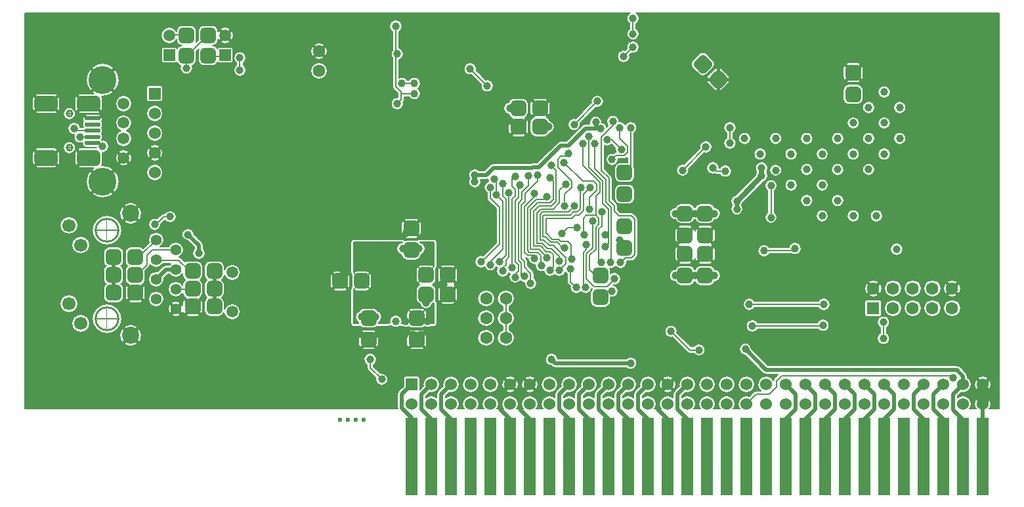
<source format=gbl>
G04*
G04  File:            ZXINET.GBL, Tue Jan 09 01:03:28 2018*
G04  Source:          P-CAD 2006 PCB, Version 19.02.958, (Z:\home\lvd\d\zxiznet\pcad\revC\zxinet.pcb)*
G04  Format:          Gerber Format (RS-274-D), ASCII*
G04*
G04  Format Options:  Absolute Positioning*
G04                   Leading-Zero Suppression*
G04                   Scale Factor 1:1*
G04                   NO Circular Interpolation*
G04                   Millimeter Units*
G04                   Numeric Format: 4.4 (XXXX.XXXX)*
G04                   G54 NOT Used for Aperture Change*
G04                   Apertures Embedded*
G04*
G04  File Options:    Offset = (0.000mm,0.000mm)*
G04                   Drill Symbol Size = 2.032mm*
G04                   No Pad/Via Holes*
G04*
G04  File Contents:   Pads*
G04                   Vias*
G04                   No Designators*
G04                   No Types*
G04                   No Values*
G04                   No Drill Symbols*
G04                   Bottom*
G04*
%INZXINET.GBL*%
%ICAS*%
%MOMM*%
G04*
G04  Aperture MACROs for general use --- invoked via D-code assignment *
G04*
G04  General MACRO for flashed round with rotation and/or offset hole *
%AMROTOFFROUND*
1,1,$1,0.0000,0.0000*
1,0,$2,$3,$4*%
G04*
G04  General MACRO for flashed oval (obround) with rotation and/or offset hole *
%AMROTOFFOVAL*
21,1,$1,$2,0.0000,0.0000,$3*
1,1,$4,$5,$6*
1,1,$4,0-$5,0-$6*
1,0,$7,$8,$9*%
G04*
G04  General MACRO for flashed oval (obround) with rotation and no hole *
%AMROTOVALNOHOLE*
21,1,$1,$2,0.0000,0.0000,$3*
1,1,$4,$5,$6*
1,1,$4,0-$5,0-$6*%
G04*
G04  General MACRO for flashed rectangle with rotation and/or offset hole *
%AMROTOFFRECT*
21,1,$1,$2,0.0000,0.0000,$3*
1,0,$4,$5,$6*%
G04*
G04  General MACRO for flashed rectangle with rotation and no hole *
%AMROTRECTNOHOLE*
21,1,$1,$2,0.0000,0.0000,$3*%
G04*
G04  General MACRO for flashed rounded-rectangle *
%AMROUNDRECT*
21,1,$1,$2-$4,0.0000,0.0000,$3*
21,1,$1-$4,$2,0.0000,0.0000,$3*
1,1,$4,$5,$6*
1,1,$4,$7,$8*
1,1,$4,0-$5,0-$6*
1,1,$4,0-$7,0-$8*
1,0,$9,$10,$11*%
G04*
G04  General MACRO for flashed rounded-rectangle with rotation and no hole *
%AMROUNDRECTNOHOLE*
21,1,$1,$2-$4,0.0000,0.0000,$3*
21,1,$1-$4,$2,0.0000,0.0000,$3*
1,1,$4,$5,$6*
1,1,$4,$7,$8*
1,1,$4,0-$5,0-$6*
1,1,$4,0-$7,0-$8*%
G04*
G04  General MACRO for flashed regular polygon *
%AMREGPOLY*
5,1,$1,0.0000,0.0000,$2,$3+$4*
1,0,$5,$6,$7*%
G04*
G04  General MACRO for flashed regular polygon with no hole *
%AMREGPOLYNOHOLE*
5,1,$1,0.0000,0.0000,$2,$3+$4*%
G04*
G04  General MACRO for target *
%AMTARGET*
6,0,0,$1,$2,$3,4,$4,$5,$6*%
G04*
G04  General MACRO for mounting hole *
%AMMTHOLE*
1,1,$1,0,0*
1,0,$2,0,0*
$1=$1-$2*
$1=$1/2*
21,1,$2+$1,$3,0,0,$4*
21,1,$3,$2+$1,0,0,$4*%
G04*
G04*
G04  D10 : "Ellipse X0.254mm Y0.254mm H0.000mm 0.0deg (0.000mm,0.000mm) Draw"*
G04  Disc: OuterDia=0.2540*
%ADD10C, 0.2540*%
G04  D11 : "Ellipse X0.381mm Y0.381mm H0.000mm 0.0deg (0.000mm,0.000mm) Draw"*
G04  Disc: OuterDia=0.3810*
%ADD11C, 0.3810*%
G04  D12 : "Ellipse X0.500mm Y0.500mm H0.000mm 0.0deg (0.000mm,0.000mm) Draw"*
G04  Disc: OuterDia=0.5000*
%ADD12C, 0.5000*%
G04  D13 : "Ellipse X0.070mm Y0.070mm H0.000mm 0.0deg (0.000mm,0.000mm) Draw"*
G04  Disc: OuterDia=0.0700*
%ADD13C, 0.0700*%
G04  D14 : "Ellipse X0.600mm Y0.600mm H0.000mm 0.0deg (0.000mm,0.000mm) Draw"*
G04  Disc: OuterDia=0.6000*
%ADD14C, 0.6000*%
G04  D15 : "Ellipse X0.700mm Y0.700mm H0.000mm 0.0deg (0.000mm,0.000mm) Draw"*
G04  Disc: OuterDia=0.7000*
%ADD15C, 0.7000*%
G04  D16 : "Ellipse X0.100mm Y0.100mm H0.000mm 0.0deg (0.000mm,0.000mm) Draw"*
G04  Disc: OuterDia=0.1000*
%ADD16C, 0.1000*%
G04  D17 : "Ellipse X1.000mm Y1.000mm H0.000mm 0.0deg (0.000mm,0.000mm) Draw"*
G04  Disc: OuterDia=1.0000*
%ADD17C, 1.0000*%
G04  D18 : "Ellipse X0.127mm Y0.127mm H0.000mm 0.0deg (0.000mm,0.000mm) Draw"*
G04  Disc: OuterDia=0.1270*
%ADD18C, 0.1270*%
G04  D19 : "Ellipse X0.150mm Y0.150mm H0.000mm 0.0deg (0.000mm,0.000mm) Draw"*
G04  Disc: OuterDia=0.1500*
%ADD19C, 0.1500*%
G04  D20 : "Ellipse X0.200mm Y0.200mm H0.000mm 0.0deg (0.000mm,0.000mm) Draw"*
G04  Disc: OuterDia=0.2000*
%ADD20C, 0.2000*%
G04  D21 : "Ellipse X0.250mm Y0.250mm H0.000mm 0.0deg (0.000mm,0.000mm) Draw"*
G04  Disc: OuterDia=0.2500*
%ADD21C, 0.2500*%
G04  D22 : "Ellipse X0.250mm Y0.250mm H0.000mm 0.0deg (0.000mm,0.000mm) Draw"*
G04  Disc: OuterDia=0.2500*
%ADD22C, 0.2500*%
G04  D23 : "Ellipse X2.581mm Y2.581mm H0.000mm 0.0deg (0.000mm,0.000mm) Flash"*
G04  Disc: OuterDia=2.5810*
%ADD23C, 2.5810*%
G04  D24 : "Ellipse X3.581mm Y3.581mm H0.000mm 0.0deg (0.000mm,0.000mm) Flash"*
G04  Disc: OuterDia=3.5810*
%ADD24C, 3.5810*%
G04  D25 : "Ellipse X3.600mm Y3.600mm H0.000mm 0.0deg (0.000mm,0.000mm) Flash"*
G04  Disc: OuterDia=3.6000*
%ADD25C, 3.6000*%
G04  D26 : "Ellipse X3.981mm Y3.981mm H0.000mm 0.0deg (0.000mm,0.000mm) Flash"*
G04  Disc: OuterDia=3.9810*
%ADD26C, 3.9810*%
G04  D27 : "Ellipse X0.981mm Y0.981mm H0.000mm 0.0deg (0.000mm,0.000mm) Flash"*
G04  Disc: OuterDia=0.9810*
%ADD27C, 0.9810*%
G04  D28 : "Ellipse X1.381mm Y1.381mm H0.000mm 0.0deg (0.000mm,0.000mm) Flash"*
G04  Disc: OuterDia=1.3810*
%ADD28C, 1.3810*%
G04  D29 : "Ellipse X1.400mm Y1.400mm H0.000mm 0.0deg (0.000mm,0.000mm) Flash"*
G04  Disc: OuterDia=1.4000*
%ADD29C, 1.4000*%
G04  D30 : "Ellipse X1.500mm Y1.500mm H0.000mm 0.0deg (0.000mm,0.000mm) Flash"*
G04  Disc: OuterDia=1.5000*
%ADD30C, 1.5000*%
G04  D31 : "Ellipse X1.524mm Y1.524mm H0.000mm 0.0deg (0.000mm,0.000mm) Flash"*
G04  Disc: OuterDia=1.5240*
%ADD31C, 1.5240*%
G04  D32 : "Ellipse X1.600mm Y1.600mm H0.000mm 0.0deg (0.000mm,0.000mm) Flash"*
G04  Disc: OuterDia=1.6000*
%ADD32C, 1.6000*%
G04  D33 : "Ellipse X1.700mm Y1.700mm H0.000mm 0.0deg (0.000mm,0.000mm) Flash"*
G04  Disc: OuterDia=1.7000*
%ADD33C, 1.7000*%
G04  D34 : "Ellipse X1.781mm Y1.781mm H0.000mm 0.0deg (0.000mm,0.000mm) Flash"*
G04  Disc: OuterDia=1.7810*
%ADD34C, 1.7810*%
G04  D35 : "Ellipse X1.881mm Y1.881mm H0.000mm 0.0deg (0.000mm,0.000mm) Flash"*
G04  Disc: OuterDia=1.8810*
%ADD35C, 1.8810*%
G04  D36 : "Ellipse X1.905mm Y1.905mm H0.000mm 0.0deg (0.000mm,0.000mm) Flash"*
G04  Disc: OuterDia=1.9050*
%ADD36C, 1.9050*%
G04  D37 : "Ellipse X1.981mm Y1.981mm H0.000mm 0.0deg (0.000mm,0.000mm) Flash"*
G04  Disc: OuterDia=1.9810*
%ADD37C, 1.9810*%
G04  D38 : "Ellipse X2.081mm Y2.081mm H0.000mm 0.0deg (0.000mm,0.000mm) Flash"*
G04  Disc: OuterDia=2.0810*
%ADD38C, 2.0810*%
G04  D39 : "Ellipse X2.200mm Y2.200mm H0.000mm 0.0deg (0.000mm,0.000mm) Flash"*
G04  Disc: OuterDia=2.2000*
%ADD39C, 2.2000*%
G04  D40 : "Mounting Hole X3.200mm Y3.200mm H0.000mm 0.0deg (0.000mm,0.000mm) Flash"*
G04  Mounting Hole: Diameter=3.2000, Rotation=0.0, LineWidth=0.1270 *
%ADD40MTHOLE, 3.2000 X2.6920 X0.1270 X0.0*%
G04  D41 : "Mounting Hole X0.600mm Y0.600mm H0.000mm 0.0deg (0.000mm,0.000mm) Flash"*
G04  Mounting Hole: Diameter=0.6000, Rotation=0.0, LineWidth=0.1270 *
%ADD41MTHOLE, 0.6000 X0.0920 X0.1270 X0.0*%
G04  D42 : "Mounting Hole X1.000mm Y1.000mm H0.000mm 0.0deg (0.000mm,0.000mm) Flash"*
G04  Mounting Hole: Diameter=1.0000, Rotation=0.0, LineWidth=0.1270 *
%ADD42MTHOLE, 1.0000 X0.4920 X0.1270 X0.0*%
G04  D43 : "Rounded Rectangle X2.581mm Y2.381mm H0.000mm 0.0deg (0.000mm,0.000mm) Flash"*
G04  RoundRct: DimX=2.5810, DimY=2.3810, CornerRad=0.5953, Rotation=0.0, OffsetX=0.0000, OffsetY=0.0000, HoleDia=0.0000 *
%ADD43ROUNDRECTNOHOLE, 2.5810 X2.3810 X0.0 X1.1905 X-0.6953 X-0.5953 X-0.6953 X0.5953*%
G04  D44 : "Rounded Rectangle X2.881mm Y2.881mm H0.000mm 0.0deg (0.000mm,0.000mm) Flash"*
G04  RoundRct: DimX=2.8810, DimY=2.8810, CornerRad=0.7203, Rotation=0.0, OffsetX=0.0000, OffsetY=0.0000, HoleDia=0.0000 *
%ADD44ROUNDRECTNOHOLE, 2.8810 X2.8810 X0.0 X1.4405 X-0.7203 X-0.7203 X-0.7203 X0.7203*%
G04  D45 : "Rounded Rectangle X3.000mm Y1.600mm H0.000mm 0.0deg (0.000mm,0.000mm) Flash"*
G04  RoundRct: DimX=3.0000, DimY=1.6000, CornerRad=0.4000, Rotation=0.0, OffsetX=0.0000, OffsetY=0.0000, HoleDia=0.0000 *
%ADD45ROUNDRECTNOHOLE, 3.0000 X1.6000 X0.0 X0.8000 X-1.1000 X-0.4000 X-1.1000 X0.4000*%
G04  D46 : "Rounded Rectangle X2.000mm Y3.000mm H0.000mm 0.0deg (0.000mm,0.000mm) Flash"*
G04  RoundRct: DimX=2.0000, DimY=3.0000, CornerRad=0.5000, Rotation=0.0, OffsetX=0.0000, OffsetY=0.0000, HoleDia=0.0000 *
%ADD46ROUNDRECTNOHOLE, 2.0000 X3.0000 X0.0 X1.0000 X-0.5000 X-1.0000 X-0.5000 X1.0000*%
G04  D47 : "Rounded Rectangle X3.381mm Y1.981mm H0.000mm 0.0deg (0.000mm,0.000mm) Flash"*
G04  RoundRct: DimX=3.3810, DimY=1.9810, CornerRad=0.4953, Rotation=0.0, OffsetX=0.0000, OffsetY=0.0000, HoleDia=0.0000 *
%ADD47ROUNDRECTNOHOLE, 3.3810 X1.9810 X0.0 X0.9905 X-1.1953 X-0.4953 X-1.1953 X0.4953*%
G04  D48 : "Rounded Rectangle X2.381mm Y3.381mm H0.000mm 0.0deg (0.000mm,0.000mm) Flash"*
G04  RoundRct: DimX=2.3810, DimY=3.3810, CornerRad=0.5953, Rotation=0.0, OffsetX=0.0000, OffsetY=0.0000, HoleDia=0.0000 *
%ADD48ROUNDRECTNOHOLE, 2.3810 X3.3810 X0.0 X1.1905 X-0.5953 X-1.0953 X-0.5953 X1.0953*%
G04  D49 : "Rounded Rectangle X2.000mm Y0.500mm H0.000mm 0.0deg (0.000mm,0.000mm) Flash"*
G04  RoundRct: DimX=2.0000, DimY=0.5000, CornerRad=0.1250, Rotation=0.0, OffsetX=0.0000, OffsetY=0.0000, HoleDia=0.0000 *
%ADD49ROUNDRECTNOHOLE, 2.0000 X0.5000 X0.0 X0.2500 X-0.8750 X-0.1250 X-0.8750 X0.1250*%
G04  D50 : "Rounded Rectangle X6.200mm Y5.800mm H0.000mm 0.0deg (0.000mm,0.000mm) Flash"*
G04  RoundRct: DimX=6.2000, DimY=5.8000, CornerRad=1.4500, Rotation=0.0, OffsetX=0.0000, OffsetY=0.0000, HoleDia=0.0000 *
%ADD50ROUNDRECTNOHOLE, 6.2000 X5.8000 X0.0 X2.9000 X-1.6500 X-1.4500 X-1.6500 X1.4500*%
G04  D51 : "Rounded Rectangle X6.581mm Y6.181mm H0.000mm 0.0deg (0.000mm,0.000mm) Flash"*
G04  RoundRct: DimX=6.5810, DimY=6.1810, CornerRad=1.5453, Rotation=0.0, OffsetX=0.0000, OffsetY=0.0000, HoleDia=0.0000 *
%ADD51ROUNDRECTNOHOLE, 6.5810 X6.1810 X0.0 X3.0905 X-1.7453 X-1.5453 X-1.7453 X1.5453*%
G04  D52 : "Rounded Rectangle X1.300mm Y0.700mm H0.000mm 0.0deg (0.000mm,0.000mm) Flash"*
G04  RoundRct: DimX=1.3000, DimY=0.7000, CornerRad=0.1750, Rotation=0.0, OffsetX=0.0000, OffsetY=0.0000, HoleDia=0.0000 *
%ADD52ROUNDRECTNOHOLE, 1.3000 X0.7000 X0.0 X0.3500 X-0.4750 X-0.1750 X-0.4750 X0.1750*%
G04  D53 : "Rounded Rectangle X2.381mm Y0.881mm H0.000mm 0.0deg (0.000mm,0.000mm) Flash"*
G04  RoundRct: DimX=2.3810, DimY=0.8810, CornerRad=0.2203, Rotation=0.0, OffsetX=0.0000, OffsetY=0.0000, HoleDia=0.0000 *
%ADD53ROUNDRECTNOHOLE, 2.3810 X0.8810 X0.0 X0.4405 X-0.9703 X-0.2203 X-0.9703 X0.2203*%
G04  D54 : "Rounded Rectangle X1.681mm Y1.081mm H0.000mm 0.0deg (0.000mm,0.000mm) Flash"*
G04  RoundRct: DimX=1.6810, DimY=1.0810, CornerRad=0.2703, Rotation=0.0, OffsetX=0.0000, OffsetY=0.0000, HoleDia=0.0000 *
%ADD54ROUNDRECTNOHOLE, 1.6810 X1.0810 X0.0 X0.5405 X-0.5702 X-0.2703 X-0.5702 X0.2703*%
G04  D55 : "Rounded Rectangle X1.500mm Y2.000mm H0.000mm 0.0deg (0.000mm,0.000mm) Flash"*
G04  RoundRct: DimX=1.5000, DimY=2.0000, CornerRad=0.3750, Rotation=0.0, OffsetX=0.0000, OffsetY=0.0000, HoleDia=0.0000 *
%ADD55ROUNDRECTNOHOLE, 1.5000 X2.0000 X0.0 X0.7500 X-0.3750 X-0.6250 X-0.3750 X0.6250*%
G04  D56 : "Rounded Rectangle X2.000mm Y1.500mm H0.000mm 0.0deg (0.000mm,0.000mm) Flash"*
G04  RoundRct: DimX=2.0000, DimY=1.5000, CornerRad=0.3750, Rotation=0.0, OffsetX=0.0000, OffsetY=0.0000, HoleDia=0.0000 *
%ADD56ROUNDRECTNOHOLE, 2.0000 X1.5000 X0.0 X0.7500 X-0.6250 X-0.3750 X-0.6250 X0.3750*%
G04  D57 : "Rounded Rectangle X1.600mm Y0.300mm H0.000mm 0.0deg (0.000mm,0.000mm) Flash"*
G04  RoundRct: DimX=1.6000, DimY=0.3000, CornerRad=0.0750, Rotation=0.0, OffsetX=0.0000, OffsetY=0.0000, HoleDia=0.0000 *
%ADD57ROUNDRECTNOHOLE, 1.6000 X0.3000 X0.0 X0.1500 X-0.7250 X-0.0750 X-0.7250 X0.0750*%
G04  D58 : "Rounded Rectangle X0.300mm Y1.600mm H0.000mm 0.0deg (0.000mm,0.000mm) Flash"*
G04  RoundRct: DimX=0.3000, DimY=1.6000, CornerRad=0.0750, Rotation=0.0, OffsetX=0.0000, OffsetY=0.0000, HoleDia=0.0000 *
%ADD58ROUNDRECTNOHOLE, 0.3000 X1.6000 X0.0 X0.1500 X-0.0750 X-0.7250 X-0.0750 X0.7250*%
G04  D59 : "Rounded Rectangle X3.000mm Y1.700mm H0.000mm 0.0deg (0.000mm,0.000mm) Flash"*
G04  RoundRct: DimX=3.0000, DimY=1.7000, CornerRad=0.4250, Rotation=0.0, OffsetX=0.0000, OffsetY=0.0000, HoleDia=0.0000 *
%ADD59ROUNDRECTNOHOLE, 3.0000 X1.7000 X0.0 X0.8500 X-1.0750 X-0.4250 X-1.0750 X0.4250*%
G04  D60 : "Rounded Rectangle X1.881mm Y2.381mm H0.000mm 0.0deg (0.000mm,0.000mm) Flash"*
G04  RoundRct: DimX=1.8810, DimY=2.3810, CornerRad=0.4703, Rotation=0.0, OffsetX=0.0000, OffsetY=0.0000, HoleDia=0.0000 *
%ADD60ROUNDRECTNOHOLE, 1.8810 X2.3810 X0.0 X0.9405 X-0.4703 X-0.7203 X-0.4703 X0.7203*%
G04  D61 : "Rounded Rectangle X2.381mm Y1.881mm H0.000mm 0.0deg (0.000mm,0.000mm) Flash"*
G04  RoundRct: DimX=2.3810, DimY=1.8810, CornerRad=0.4703, Rotation=0.0, OffsetX=0.0000, OffsetY=0.0000, HoleDia=0.0000 *
%ADD61ROUNDRECTNOHOLE, 2.3810 X1.8810 X0.0 X0.9405 X-0.7203 X-0.4703 X-0.7203 X0.4703*%
G04  D62 : "Rounded Rectangle X1.981mm Y0.681mm H0.000mm 0.0deg (0.000mm,0.000mm) Flash"*
G04  RoundRct: DimX=1.9810, DimY=0.6810, CornerRad=0.1703, Rotation=0.0, OffsetX=0.0000, OffsetY=0.0000, HoleDia=0.0000 *
%ADD62ROUNDRECTNOHOLE, 1.9810 X0.6810 X0.0 X0.3405 X-0.8203 X-0.1703 X-0.8203 X0.1703*%
G04  D63 : "Rounded Rectangle X0.681mm Y1.981mm H0.000mm 0.0deg (0.000mm,0.000mm) Flash"*
G04  RoundRct: DimX=0.6810, DimY=1.9810, CornerRad=0.1703, Rotation=0.0, OffsetX=0.0000, OffsetY=0.0000, HoleDia=0.0000 *
%ADD63ROUNDRECTNOHOLE, 0.6810 X1.9810 X0.0 X0.3405 X-0.1703 X-0.8203 X-0.1703 X0.8203*%
G04  D64 : "Rounded Rectangle X3.000mm Y2.000mm H0.000mm 0.0deg (0.000mm,0.000mm) Flash"*
G04  RoundRct: DimX=3.0000, DimY=2.0000, CornerRad=0.5000, Rotation=0.0, OffsetX=0.0000, OffsetY=0.0000, HoleDia=0.0000 *
%ADD64ROUNDRECTNOHOLE, 3.0000 X2.0000 X0.0 X1.0000 X-1.0000 X-0.5000 X-1.0000 X0.5000*%
G04  D65 : "Rounded Rectangle X2.000mm Y0.650mm H0.000mm 0.0deg (0.000mm,0.000mm) Flash"*
G04  RoundRct: DimX=2.0000, DimY=0.6500, CornerRad=0.1625, Rotation=0.0, OffsetX=0.0000, OffsetY=0.0000, HoleDia=0.0000 *
%ADD65ROUNDRECTNOHOLE, 2.0000 X0.6500 X0.0 X0.3250 X-0.8375 X-0.1625 X-0.8375 X0.1625*%
G04  D66 : "Rounded Rectangle X2.000mm Y2.000mm H0.000mm 0.0deg (0.000mm,0.000mm) Flash"*
G04  RoundRct: DimX=2.0000, DimY=2.0000, CornerRad=0.5000, Rotation=0.0, OffsetX=0.0000, OffsetY=0.0000, HoleDia=0.0000 *
%ADD66ROUNDRECTNOHOLE, 2.0000 X2.0000 X0.0 X1.0000 X-0.5000 X-0.5000 X-0.5000 X0.5000*%
G04  D67 : "Rounded Rectangle X3.381mm Y2.081mm H0.000mm 0.0deg (0.000mm,0.000mm) Flash"*
G04  RoundRct: DimX=3.3810, DimY=2.0810, CornerRad=0.5202, Rotation=0.0, OffsetX=0.0000, OffsetY=0.0000, HoleDia=0.0000 *
%ADD67ROUNDRECTNOHOLE, 3.3810 X2.0810 X0.0 X1.0405 X-1.1703 X-0.5202 X-1.1703 X0.5202*%
G04  D68 : "Rounded Rectangle X2.200mm Y2.000mm H0.000mm 0.0deg (0.000mm,0.000mm) Flash"*
G04  RoundRct: DimX=2.2000, DimY=2.0000, CornerRad=0.5000, Rotation=0.0, OffsetX=0.0000, OffsetY=0.0000, HoleDia=0.0000 *
%ADD68ROUNDRECTNOHOLE, 2.2000 X2.0000 X0.0 X1.0000 X-0.6000 X-0.5000 X-0.6000 X0.5000*%
G04  D69 : "Rounded Rectangle X3.381mm Y2.381mm H0.000mm 0.0deg (0.000mm,0.000mm) Flash"*
G04  RoundRct: DimX=3.3810, DimY=2.3810, CornerRad=0.5953, Rotation=0.0, OffsetX=0.0000, OffsetY=0.0000, HoleDia=0.0000 *
%ADD69ROUNDRECTNOHOLE, 3.3810 X2.3810 X0.0 X1.1905 X-1.0953 X-0.5953 X-1.0953 X0.5953*%
G04  D70 : "Rounded Rectangle X2.381mm Y1.031mm H0.000mm 0.0deg (0.000mm,0.000mm) Flash"*
G04  RoundRct: DimX=2.3810, DimY=1.0310, CornerRad=0.2578, Rotation=0.0, OffsetX=0.0000, OffsetY=0.0000, HoleDia=0.0000 *
%ADD70ROUNDRECTNOHOLE, 2.3810 X1.0310 X0.0 X0.5155 X-0.9328 X-0.2578 X-0.9328 X0.2578*%
G04  D71 : "Rounded Rectangle X2.381mm Y2.381mm H0.000mm 0.0deg (0.000mm,0.000mm) Flash"*
G04  RoundRct: DimX=2.3810, DimY=2.3810, CornerRad=0.5953, Rotation=0.0, OffsetX=0.0000, OffsetY=0.0000, HoleDia=0.0000 *
%ADD71ROUNDRECTNOHOLE, 2.3810 X2.3810 X0.0 X1.1905 X-0.5953 X-0.5953 X-0.5953 X0.5953*%
G04  D72 : "Rounded Rectangle X2.500mm Y2.500mm H0.000mm 0.0deg (0.000mm,0.000mm) Flash"*
G04  RoundRct: DimX=2.5000, DimY=2.5000, CornerRad=0.6250, Rotation=0.0, OffsetX=0.0000, OffsetY=0.0000, HoleDia=0.0000 *
%ADD72ROUNDRECTNOHOLE, 2.5000 X2.5000 X0.0 X1.2500 X-0.6250 X-0.6250 X-0.6250 X0.6250*%
G04  D73 : "Rectangle X1.500mm Y10.000mm H0.000mm 0.0deg (0.000mm,0.000mm) Flash"*
G04  Rectangular: DimX=1.5000, DimY=10.0000, Rotation=0.0, OffsetX=0.0000, OffsetY=0.0000, HoleDia=0.0000 *
%ADD73R, 1.5000 X10.0000*%
G04  D74 : "Rectangle X1.500mm Y1.500mm H0.000mm 0.0deg (0.000mm,0.000mm) Flash"*
G04  Square: Side=1.5000, Rotation=0.0, OffsetX=0.0000, OffsetY=0.0000, HoleDia=0.0000*
%ADD74R, 1.5000 X1.5000*%
G04  D75 : "Rectangle X1.524mm Y1.524mm H0.000mm 0.0deg (0.000mm,0.000mm) Flash"*
G04  Square: Side=1.5240, Rotation=0.0, OffsetX=0.0000, OffsetY=0.0000, HoleDia=0.0000*
%ADD75R, 1.5240 X1.5240*%
G04  D76 : "Rectangle X1.600mm Y0.300mm H0.000mm 0.0deg (0.000mm,0.000mm) Flash"*
G04  Rectangular: DimX=1.6000, DimY=0.3000, Rotation=0.0, OffsetX=0.0000, OffsetY=0.0000, HoleDia=0.0000 *
%ADD76R, 1.6000 X0.3000*%
G04  D77 : "Rectangle X0.300mm Y1.600mm H0.000mm 0.0deg (0.000mm,0.000mm) Flash"*
G04  Rectangular: DimX=0.3000, DimY=1.6000, Rotation=0.0, OffsetX=0.0000, OffsetY=0.0000, HoleDia=0.0000 *
%ADD77R, 0.3000 X1.6000*%
G04  D78 : "Rectangle X1.600mm Y1.600mm H0.000mm 0.0deg (0.000mm,0.000mm) Flash"*
G04  Square: Side=1.6000, Rotation=0.0, OffsetX=0.0000, OffsetY=0.0000, HoleDia=0.0000*
%ADD78R, 1.6000 X1.6000*%
G04  D79 : "Rectangle X1.881mm Y10.381mm H0.000mm 0.0deg (0.000mm,0.000mm) Flash"*
G04  Rectangular: DimX=1.8810, DimY=10.3810, Rotation=0.0, OffsetX=0.0000, OffsetY=0.0000, HoleDia=0.0000 *
%ADD79R, 1.8810 X10.3810*%
G04  D80 : "Rectangle X1.881mm Y1.881mm H0.000mm 0.0deg (0.000mm,0.000mm) Flash"*
G04  Square: Side=1.8810, Rotation=0.0, OffsetX=0.0000, OffsetY=0.0000, HoleDia=0.0000*
%ADD80R, 1.8810 X1.8810*%
G04  D81 : "Rectangle X1.905mm Y1.905mm H0.000mm 0.0deg (0.000mm,0.000mm) Flash"*
G04  Square: Side=1.9050, Rotation=0.0, OffsetX=0.0000, OffsetY=0.0000, HoleDia=0.0000*
%ADD81R, 1.9050 X1.9050*%
G04  D82 : "Rectangle X1.981mm Y0.681mm H0.000mm 0.0deg (0.000mm,0.000mm) Flash"*
G04  Rectangular: DimX=1.9810, DimY=0.6810, Rotation=0.0, OffsetX=0.0000, OffsetY=0.0000, HoleDia=0.0000 *
%ADD82R, 1.9810 X0.6810*%
G04  D83 : "Rectangle X0.681mm Y1.981mm H0.000mm 0.0deg (0.000mm,0.000mm) Flash"*
G04  Rectangular: DimX=0.6810, DimY=1.9810, Rotation=0.0, OffsetX=0.0000, OffsetY=0.0000, HoleDia=0.0000 *
%ADD83R, 0.6810 X1.9810*%
G04  D84 : "Rectangle X1.981mm Y1.981mm H0.000mm 0.0deg (0.000mm,0.000mm) Flash"*
G04  Square: Side=1.9810, Rotation=0.0, OffsetX=0.0000, OffsetY=0.0000, HoleDia=0.0000*
%ADD84R, 1.9810 X1.9810*%
G04  D85 : "Ellipse X5.500mm Y5.500mm H0.000mm 0.0deg (0.000mm,0.000mm) Flash"*
G04  Disc: OuterDia=5.5000*
%ADD85C, 5.5000*%
G04  D86 : "Ellipse X5.881mm Y5.881mm H0.000mm 0.0deg (0.000mm,0.000mm) Flash"*
G04  Disc: OuterDia=5.8810*
%ADD86C, 5.8810*%
G04  D87 : "Ellipse X1.000mm Y1.000mm H0.000mm 0.0deg (0.000mm,0.000mm) Flash"*
G04  Disc: OuterDia=1.0000*
%ADD87C, 1.0000*%
G04*
%FSLAX44Y44*%
%SFA1B1*%
%OFA0.000B0.000*%
G04*
G71*
G90*
G01*
D2*
%LNBottom*%
D20*
X223000Y4407000*
X226000Y4404000D1*
D2*
D12*
X274000Y4195000*
Y4218000D1*
Y4241000*
D2*
D20*
X301940*
X302000Y4242000D1*
X230000Y4396000D2*
X243000D1*
X247000*
X231000D2*
X230000D1*
X244000Y4404000D2*
X247000D1*
Y4388000D2*
X256000D1*
X260000Y4384000*
X324000Y4250000D2*
X352000D1*
X317000Y4243000D2*
X324000Y4250000D1*
X376060Y4223000D2*
X376000Y4224000D1*
X354400Y4199500D2*
X376000Y4199000D1*
X376060Y4200000D2*
X376000Y4199000D1*
X376060Y4223000D2*
X371000Y4224000D1*
X358000Y4237000D2*
X371000Y4224000D1*
X354400Y4250300D2*
X352000Y4250000D1*
X309000Y4243000D2*
X329000Y4263000D1*
D2*
D12*
X353000Y4225000*
X353100Y4224900D1*
X354400*
X342000Y4225000D2*
X353000D1*
X329000Y4212200D2*
X342000Y4225000D1*
D2*
D20*
X317000Y4231000*
Y4243000D1*
X329000Y4237000D2*
Y4237600D1*
X358000Y4237000D2*
X329000D1*
Y4283000D2*
X327000D1*
X339000Y4293000D2*
X329000Y4283000D1*
X339000Y4293000D2*
X347000D1*
D2*
D12*
X358000Y4430000*
X357000D1*
D2*
D20*
X346000Y4527000*
X352000Y4528000D1*
X365000*
X366000Y4527000*
X368060*
X375000Y4507000D2*
X374000D1*
X368000Y4501000*
Y4502000D2*
Y4501000D1*
D2*
D12*
X404000Y4176000*
Y4177000D1*
Y4199000D2*
Y4200000D1*
Y4223000*
X384000Y4256000D2*
Y4246000D1*
D2*
D20*
X418000Y4501600*
X415000Y4500000D1*
X396000*
X395940Y4500060*
Y4501000*
X396000Y4527000D2*
X389000Y4521000D1*
X605000Y4098000D2*
Y4109000D1*
X603000Y4162000D2*
X594000Y4164000D1*
X603000Y4134060D2*
X590000Y4141000D1*
X574000Y4181000D2*
X572000D1*
D2*
D12*
X566060Y4210000*
X570000Y4222000D1*
X658530Y3983860D2*
Y4033390D1*
X671230Y4044820D2*
Y4063870D1*
X645830Y4046090D2*
Y4063870D1*
X658530Y4076570D2*
X645830Y4063870D1*
D2*
D20*
X665000Y4162000*
X651000Y4158000D1*
X679000*
X658000Y4250000D2*
X647000Y4252000D1*
X638000Y4439000D2*
X640000D1*
X646000Y4465000D2*
X662000D1*
X636000Y4451000D2*
X637000Y4452000D1*
X645000Y4444000D2*
X640000Y4439000D1*
X645000Y4454000D2*
X638000Y4461000D1*
X645000Y4452000D2*
X662000D1*
X645000D2*
Y4454000D1*
Y4444000D2*
Y4452000D1*
X638000Y4503000D2*
X640000D1*
X638000D2*
Y4539000D1*
D2*
D12*
X709330Y3983860*
Y4032120D1*
X696630Y4044820D2*
Y4063870D1*
X709330Y4076570D2*
X696630Y4063870D1*
D2*
D20*
X760000Y4235000*
Y4231000D1*
X750000Y4236000D2*
X748000Y4235000D1*
X704940Y4218000D2*
X700000Y4205000D1*
X740766Y4337556D2*
X740000Y4338000D1*
X760000Y4317000D2*
Y4331000D1*
D2*
D12*
X755000Y4347000*
X740000D1*
D2*
D20*
X756000Y4462000*
X734000Y4484000D1*
D2*
D12*
X785530Y3983860*
Y4032120D1*
X810930Y3983860D2*
Y4032120D1*
X772830Y4044820D2*
Y4063870D1*
X798230Y4044820D2*
Y4063870D1*
X772830D2*
X785530Y4076570D1*
X798230Y4063870D2*
X810930Y4076570D1*
D2*
D20*
X780100Y4136610*
X780000Y4162000D1*
X780100Y4162010D2*
X780000Y4162000D1*
X780100Y4187410D2*
X780000Y4188000D1*
X780100Y4162010D2*
X780000Y4188000D1*
X773000Y4236000D2*
X772000Y4235000D1*
X771000Y4234000D2*
X772000Y4235000D1*
X780000Y4243000D2*
X773000Y4236000D1*
X776000Y4227000D2*
Y4223000D1*
X780000Y4231000D2*
X776000Y4227000D1*
X780000Y4237000D2*
X784000Y4241000D1*
X780000Y4237000D2*
Y4231000D1*
X804000Y4247000D2*
X808000Y4243000D1*
Y4249000D2*
X810000Y4247000D1*
X788000Y4227000D2*
Y4224000D1*
X792000Y4235000D2*
X796000Y4231000D1*
Y4223000*
X792000Y4219000*
Y4215000*
X796000Y4237000D2*
X800000Y4233000D1*
Y4216000D2*
X804000D1*
X800000Y4233000D2*
Y4216000D1*
X812000Y4207000D2*
Y4220000D1*
X804000Y4228000*
X817000Y4243000D2*
Y4239000D1*
X808000Y4243000D2*
X817000D1*
X810000Y4247000D2*
X821000D1*
X825000Y4243000*
Y4231000D2*
X826000Y4230000D1*
X825000Y4243000D2*
Y4231000D1*
X812000Y4251000D2*
X823000D1*
X834000Y4240000D2*
X833000D1*
X834000D2*
X823000Y4251000D1*
X816000Y4255000D2*
X825000D1*
X832000Y4248000*
X837000*
X820000Y4259000D2*
X827000D1*
X834000Y4252000*
X824000Y4263000D2*
X829000D1*
X836000Y4256000*
X804000Y4228000D2*
Y4235000D1*
X800000Y4239000*
X821000Y4339000D2*
X805000Y4323000D1*
Y4313000*
X801000Y4315000D2*
X796000Y4310000D1*
X805000Y4313000D2*
X800000Y4308000D1*
X833000Y4319000D2*
X829000Y4315000D1*
X825000Y4303000D2*
X820000Y4298000D1*
X816000Y4300000D2*
X823000Y4307000D1*
X837000Y4311000D2*
X821000D1*
X812000Y4302000D2*
X821000Y4311000D1*
X829000Y4315000D2*
X819000D1*
X808000Y4304000D2*
X819000Y4315000D1*
X804000Y4306000D2*
X817000Y4319000D1*
X827000Y4299000D2*
X824000Y4296000D1*
X828000Y4294000D2*
X829000Y4295000D1*
X832000Y4271000D2*
Y4291000D1*
X776000Y4313000D2*
X768000Y4321000D1*
Y4339000D2*
Y4321000D1*
X765000Y4342000D2*
X768000Y4339000D1*
X780000Y4316000D2*
X776000Y4320000D1*
Y4336000*
X784000Y4322000D2*
Y4324000D1*
X792000Y4320000D2*
X788000Y4316000D1*
X792000Y4320000D2*
Y4328000D1*
X788000Y4332000*
X792000Y4314000D2*
X796000Y4318000D1*
Y4332000*
X798000Y4334000*
X801000Y4325000D2*
Y4315000D1*
Y4325000D2*
X809000Y4333000D1*
X817000Y4319000D2*
Y4323000D1*
X833000Y4271000D2*
X832000D1*
D2*
D12*
X814000Y4356000*
X815000Y4357000D1*
D2*
D20*
X835000Y4409000*
X824000D1*
X824130Y4409170D2*
X824000Y4409000D1*
D2*
D12*
X815000Y4357000*
X823000D1*
D2*
D20*
X785000Y4433000*
X796000D1*
Y4433040*
X796130Y4433170*
D2*
D12*
X861730Y3983860*
Y4032120D1*
X887130Y3983860D2*
Y4032120D1*
X849030Y4044820D2*
Y4063870D1*
X874430Y4044820D2*
Y4063870D1*
X899830Y4044820D2*
Y4063870D1*
X861730Y4076570D2*
X849030Y4063870D1*
X887130Y4076570D2*
X874430Y4063870D1*
D2*
D20*
X894000Y4216000*
X894940Y4216940D1*
X902000*
Y4197000D2*
X913000D1*
X894000Y4216000D2*
Y4219000D1*
X888000Y4225000*
X846000Y4260000D2*
X853000Y4253000D1*
X851000Y4261000D2*
X848000Y4264000D1*
X841000Y4244000D2*
Y4228000D1*
X849000Y4236000D2*
Y4242000D1*
X857000Y4232000D2*
X850000Y4225000D1*
X857000Y4240000D2*
Y4232000D1*
X850000Y4225000D2*
X849000Y4224000D1*
X848000Y4264000D2*
X840000D1*
X841000Y4256000D2*
X857000Y4240000D1*
X863000Y4209000D2*
Y4226000D1*
X853000Y4253000D2*
X856000D1*
X860000Y4261000D2*
X851000D1*
X864000Y4257000D2*
X860000Y4261000D1*
X864000Y4238000D2*
X865000D1*
X864000Y4257000D2*
Y4238000D1*
X894000Y4203000D2*
X911000D1*
X884000Y4213000D2*
X894000Y4203000D1*
X880000D2*
X883000Y4202000D1*
X863000Y4209000D2*
X871000Y4202000D1*
X888000Y4225000D2*
Y4243000D1*
X884000Y4213000D2*
Y4245000D1*
X880000Y4203000D2*
Y4247000D1*
X884000Y4251000D2*
X880000Y4247000D1*
X884000Y4257000D2*
Y4251000D1*
Y4245000D2*
X892000Y4253000D1*
X888000Y4243000D2*
X896000Y4251000D1*
X900000Y4235000D2*
X903000Y4234000D1*
X912000Y4258000D2*
X908000Y4254000D1*
X841000Y4315000D2*
Y4339000D1*
X849000Y4327000D2*
X857000Y4335000D1*
X865000Y4339000D2*
Y4331000D1*
X849000Y4327000D2*
Y4311000D1*
X897000Y4335000D2*
X893000Y4339000D1*
X879000*
X868000Y4306000D2*
Y4307000D1*
X876000Y4328000D2*
X877000Y4331000D1*
X876000Y4303000D2*
Y4328000D1*
X880000Y4322000D2*
Y4301000D1*
Y4322000D2*
X889000Y4331000D1*
X897000Y4327000D2*
Y4335000D1*
X888000Y4303000D2*
Y4318000D1*
X897000Y4327000*
X901000Y4337000D2*
Y4325000D1*
X896000Y4320000*
X865000Y4331000D2*
X856000Y4322000D1*
Y4307000D2*
Y4322000D1*
X876000Y4303000D2*
X872000Y4299000D1*
X867000*
X880000Y4301000D2*
X874000Y4295000D1*
X869000*
X841000Y4303000D2*
X849000Y4311000D1*
X868000Y4306000D2*
X861000Y4299000D1*
X867000D2*
X863000Y4295000D1*
X869000D2*
X865000Y4291000D1*
X853000Y4273000D2*
X852000Y4271000D1*
X860000Y4279000*
X872000*
X881000Y4270000D2*
X880000Y4275000D1*
Y4291000*
X884000Y4295000D2*
X880000Y4291000D1*
X896000Y4279000D2*
X900000Y4283000D1*
X904000Y4281000D2*
X900000Y4277000D1*
X908000Y4270000D2*
X912000D1*
X896000Y4295000D2*
Y4320000D1*
X900000Y4283000D2*
Y4291000D1*
X896000Y4295000D2*
X900000Y4291000D1*
X884000Y4295000D2*
X896000D1*
X904000Y4281000D2*
Y4299000D1*
X912000Y4270000D2*
Y4303000D1*
X905000Y4310000D2*
Y4339000D1*
X912000Y4303000D2*
X905000Y4310000D1*
X909000Y4312000D2*
Y4341000D1*
X847000Y4367000D2*
Y4357000D1*
X857000Y4371000D2*
X861000Y4375000D1*
X847000Y4367000D2*
X851000Y4371000D1*
X857000*
X879000Y4387000D2*
Y4359000D1*
X895000Y4355000D2*
Y4387000D1*
X887000Y4357000D2*
Y4397000D1*
D2*
D12*
X861000Y4385000*
X851000D1*
D2*
D20*
X903000Y4353000*
Y4396000D1*
D2*
D12*
X883000Y4407000*
X861000Y4385000D1*
X896000Y4407000D2*
X902000D1*
X896000D2*
Y4415000D1*
Y4407000D2*
X883000D1*
X937930Y3983860D2*
Y4032120D1*
X963330Y3983860D2*
Y4032120D1*
X925230Y4044820D2*
Y4063870D1*
X950630Y4044820D2*
Y4063870D1*
X976030Y4044820D2*
Y4063870D1*
X937930Y4076570D2*
X925230Y4063870D1*
X963330Y4076570D2*
X950630Y4063870D1*
D2*
D20*
X920000Y4212000*
Y4213000D1*
X928000Y4234000D2*
X926000Y4236000D1*
Y4235142*
Y4235000*
X933000Y4253000D2*
X927000Y4263000D1*
X928000Y4234000D2*
X934000Y4240000D1*
X942000*
X946000Y4244000*
X927000Y4234000D2*
X928000D1*
X926000Y4235142D2*
X927000Y4234000D1*
X933000Y4280940D2*
X928000Y4280000D1*
X933000Y4322060D2*
X931000Y4319000D1*
X946000Y4290000D2*
X942000Y4294000D1*
X926000*
X920000Y4300000*
Y4307000*
X927000Y4394000D2*
Y4408000D1*
X937000Y4384000D2*
X927000Y4394000D1*
X929000Y4380000D2*
X917000Y4392000D1*
X937000Y4376000D2*
Y4384000D1*
Y4376000D2*
X933000Y4372000D1*
X918000Y4411000D2*
Y4416000D1*
X933000Y4350000D2*
X941000Y4358000D1*
Y4408000*
X933000Y4372000D2*
X922000D1*
X917000Y4367000*
X944000Y4512000D2*
X932000Y4500000D1*
X944000Y4529000D2*
Y4549000D1*
D2*
D12*
X1014130Y3983860*
Y4032120D1*
X1001430Y4044820D2*
Y4063870D1*
X1014130Y4076570D2*
X1001430Y4063870D1*
D2*
D20*
X1017000Y4121000*
X993000Y4145000D1*
X1017000Y4121000D2*
X1029000D1*
D2*
D12*
X1037000Y4217000*
X1024000D1*
X1011000*
Y4297000D2*
X1024000D1*
X1037000D2*
X1049000D1*
D2*
D20*
X1038000Y4383000*
X1008000Y4353000D1*
X1051000Y4352000D2*
X1063000D1*
X1051000D2*
X1047000Y4356000D1*
X1103000Y4064000D2*
X1093000Y4054000D1*
Y4053840*
X1090330Y4051170*
X1103000Y4064000D2*
X1120000D1*
X1129000Y4073000*
Y4081000D2*
X1136000Y4088000D1*
X1129000Y4073000D2*
Y4081000D1*
D2*
D12*
X1078000Y4303000*
Y4313000D1*
D2*
D20*
X1122000Y4333000*
Y4292000D1*
X1069000Y4408000D2*
Y4388000D1*
D2*
D12*
X1166530Y3983860*
Y4032120D1*
X1191930Y3983860D2*
Y4032120D1*
Y4076570D2*
X1204670Y4063870D1*
Y4044820D2*
Y4063870D1*
X1166530Y4076570D2*
X1179270Y4063870D1*
Y4044820D2*
Y4063870D1*
X1153870Y4044820D2*
Y4063870D1*
D2*
D20*
X1188000Y4152000*
X1189000Y4153000D1*
X1153000Y4252000D2*
X1150000Y4249000D1*
D2*
D12*
X1242730Y3983860*
Y4032120D1*
X1268130Y3983860D2*
Y4032120D1*
Y4076570D2*
X1280870Y4063870D1*
Y4044820*
X1242730Y4076570D2*
X1255470Y4063870D1*
Y4044820D2*
Y4063870D1*
X1230070Y4044820D2*
Y4063870D1*
D2*
D20*
X1267000Y4157000*
Y4136000D1*
D2*
D12*
X1318930Y3983860*
Y4032120D1*
X1344330Y3983860D2*
Y4032120D1*
X1357030Y4043550D2*
Y4063870D1*
X1306230Y4044820D2*
Y4063870D1*
X1331630Y4044820D2*
Y4063870D1*
X1318930Y4076570D2*
X1306230Y4063870D1*
X1344330Y4076570D2*
X1331630Y4063870D1*
D2*
D20*
X1354000Y4088000*
X1357000Y4085000D1*
D2*
D17*
X1395130Y3983860*
X1394000Y3986000D1*
X1395130Y4051170D2*
Y4076570D1*
D2*
D20*
X368000Y4485000*
Y4501000D1*
D2*
D12*
X404000Y4177000*
Y4199000D1*
D2*
D20*
X437000Y4482000*
Y4498000D1*
D2*
D12*
X658530Y4033390*
X645830Y4046090D1*
D2*
D20*
X677000Y4193000*
Y4182000D1*
X638000Y4461000D2*
Y4503000D1*
D2*
D12*
X709330Y4032120*
X696630Y4044820D1*
X740000Y4347000D2*
Y4338000D1*
X785530Y4032120D2*
X772830Y4044820D1*
X810930Y4032120D2*
X798230Y4044820D1*
D2*
D20*
X808000Y4304000*
Y4249000D1*
X812000Y4302000D2*
Y4251000D1*
X816000Y4300000D2*
Y4255000D1*
X820000Y4298000D2*
Y4259000D1*
X824000Y4296000D2*
Y4263000D1*
X828000Y4267000D2*
Y4294000D1*
X831000Y4267000D2*
X828000D1*
X821000Y4339000D2*
Y4347000D1*
X792000Y4345000D2*
X788000Y4343000D1*
Y4332000D2*
Y4343000D1*
X809000Y4333000D2*
Y4346000D1*
D2*
D12*
X861730Y4032120*
X849030Y4044820D1*
X887130Y4032120D2*
X874430Y4044820D1*
D2*
D20*
X902000Y4189000*
Y4197000D1*
X892000Y4287000D2*
Y4253000D1*
X896000Y4251000D2*
Y4279000D1*
X900000Y4277000D2*
Y4235000D1*
X912000Y4258000D2*
Y4270000D1*
X845000Y4353000D2*
Y4313000D1*
X855000Y4363000D2*
X879000Y4339000D1*
X847000Y4357000D2*
X865000Y4339000D1*
X905000D2*
X887000Y4357000D1*
X901000Y4337000D2*
X879000Y4359000D1*
X909000Y4341000D2*
X895000Y4355000D1*
X868000Y4412000D2*
X898000Y4442000D1*
X913000Y4343000D2*
X903000Y4353000D1*
X913000Y4343000D2*
Y4314000D1*
D2*
D12*
X937930Y4032120*
X925230Y4044820D1*
X963330Y4032120D2*
X950630Y4044820D1*
D2*
D20*
X946000Y4244000*
Y4290000D1*
D2*
D12*
X1014130Y4032120*
X1001430Y4044820D1*
X1089000Y4122000D2*
X1116000Y4095000D1*
X1110000Y4345000D2*
Y4346000D1*
D2*
D15*
Y4345000*
X1078000Y4313000D1*
X1110000Y4346000D2*
Y4356000D1*
D2*
D12*
X1191930Y4032120*
X1204670Y4044820D1*
X1166530Y4032120D2*
X1179270Y4044820D1*
X1280870D2*
X1268130Y4032120D1*
X1242730D2*
X1255470Y4044820D1*
X1318930Y4032120D2*
X1306230Y4044820D1*
X1344330Y4032120D2*
X1331630Y4044820D1*
D2*
D20*
X780000Y4316000*
Y4243000D1*
X776000Y4251000D2*
Y4313000D1*
X772000Y4258000D2*
Y4305000D1*
X784000Y4241000D2*
Y4322000D1*
X804000Y4306000D2*
Y4247000D1*
X788000Y4316000D2*
Y4224000D1*
X792000Y4235000D2*
Y4314000D1*
X796000Y4237000D2*
Y4310000D1*
X800000Y4239000D2*
Y4308000D1*
X916000Y4235000D2*
Y4305000D1*
D2*
D12*
X1395130Y3983860*
Y4051170D1*
D2*
D20*
X301940Y4218000*
X304000D1*
X302000Y4242000D2*
X309000Y4243000D1*
X304000Y4218000D2*
X317000Y4231000D1*
X226000Y4404000D2*
X244000D1*
X605000Y4098000D2*
X620000Y4083000D1*
X389000Y4521000D2*
X375000Y4507000D1*
D2*
D12*
X683930Y3983860*
Y4032120D1*
X912530Y3983860D2*
Y4032120D1*
Y4076570D2*
X899830Y4063870D1*
X683930Y4076570D2*
X671230Y4063870D1*
X844000Y4104000D2*
X941000D1*
X844000D2*
X839000Y4109000D1*
D2*
D20*
X760000Y4235000*
X776000Y4251000D1*
X750000Y4236000D2*
X772000Y4258000D1*
X911000Y4203000D2*
X920000Y4212000D1*
X913000Y4197000D2*
X917000D1*
X837000Y4248000D2*
X841000Y4244000D1*
Y4228000D2*
X837000Y4224000D1*
X846000Y4260000D2*
X838000D1*
X834000Y4252000D2*
X839000D1*
X849000Y4242000*
X836000Y4256000D2*
X841000D1*
X916000Y4235000D2*
X915000Y4234000D1*
X837000Y4311000D2*
X841000Y4315000D1*
X839000Y4307000D2*
X845000Y4313000D1*
X841000Y4303000D2*
X825000D1*
X839000Y4307000D2*
X823000D1*
X861000Y4299000D2*
X827000D1*
X829000Y4295000D2*
X863000D1*
X832000Y4291000D2*
X865000D1*
X760000Y4317000D2*
X772000Y4305000D1*
X916000D2*
X909000Y4312000D1*
X920000Y4307000D2*
X913000Y4314000D1*
X845000Y4353000D2*
X839000Y4359000D1*
D2*
D12*
X755000Y4347000*
X764000Y4356000D1*
X814000*
X851000Y4385000D2*
X823000Y4357000D1*
D2*
D20*
X917000Y4392000*
X911000D1*
X903000Y4396000D2*
X918000Y4411000D1*
D2*
D12*
X1141130Y3983860*
Y4032120D1*
X1217330Y3983860D2*
Y4032120D1*
X988730Y3983860D2*
Y4032120D1*
X976030Y4063870D2*
X988730Y4076570D1*
X1217330D2*
X1230070Y4063870D1*
X1141130Y4076570D2*
X1153870Y4063870D1*
D2*
D20*
X1094000Y4180000*
X1190000D1*
X1098000Y4152000D2*
X1188000D1*
X1150000Y4249000D2*
X1113000D1*
D2*
D12*
X1369730Y3983860*
Y4030850D1*
X1357030Y4063870D2*
X1369730Y4076570D1*
X1370000Y4076840D2*
X1369730Y4076570D1*
X1370000Y4087000D2*
Y4076840D1*
X1362000Y4095000D2*
X1370000Y4087000D1*
X370000Y4270000D2*
X384000Y4256000D1*
X683930Y4032120D2*
X671230Y4044820D1*
X912530Y4032120D2*
X899830Y4044820D1*
D2*
D20*
X838000Y4260000*
X831000Y4267000D1*
X840000Y4264000D2*
X833000Y4271000D1*
X837000Y4343000D2*
X841000Y4339000D1*
D2*
D12*
X988730Y4032120*
X976030Y4044820D1*
X1217330Y4032120D2*
X1230070Y4044820D1*
X1141130Y4032120D2*
X1153870Y4044820D1*
X1369730Y4030850D2*
X1357030Y4043550D1*
D2*
D20*
X1136000Y4088000*
X1354000D1*
D2*
D12*
X1116000Y4095000*
X1362000D1*
D2*
D20*
X685121Y4180464*
X684840Y4180408D1*
X684535Y4178878*
X682767Y4176232*
X680121Y4174464*
X677000Y4173843*
X673878Y4174464*
X671232Y4176232*
X669464Y4178878*
X669159Y4180408*
X668878Y4180464*
X666232Y4182232*
X664464Y4184878*
X664000Y4187212*
Y4198787*
X664464Y4201121*
X666232Y4203767*
X668825Y4205500*
X666232Y4207232*
X664464Y4209878*
X664000Y4212212*
Y4223787*
X664464Y4226121*
X666232Y4228767*
X668878Y4230535*
X671212Y4231000*
X682787*
X685121Y4230535*
X687000Y4229280*
Y4260000*
X669280*
X669356Y4259887*
X671121Y4259535*
X673767Y4257767*
X675535Y4255121*
X676156Y4252000*
X675535Y4248878*
X673767Y4246232*
X671121Y4244464*
X671000Y4244440*
Y4244212*
X670535Y4241878*
X668767Y4239232*
X666121Y4237464*
X663787Y4237000*
X652212*
X649878Y4237464*
X647232Y4239232*
X645464Y4241878*
X645000Y4244212*
Y4244241*
X643878Y4244464*
X641232Y4246232*
X639464Y4248878*
X638843Y4252000*
X639464Y4255121*
X641232Y4257767*
X643878Y4259535*
X646212Y4260000*
X584000*
Y4221280*
X585878Y4222535*
X588212Y4223000*
X599787*
X602121Y4222535*
X604767Y4220767*
X606535Y4218121*
X607000Y4215787*
Y4204212*
X606535Y4201878*
X604767Y4199232*
X602121Y4197464*
X599787Y4197000*
X588212*
X585878Y4197464*
X584000Y4198719*
Y4155000*
X590241*
X590000Y4156212*
Y4157051*
X588232Y4158232*
X586464Y4160878*
X585843Y4164000*
X586464Y4167121*
X588232Y4169767*
X590878Y4171535*
X591490Y4171657*
X592232Y4172767*
X594878Y4174535*
X597212Y4175000*
X608787*
X611121Y4174535*
X613767Y4172767*
X614509Y4171657*
X615121Y4171535*
X617767Y4169767*
X619535Y4167121*
X620156Y4164000*
X619535Y4160878*
X617767Y4158232*
X616000Y4157051*
Y4156212*
X615758Y4155000*
X626076*
X626878Y4155535*
X630000Y4156156*
X630218Y4156113*
X629843Y4158000*
X630464Y4161121*
X632232Y4163767*
X634878Y4165535*
X638000Y4166156*
X641121Y4165535*
X643767Y4163767*
X645535Y4161121*
X646156Y4158000*
X645559Y4155000*
X652241*
X652000Y4156212*
Y4167787*
X652464Y4170121*
X654232Y4172767*
X656878Y4174535*
X659212Y4175000*
X670787*
X673121Y4174535*
X675767Y4172767*
X677535Y4170121*
X678000Y4167787*
Y4156212*
X677758Y4155000*
X687000*
Y4181719*
X685121Y4180464*
X584000Y4155000D2*
X590241D1*
X615758D2*
X626076D1*
X645559D2*
X652241D1*
X677758D2*
X687000D1*
X584000Y4156500D2*
X590000D1*
X616000D2*
X630141D1*
X645858D2*
X652000D1*
X678000D2*
X687000D1*
X584000Y4158000D2*
X588580D1*
X617419D2*
X629843D1*
X646156D2*
X652000D1*
X678000D2*
X687000D1*
X584000Y4159500D2*
X587385D1*
X618614D2*
X630141D1*
X645858D2*
X652000D1*
X678000D2*
X687000D1*
X584000Y4161000D2*
X586440D1*
X619559D2*
X630440D1*
X645559D2*
X652000D1*
X678000D2*
X687000D1*
X584000Y4162500D2*
X586141D1*
X619858D2*
X631385D1*
X644614D2*
X652000D1*
X678000D2*
X687000D1*
X584000Y4164000D2*
X585843D1*
X620156D2*
X632580D1*
X643419D2*
X652000D1*
X678000D2*
X687000D1*
X584000Y4165500D2*
X586141D1*
X619858D2*
X634825D1*
X641174D2*
X652000D1*
X678000D2*
X687000D1*
X584000Y4167000D2*
X586440D1*
X619559D2*
X652000D1*
X678000D2*
X687000D1*
X584000Y4168500D2*
X587385D1*
X618614D2*
X652141D1*
X677858D2*
X687000D1*
X584000Y4170000D2*
X588580D1*
X617419D2*
X652440D1*
X677559D2*
X687000D1*
X584000Y4171500D2*
X590825D1*
X615174D2*
X653385D1*
X676614D2*
X687000D1*
X584000Y4173000D2*
X592580D1*
X613419D2*
X654580D1*
X675419D2*
X687000D1*
X584000Y4174500D2*
X594825D1*
X611174D2*
X656825D1*
X673174D2*
X673825D1*
X680174D2*
X687000D1*
X584000Y4176000D2*
X671580D1*
X682419D2*
X687000D1*
X584000Y4177500D2*
X670385D1*
X683614D2*
X687000D1*
X584000Y4179000D2*
X669440D1*
X684559D2*
X687000D1*
X584000Y4180500D2*
X668825D1*
X685174D2*
X687000D1*
X584000Y4182000D2*
X666580D1*
X584000Y4183500D2*
X665385D1*
X584000Y4185000D2*
X664440D1*
X584000Y4186500D2*
X664141D1*
X584000Y4188000D2*
X664000D1*
X584000Y4189500D2*
X664000D1*
X584000Y4191000D2*
X664000D1*
X584000Y4192500D2*
X664000D1*
X584000Y4194000D2*
X664000D1*
X584000Y4195500D2*
X664000D1*
X584000Y4197000D2*
X588212D1*
X599787D2*
X664000D1*
X584000Y4198500D2*
X584328D1*
X603671D2*
X664000D1*
X605280Y4200000D2*
X664241D1*
X606282Y4201500D2*
X664717D1*
X606758Y4203000D2*
X665719D1*
X607000Y4204500D2*
X667328D1*
X607000Y4206000D2*
X668076D1*
X607000Y4207500D2*
X666053D1*
X607000Y4209000D2*
X665051D1*
X607000Y4210500D2*
X664340D1*
X607000Y4212000D2*
X664042D1*
X607000Y4213500D2*
X664000D1*
X607000Y4215000D2*
X664000D1*
X606858Y4216500D2*
X664000D1*
X606559Y4218000D2*
X664000D1*
X605614Y4219500D2*
X664000D1*
X604419Y4221000D2*
X664000D1*
X584000Y4222500D2*
X585825D1*
X602174D2*
X664000D1*
X584000Y4224000D2*
X664042D1*
X584000Y4225500D2*
X664340D1*
X584000Y4227000D2*
X665051D1*
X584000Y4228500D2*
X666053D1*
X584000Y4230000D2*
X668076D1*
X685923D2*
X687000D1*
X584000Y4231500D2*
X687000D1*
X584000Y4233000D2*
X687000D1*
X584000Y4234500D2*
X687000D1*
X584000Y4236000D2*
X687000D1*
X584000Y4237500D2*
X649825D1*
X666174D2*
X687000D1*
X584000Y4239000D2*
X647580D1*
X668419D2*
X687000D1*
X584000Y4240500D2*
X646385D1*
X669614D2*
X687000D1*
X584000Y4242000D2*
X645440D1*
X670559D2*
X687000D1*
X584000Y4243500D2*
X645141D1*
X670858D2*
X687000D1*
X584000Y4245000D2*
X643076D1*
X671923D2*
X687000D1*
X584000Y4246500D2*
X641053D1*
X673946D2*
X687000D1*
X584000Y4248000D2*
X640051D1*
X674948D2*
X687000D1*
X584000Y4249500D2*
X639340D1*
X675659D2*
X687000D1*
X584000Y4251000D2*
X639042D1*
X675957D2*
X687000D1*
X584000Y4252500D2*
X638942D1*
X676057D2*
X687000D1*
X584000Y4254000D2*
X639241D1*
X675758D2*
X687000D1*
X584000Y4255500D2*
X639717D1*
X675282D2*
X687000D1*
X584000Y4257000D2*
X640719D1*
X674280D2*
X687000D1*
X584000Y4258500D2*
X642328D1*
X672671D2*
X687000D1*
X586500Y4217500D2*
X584000Y4221280D1*
X601500Y4217500D2*
X604767Y4220767D1*
X601500Y4202500D2*
X604767Y4199232D1*
X586500Y4202500D2*
X584000Y4198719D1*
X657500Y4169500D2*
X654232Y4172767D1*
X672500Y4169500D2*
X675767Y4172767D1*
X669500Y4210500D2*
X666232Y4207232D1*
X669500Y4225500D2*
X666232Y4228767D1*
X684500Y4225500D2*
X687000Y4229280D1*
X1362000Y4100953D2*
X1366209Y4099209D1*
X1374209Y4091209*
X1375953Y4087000*
Y4085184*
X1377386Y4084226*
X1379733Y4080713*
X1380558Y4076570*
X1379733Y4072426*
X1377386Y4068913*
X1373873Y4066566*
X1369730Y4065742*
X1367720Y4066141*
X1362983Y4061404*
Y4059434*
X1365586Y4061173*
X1369730Y4061998*
X1373873Y4061173*
X1377386Y4058826*
X1379733Y4055313*
X1380558Y4051170*
X1379733Y4047026*
X1378379Y4045000*
X1386480*
X1385126Y4047026*
X1384302Y4051170*
X1385126Y4055313*
X1387473Y4058826*
X1390986Y4061173*
X1395130Y4061998*
X1399273Y4061173*
X1402786Y4058826*
X1405133Y4055313*
X1405958Y4051170*
X1405133Y4047026*
X1403779Y4045000*
X1416000*
Y4556000*
X947923*
X949767Y4554767*
X951535Y4552121*
X952156Y4549000*
X951535Y4545878*
X949767Y4543232*
X948329Y4542271*
Y4535728*
X949767Y4534767*
X951535Y4532121*
X952156Y4529000*
X951535Y4525878*
X949767Y4523232*
X947121Y4521464*
X944000Y4520843*
X940878Y4521464*
X938232Y4523232*
X936464Y4525878*
X935843Y4529000*
X936464Y4532121*
X938232Y4534767*
X939670Y4535728*
Y4542271*
X938232Y4543232*
X936464Y4545878*
X935843Y4549000*
X936464Y4552121*
X938232Y4554767*
X940076Y4556000*
X160000*
Y4045000*
X640328*
X639876Y4046090*
Y4063870*
X641620Y4068079*
X647910Y4074369*
Y4084485*
X648084Y4085360*
X648747Y4086352*
X649739Y4087015*
X650614Y4087190*
X666445*
X667320Y4087015*
X668312Y4086352*
X668975Y4085360*
X669150Y4084485*
Y4070209*
X673501Y4074560*
X673102Y4076570*
X673926Y4080713*
X676273Y4084226*
X679786Y4086573*
X683930Y4087398*
X688073Y4086573*
X691586Y4084226*
X693933Y4080713*
X694758Y4076570*
X693933Y4072426*
X691586Y4068913*
X688073Y4066566*
X683930Y4065742*
X681920Y4066141*
X677183Y4061404*
Y4059434*
X679786Y4061173*
X683930Y4061998*
X688073Y4061173*
X690676Y4059434*
Y4063870*
X692420Y4068079*
X698901Y4074560*
X698502Y4076570*
X699326Y4080713*
X701673Y4084226*
X705186Y4086573*
X709330Y4087398*
X713473Y4086573*
X716986Y4084226*
X719333Y4080713*
X720158Y4076570*
X719333Y4072426*
X716986Y4068913*
X713473Y4066566*
X709330Y4065742*
X707320Y4066141*
X702583Y4061404*
Y4059434*
X705186Y4061173*
X709330Y4061998*
X713473Y4061173*
X716986Y4058826*
X719333Y4055313*
X720158Y4051170*
X719333Y4047026*
X717979Y4045000*
X726080*
X724726Y4047026*
X723902Y4051170*
X724726Y4055313*
X727073Y4058826*
X730586Y4061173*
X734730Y4061998*
X738873Y4061173*
X742386Y4058826*
X744733Y4055313*
X745558Y4051170*
X744733Y4047026*
X743379Y4045000*
X751480*
X750126Y4047026*
X749302Y4051170*
X750126Y4055313*
X752473Y4058826*
X755986Y4061173*
X760130Y4061998*
X764273Y4061173*
X767786Y4058826*
X770133Y4055313*
X770958Y4051170*
X770133Y4047026*
X768779Y4045000*
X776880*
X775526Y4047026*
X774702Y4051170*
X775526Y4055313*
X777873Y4058826*
X781386Y4061173*
X785530Y4061998*
X789673Y4061173*
X793186Y4058826*
X795533Y4055313*
X796358Y4051170*
X795533Y4047026*
X794179Y4045000*
X802280*
X800926Y4047026*
X800102Y4051170*
X800926Y4055313*
X803273Y4058826*
X806786Y4061173*
X810930Y4061998*
X815073Y4061173*
X818586Y4058826*
X820933Y4055313*
X821758Y4051170*
X820933Y4047026*
X819579Y4045000*
X827680*
X826326Y4047026*
X825502Y4051170*
X826326Y4055313*
X828673Y4058826*
X832186Y4061173*
X836330Y4061998*
X840473Y4061173*
X843076Y4059434*
Y4063870*
X844820Y4068079*
X851301Y4074560*
X850902Y4076570*
X851726Y4080713*
X854073Y4084226*
X857586Y4086573*
X861730Y4087398*
X865873Y4086573*
X869386Y4084226*
X871733Y4080713*
X872558Y4076570*
X871733Y4072426*
X869386Y4068913*
X865873Y4066566*
X861730Y4065742*
X859720Y4066141*
X854983Y4061404*
Y4059434*
X857586Y4061173*
X861730Y4061998*
X865873Y4061173*
X868476Y4059434*
Y4063870*
X870220Y4068079*
X876701Y4074560*
X876302Y4076570*
X877126Y4080713*
X879473Y4084226*
X882986Y4086573*
X887130Y4087398*
X891273Y4086573*
X894786Y4084226*
X897133Y4080713*
X897958Y4076570*
X897133Y4072426*
X894786Y4068913*
X891273Y4066566*
X887130Y4065742*
X885120Y4066141*
X880383Y4061404*
Y4059434*
X882986Y4061173*
X887130Y4061998*
X891273Y4061173*
X893876Y4059434*
Y4063870*
X895620Y4068079*
X902101Y4074560*
X901702Y4076570*
X902526Y4080713*
X904873Y4084226*
X908386Y4086573*
X912530Y4087398*
X916673Y4086573*
X920186Y4084226*
X922533Y4080713*
X923358Y4076570*
X922533Y4072426*
X920186Y4068913*
X916673Y4066566*
X912530Y4065742*
X910520Y4066141*
X905783Y4061404*
Y4059434*
X908386Y4061173*
X912530Y4061998*
X916673Y4061173*
X919276Y4059434*
Y4063870*
X921020Y4068079*
X927501Y4074560*
X927102Y4076570*
X927926Y4080713*
X930273Y4084226*
X933786Y4086573*
X937930Y4087398*
X942073Y4086573*
X945586Y4084226*
X947933Y4080713*
X948758Y4076570*
X947933Y4072426*
X945586Y4068913*
X942073Y4066566*
X937930Y4065742*
X935920Y4066141*
X931183Y4061404*
Y4059434*
X933786Y4061173*
X937930Y4061998*
X942073Y4061173*
X944676Y4059434*
Y4063870*
X946420Y4068079*
X952901Y4074560*
X952502Y4076570*
X953326Y4080713*
X955673Y4084226*
X959186Y4086573*
X963330Y4087398*
X967473Y4086573*
X970986Y4084226*
X973333Y4080713*
X974158Y4076570*
X973333Y4072426*
X970986Y4068913*
X967473Y4066566*
X963330Y4065742*
X961320Y4066141*
X956583Y4061404*
Y4059434*
X959186Y4061173*
X963330Y4061998*
X967473Y4061173*
X970986Y4058826*
X973333Y4055313*
X974158Y4051170*
X973333Y4047026*
X971979Y4045000*
X980080*
X978726Y4047026*
X977902Y4051170*
X978726Y4055313*
X981073Y4058826*
X984586Y4061173*
X988730Y4061998*
X992873Y4061173*
X995476Y4059434*
Y4063870*
X997220Y4068079*
X1003701Y4074560*
X1003302Y4076570*
X1004126Y4080713*
X1006473Y4084226*
X1009986Y4086573*
X1014130Y4087398*
X1018273Y4086573*
X1021786Y4084226*
X1024133Y4080713*
X1024958Y4076570*
X1024133Y4072426*
X1021786Y4068913*
X1018273Y4066566*
X1014130Y4065742*
X1012120Y4066141*
X1007383Y4061404*
Y4059434*
X1009986Y4061173*
X1014130Y4061998*
X1018273Y4061173*
X1021786Y4058826*
X1024133Y4055313*
X1024958Y4051170*
X1024133Y4047026*
X1022779Y4045000*
X1030880*
X1029526Y4047026*
X1028702Y4051170*
X1029526Y4055313*
X1031873Y4058826*
X1035386Y4061173*
X1039530Y4061998*
X1043673Y4061173*
X1047186Y4058826*
X1049533Y4055313*
X1050358Y4051170*
X1049533Y4047026*
X1048179Y4045000*
X1056280*
X1054926Y4047026*
X1054102Y4051170*
X1054926Y4055313*
X1057273Y4058826*
X1060786Y4061173*
X1064930Y4061998*
X1069073Y4061173*
X1072586Y4058826*
X1074933Y4055313*
X1075758Y4051170*
X1074933Y4047026*
X1073579Y4045000*
X1081680*
X1080326Y4047026*
X1079502Y4051170*
X1080326Y4055313*
X1082673Y4058826*
X1086186Y4061173*
X1090330Y4061998*
X1094121Y4061244*
X1099938Y4067061*
X1103000Y4068329*
X1108947*
X1108073Y4068913*
X1105726Y4072426*
X1104902Y4076570*
X1105726Y4080713*
X1108073Y4084226*
X1111586Y4086573*
X1115730Y4087398*
X1119873Y4086573*
X1123386Y4084226*
X1125004Y4081805*
X1125938Y4084061*
X1130923Y4089046*
X1116000*
X1111790Y4090790*
X1088672Y4113908*
X1085878Y4114464*
X1083232Y4116232*
X1081464Y4118878*
X1080843Y4122000*
X1081464Y4125121*
X1083232Y4127767*
X1085878Y4129535*
X1089000Y4130156*
X1092121Y4129535*
X1094767Y4127767*
X1096535Y4125121*
X1097091Y4122327*
X1118465Y4100953*
X1362000*
X389060Y4194212D2*
X388595Y4191878D1*
X386827Y4189232*
X385731Y4188500*
X386827Y4187767*
X388595Y4185121*
X389060Y4182787*
Y4171212*
X388595Y4168878*
X386827Y4166232*
X384181Y4164464*
X381847Y4164000*
X370272*
X367938Y4164464*
X365292Y4166232*
X363524Y4168878*
X363389Y4169554*
X361609Y4166890*
X358301Y4164680*
X354400Y4163904*
X350498Y4164680*
X347190Y4166890*
X344980Y4170198*
X344204Y4174100*
X344980Y4178001*
X347190Y4181309*
X350498Y4183519*
X354400Y4184295*
X358301Y4183519*
X361609Y4181309*
X363060Y4179138*
Y4182787*
X363524Y4185121*
X365292Y4187767*
X366388Y4188500*
X365292Y4189232*
X363524Y4191878*
X363060Y4194212*
Y4194461*
X361609Y4192290*
X358301Y4190080*
X354400Y4189304*
X350498Y4190080*
X347190Y4192290*
X344980Y4195598*
X344204Y4199500*
X344980Y4203401*
X347190Y4206709*
X350498Y4208919*
X354400Y4209695*
X358301Y4208919*
X361609Y4206709*
X363060Y4204538*
Y4205787*
X363524Y4208121*
X365292Y4210767*
X366388Y4211500*
X365292Y4212232*
X363524Y4214878*
X363060Y4217212*
Y4219861*
X361609Y4217690*
X358301Y4215480*
X354400Y4214704*
X350498Y4215480*
X347190Y4217690*
X346284Y4219046*
X344438*
X338915Y4213608*
X339195Y4212200*
X338419Y4208298*
X336209Y4204990*
X332901Y4202780*
X329000Y4202004*
X325098Y4202780*
X321790Y4204990*
X319580Y4208298*
X318804Y4212200*
X319580Y4216101*
X321790Y4219409*
X325098Y4221619*
X329000Y4222395*
X330555Y4222086*
X337823Y4229242*
X339915Y4230089*
X342000Y4230953*
X346417*
X347190Y4232109*
X348029Y4232670*
X337733*
X336209Y4230390*
X332901Y4228180*
X329000Y4227404*
X325098Y4228180*
X321790Y4230390*
X321329Y4231080*
Y4231000*
X320061Y4227938*
X314940Y4222817*
Y4212212*
X314475Y4209878*
X312707Y4207232*
X311611Y4206500*
X312707Y4205767*
X314475Y4203121*
X314940Y4200787*
Y4189212*
X314475Y4186878*
X312707Y4184232*
X310061Y4182464*
X307727Y4182000*
X296152*
X293818Y4182464*
X291172Y4184232*
X289404Y4186878*
X288940Y4189212*
Y4200787*
X289404Y4203121*
X291172Y4205767*
X292268Y4206500*
X291172Y4207232*
X289404Y4209878*
X288940Y4212212*
Y4223787*
X289404Y4226121*
X291172Y4228767*
X292268Y4229500*
X291172Y4230232*
X289404Y4232878*
X288940Y4235212*
Y4246787*
X289404Y4249121*
X291172Y4251767*
X293818Y4253535*
X296152Y4254000*
X307727*
X310061Y4253535*
X312070Y4252193*
X319479Y4259602*
X318804Y4263000*
X319580Y4266901*
X321790Y4270209*
X325098Y4272419*
X329000Y4273195*
X332901Y4272419*
X336209Y4270209*
X338419Y4266901*
X339195Y4263000*
X338419Y4259098*
X336209Y4255790*
X334023Y4254329*
X345065*
X347190Y4257509*
X350498Y4259719*
X354400Y4260495*
X358301Y4259719*
X361609Y4257509*
X363819Y4254201*
X364595Y4250300*
X363819Y4246398*
X361609Y4243090*
X358601Y4241080*
X361061Y4240061*
X366529Y4234593*
X367938Y4235535*
X370272Y4236000*
X381847*
X384181Y4235535*
X386827Y4233767*
X388595Y4231121*
X389060Y4228787*
Y4217212*
X388595Y4214878*
X386827Y4212232*
X385731Y4211500*
X386827Y4210767*
X388595Y4208121*
X389060Y4205787*
Y4194212*
X579060Y4204212D2*
X578595Y4201878D1*
X576827Y4199232*
X574181Y4197464*
X571847Y4197000*
X560272*
X557938Y4197464*
X555292Y4199232*
X553524Y4201878*
X553060Y4204212*
Y4215787*
X553524Y4218121*
X555292Y4220767*
X557938Y4222535*
X560272Y4223000*
X571847*
X574181Y4222535*
X576827Y4220767*
X578595Y4218121*
X579060Y4215787*
Y4204212*
X319084Y4441180D2*
X318209Y4441354D1*
X317217Y4442017*
X316554Y4443009*
X316380Y4443884*
Y4459715*
X316554Y4460590*
X317217Y4461582*
X318209Y4462245*
X319084Y4462420*
X334915*
X335790Y4462245*
X336782Y4461582*
X337445Y4460590*
X337620Y4459715*
Y4443884*
X337445Y4443009*
X336782Y4442017*
X335790Y4441354*
X334915Y4441180*
X319084*
X659212Y4121060D2*
X656878Y4121524D1*
X654232Y4123292*
X652464Y4125938*
X652000Y4128272*
Y4139847*
X652464Y4142181*
X654232Y4144827*
X656878Y4146595*
X659212Y4147060*
X670787*
X673121Y4146595*
X675767Y4144827*
X677535Y4142181*
X678000Y4139847*
Y4128272*
X677535Y4125938*
X675767Y4123292*
X673121Y4121524*
X670787Y4121060*
X659212*
X926154Y4415988D2*
X927000Y4416156D1*
X930121Y4415535*
X932767Y4413767*
X934000Y4411923*
X935232Y4413767*
X937878Y4415535*
X941000Y4416156*
X944121Y4415535*
X946767Y4413767*
X948535Y4411121*
X949156Y4408000*
X948535Y4404878*
X946767Y4402232*
X945329Y4401271*
Y4358430*
X945535Y4358121*
X946000Y4355787*
Y4344212*
X945535Y4341878*
X943767Y4339232*
X941121Y4337464*
X938787Y4337000*
X927212*
X924878Y4337464*
X922232Y4339232*
X920464Y4341878*
X920000Y4344212*
Y4355787*
X920464Y4358121*
X922232Y4360767*
X924878Y4362535*
X927212Y4363000*
X936670*
Y4369547*
X936061Y4368938*
X933000Y4367670*
X925023*
X925156Y4367000*
X924535Y4363878*
X922767Y4361232*
X920121Y4359464*
X917000Y4358843*
X913878Y4359464*
X911232Y4361232*
X909464Y4363878*
X908843Y4367000*
X909464Y4370121*
X911232Y4372767*
X913878Y4374535*
X917000Y4375156*
X918696Y4374819*
X918938Y4375061*
X921867Y4376274*
X921464Y4376878*
X920843Y4380000*
X921180Y4381696*
X916693Y4386183*
X914121Y4384464*
X911000Y4383843*
X907878Y4384464*
X907329Y4384831*
Y4354793*
X916061Y4346061*
X917329Y4343000*
Y4315793*
X923061Y4310061*
X924329Y4307000*
Y4301793*
X927793Y4298329*
X942000*
X945061Y4297061*
X949061Y4293061*
X950329Y4290000*
Y4244000*
X949061Y4240938*
X945061Y4236938*
X942000Y4235670*
X935824*
X936156Y4234000*
X935535Y4230878*
X933767Y4228232*
X931121Y4226464*
X928000Y4225843*
X924878Y4226464*
X922232Y4228232*
X921500Y4229328*
X920767Y4228232*
X918121Y4226464*
X915000Y4225843*
X913862Y4226069*
X914535Y4225061*
X915000Y4222727*
Y4219280*
X916878Y4220535*
X920000Y4221156*
X923121Y4220535*
X925767Y4218767*
X927535Y4216121*
X928156Y4213000*
X927535Y4209878*
X925767Y4207232*
X923121Y4205464*
X920000Y4204843*
X919137Y4205014*
X918901Y4204778*
X920121Y4204535*
X922767Y4202767*
X924535Y4200121*
X925156Y4197000*
X924535Y4193878*
X922767Y4191232*
X920121Y4189464*
X917000Y4188843*
X915000Y4189241*
Y4183212*
X914535Y4180878*
X912767Y4178232*
X910121Y4176464*
X907787Y4176000*
X896212*
X893878Y4176464*
X891232Y4178232*
X889464Y4180878*
X889000Y4183212*
Y4194787*
X889464Y4197121*
X891232Y4199767*
X891277Y4199798*
X890938Y4199938*
X890778Y4200098*
X890535Y4198878*
X888767Y4196232*
X886121Y4194464*
X883000Y4193843*
X879878Y4194464*
X877232Y4196232*
X877000Y4196580*
X876767Y4196232*
X874121Y4194464*
X871000Y4193843*
X867878Y4194464*
X865232Y4196232*
X863464Y4198878*
X862843Y4202000*
X863077Y4203179*
X860149Y4205741*
X860080Y4205879*
X859938Y4205938*
X859355Y4207346*
X858680Y4208712*
X858729Y4208857*
X858670Y4209000*
Y4219271*
X857232Y4220232*
X856596Y4221184*
X856535Y4220878*
X854767Y4218232*
X852121Y4216464*
X849000Y4215843*
X845878Y4216464*
X843232Y4218232*
X843000Y4218580*
X842767Y4218232*
X840121Y4216464*
X837000Y4215843*
X833878Y4216464*
X831232Y4218232*
X829464Y4220878*
X829145Y4222480*
X829121Y4222464*
X826000Y4221843*
X822878Y4222464*
X820232Y4224232*
X818464Y4226878*
X817843Y4230000*
X818052Y4231052*
X817000Y4230843*
X813878Y4231464*
X811232Y4233232*
X809464Y4235878*
X808908Y4238670*
X808000*
X805358Y4239764*
X807061Y4238061*
X808329Y4235000*
Y4229793*
X815061Y4223061*
X816329Y4220000*
Y4213728*
X817767Y4212767*
X819535Y4210121*
X820156Y4207000*
X819535Y4203878*
X817767Y4201232*
X815121Y4199464*
X812000Y4198843*
X808878Y4199464*
X806232Y4201232*
X804464Y4203878*
X803843Y4207000*
X804011Y4207845*
X804000Y4207843*
X800878Y4208464*
X798373Y4210138*
X797767Y4209232*
X795121Y4207464*
X792000Y4206843*
X788878Y4207464*
X786232Y4209232*
X784464Y4211878*
X783843Y4215000*
X784464Y4218121*
X785304Y4219379*
X784878Y4219464*
X783620Y4220304*
X783535Y4219878*
X781767Y4217232*
X779121Y4215464*
X776000Y4214843*
X772878Y4215464*
X770232Y4217232*
X768464Y4219878*
X767843Y4223000*
X768464Y4226121*
X769304Y4227379*
X768878Y4227464*
X767620Y4228304*
X767535Y4227878*
X765767Y4225232*
X763121Y4223464*
X760000Y4222843*
X756878Y4223464*
X754232Y4225232*
X752464Y4227878*
X752379Y4228304*
X751121Y4227464*
X748000Y4226843*
X744878Y4227464*
X742232Y4229232*
X740464Y4231878*
X739843Y4235000*
X740464Y4238121*
X742232Y4240767*
X744878Y4242535*
X748000Y4243156*
X750530Y4242653*
X767670Y4259793*
Y4303206*
X756938Y4313938*
X755670Y4317000*
Y4324271*
X754232Y4325232*
X752464Y4327878*
X751843Y4331000*
X752464Y4334121*
X754232Y4336767*
X756878Y4338535*
X757597Y4338678*
X757464Y4338878*
X756878Y4341824*
X755000Y4341046*
X747550*
X748156Y4338000*
X747535Y4334878*
X745767Y4332232*
X743121Y4330464*
X740000Y4329843*
X736878Y4330464*
X734232Y4332232*
X732464Y4334878*
X731843Y4338000*
X732464Y4341121*
X733385Y4342500*
X732464Y4343878*
X731843Y4347000*
X732464Y4350121*
X734232Y4352767*
X736878Y4354535*
X740000Y4355156*
X743121Y4354535*
X745489Y4352953*
X752534*
X759790Y4360209*
X764000Y4361953*
X812585*
X815000Y4362953*
X820534*
X846790Y4389209*
X851000Y4390953*
X858534*
X878790Y4411209*
X883000Y4412953*
X888250*
X887843Y4415000*
X888464Y4418121*
X890232Y4420767*
X892878Y4422535*
X896000Y4423156*
X899121Y4422535*
X901767Y4420767*
X903535Y4418121*
X904156Y4415000*
X904104Y4414738*
X905121Y4414535*
X907767Y4412767*
X909535Y4410121*
X909778Y4408901*
X911782Y4410905*
X910464Y4412878*
X909843Y4416000*
X910464Y4419121*
X912232Y4421767*
X914878Y4423535*
X918000Y4424156*
X921121Y4423535*
X923767Y4421767*
X925535Y4419121*
X926156Y4416000*
X926154Y4415988*
X744733Y4072426D2*
X742386Y4068913D1*
X738873Y4066566*
X734730Y4065742*
X730586Y4066566*
X727073Y4068913*
X724726Y4072426*
X723902Y4076570*
X724726Y4080713*
X727073Y4084226*
X730586Y4086573*
X734730Y4087398*
X738873Y4086573*
X742386Y4084226*
X744733Y4080713*
X745558Y4076570*
X744733Y4072426*
X820933D2*
X818586Y4068913D1*
X815073Y4066566*
X810930Y4065742*
X806786Y4066566*
X803273Y4068913*
X800926Y4072426*
X800102Y4076570*
X800926Y4080713*
X803273Y4084226*
X806786Y4086573*
X810930Y4087398*
X815073Y4086573*
X818586Y4084226*
X820933Y4080713*
X821758Y4076570*
X820933Y4072426*
X795533D2*
X793186Y4068913D1*
X789673Y4066566*
X785530Y4065742*
X781386Y4066566*
X777873Y4068913*
X775526Y4072426*
X774702Y4076570*
X775526Y4080713*
X777873Y4084226*
X781386Y4086573*
X785530Y4087398*
X789673Y4086573*
X793186Y4084226*
X795533Y4080713*
X796358Y4076570*
X795533Y4072426*
X1294438Y4204691D2*
X1296869Y4208330D1*
X1300508Y4210761*
X1304800Y4211615*
X1309091Y4210761*
X1312730Y4208330*
X1315161Y4204691*
X1316015Y4200400*
X1315161Y4196108*
X1312730Y4192469*
X1309091Y4190038*
X1304800Y4189184*
X1300508Y4190038*
X1296869Y4192469*
X1294438Y4196108*
X1293584Y4200400*
X1294438Y4204691*
X1235535Y4410878D2*
X1233767Y4408232D1*
X1231121Y4406464*
X1228000Y4405843*
X1224878Y4406464*
X1222232Y4408232*
X1220464Y4410878*
X1219843Y4414000*
X1220464Y4417121*
X1222232Y4419767*
X1224878Y4421535*
X1228000Y4422156*
X1231121Y4421535*
X1233767Y4419767*
X1235535Y4417121*
X1236156Y4414000*
X1235535Y4410878*
X1070535Y4348878D2*
X1068767Y4346232D1*
X1066121Y4344464*
X1063000Y4343843*
X1059878Y4344464*
X1057232Y4346232*
X1056271Y4347670*
X1051000*
X1049420Y4348324*
X1047000Y4347843*
X1043878Y4348464*
X1041232Y4350232*
X1039464Y4352878*
X1038843Y4356000*
X1039464Y4359121*
X1041232Y4361767*
X1043878Y4363535*
X1047000Y4364156*
X1050121Y4363535*
X1052767Y4361767*
X1054535Y4359121*
X1055091Y4356329*
X1056271*
X1057232Y4357767*
X1059878Y4359535*
X1063000Y4360156*
X1066121Y4359535*
X1068767Y4357767*
X1070535Y4355121*
X1071156Y4352000*
X1070535Y4348878*
X1000819Y4143303D2*
X1018793Y4125329D1*
X1022271*
X1023232Y4126767*
X1025878Y4128535*
X1029000Y4129156*
X1032121Y4128535*
X1034767Y4126767*
X1036535Y4124121*
X1037156Y4121000*
X1036535Y4117878*
X1034767Y4115232*
X1032121Y4113464*
X1029000Y4112843*
X1025878Y4113464*
X1023232Y4115232*
X1022271Y4116670*
X1017000*
X1013938Y4117938*
X994696Y4137180*
X993000Y4136843*
X989878Y4137464*
X987232Y4139232*
X985464Y4141878*
X984843Y4145000*
X985464Y4148121*
X987232Y4150767*
X989878Y4152535*
X993000Y4153156*
X996121Y4152535*
X998767Y4150767*
X1000535Y4148121*
X1001156Y4145000*
X1000819Y4143303*
X842535Y4405878D2*
X840767Y4403232D1*
X838121Y4401464*
X836691Y4401179*
X836665Y4401048*
X834897Y4398402*
X832251Y4396634*
X829917Y4396170*
X818342*
X816008Y4396634*
X813362Y4398402*
X811594Y4401048*
X811130Y4403382*
Y4414957*
X811594Y4417291*
X813362Y4419937*
X815176Y4421150*
X813302Y4422402*
X811534Y4425048*
X811070Y4427382*
Y4438957*
X811534Y4441291*
X813302Y4443937*
X815948Y4445705*
X818282Y4446170*
X829857*
X832191Y4445705*
X834837Y4443937*
X836605Y4441291*
X837070Y4438957*
Y4427382*
X836605Y4425048*
X834837Y4422402*
X833023Y4421190*
X834897Y4419937*
X836665Y4417291*
X836762Y4416806*
X838121Y4416535*
X840767Y4414767*
X842535Y4412121*
X843156Y4409000*
X842535Y4405878*
X744338Y4191701D2*
X746769Y4195340D1*
X750408Y4197771*
X754700Y4198625*
X758991Y4197771*
X762630Y4195340*
X765061Y4191701*
X765915Y4187410*
X765061Y4183118*
X762630Y4179479*
X758991Y4177048*
X754700Y4176194*
X750408Y4177048*
X746769Y4179479*
X744338Y4183118*
X743484Y4187410*
X744338Y4191701*
X835878Y4101464D2*
X833232Y4103232D1*
X831464Y4105878*
X830843Y4109000*
X831464Y4112121*
X833232Y4114767*
X835878Y4116535*
X839000Y4117156*
X842121Y4116535*
X844767Y4114767*
X846535Y4112121*
X846967Y4109953*
X935510*
X937878Y4111535*
X941000Y4112156*
X944121Y4111535*
X946767Y4109767*
X948535Y4107121*
X949156Y4104000*
X948535Y4100878*
X946767Y4098232*
X944121Y4096464*
X941000Y4095843*
X937878Y4096464*
X935510Y4098046*
X844000*
X839790Y4099790*
X838672Y4100908*
X835878Y4101464*
X543291Y4517061D2*
X546930Y4514630D1*
X549361Y4510991*
X550215Y4506700*
X549361Y4502408*
X546930Y4498769*
X543291Y4496338*
X539000Y4495484*
X534708Y4496338*
X531069Y4498769*
X528638Y4502408*
X527784Y4506700*
X528638Y4510991*
X531069Y4514630*
X534708Y4517061*
X539000Y4517915*
X543291Y4517061*
X388209Y4260209D2*
X389953Y4256000D1*
Y4251489*
X391535Y4249121*
X392156Y4246000*
X391535Y4242878*
X389767Y4240232*
X387121Y4238464*
X384000Y4237843*
X380878Y4238464*
X378232Y4240232*
X376464Y4242878*
X375843Y4246000*
X376464Y4249121*
X378046Y4251489*
Y4253534*
X369672Y4261908*
X366878Y4262464*
X364232Y4264232*
X362464Y4266878*
X361843Y4270000*
X362464Y4273121*
X364232Y4275767*
X366878Y4277535*
X370000Y4278156*
X373121Y4277535*
X375767Y4275767*
X377535Y4273121*
X378091Y4270327*
X388209Y4260209*
X612535Y4105878D2*
X610767Y4103232D1*
X609329Y4102271*
Y4099793*
X618303Y4090819*
X620000Y4091156*
X623121Y4090535*
X625767Y4088767*
X627535Y4086121*
X628156Y4083000*
X627535Y4079878*
X625767Y4077232*
X623121Y4075464*
X620000Y4074843*
X616878Y4075464*
X614232Y4077232*
X612464Y4079878*
X611843Y4083000*
X612180Y4084696*
X601938Y4094938*
X600670Y4098000*
Y4102271*
X599232Y4103232*
X597464Y4105878*
X596843Y4109000*
X597464Y4112121*
X599232Y4114767*
X601878Y4116535*
X605000Y4117156*
X608121Y4116535*
X610767Y4114767*
X612535Y4112121*
X613156Y4109000*
X612535Y4105878*
X252241Y4382000D2*
X252141Y4382500D1*
X237831*
X236591Y4382746*
X235186Y4383686*
X234246Y4385091*
X234000Y4386331*
Y4388440*
X231000Y4387843*
X227878Y4388464*
X225232Y4390232*
X223464Y4392878*
X222843Y4396000*
X223425Y4398928*
X223000Y4398843*
X219878Y4399464*
X217232Y4401232*
X215464Y4403878*
X214843Y4407000*
X215464Y4410121*
X217232Y4412767*
X219878Y4414535*
X223000Y4415156*
X226121Y4414535*
X228767Y4412767*
X230535Y4410121*
X230892Y4408329*
X234755*
X234246Y4409091*
X234000Y4410331*
Y4413668*
X234246Y4414908*
X234976Y4416000*
X234246Y4417091*
X234000Y4418331*
Y4421668*
X234246Y4422908*
X235186Y4424314*
X236591Y4425253*
X237831Y4425500*
X256168*
X257408Y4425253*
X258814Y4424314*
X259753Y4422908*
X260000Y4421668*
Y4418331*
X259753Y4417091*
X259023Y4416000*
X259753Y4414908*
X260000Y4413668*
Y4410331*
X259753Y4409091*
X259023Y4408000*
X259753Y4406908*
X260000Y4405668*
Y4402331*
X259753Y4401091*
X259023Y4400000*
X259753Y4398908*
X260000Y4397668*
Y4394331*
X259753Y4393091*
X259023Y4392000*
X259045Y4391966*
X260000Y4392156*
X263121Y4391535*
X265767Y4389767*
X267535Y4387121*
X268156Y4384000*
X267535Y4380878*
X265767Y4378232*
X263121Y4376464*
X260000Y4375843*
X259781Y4375886*
X260000Y4374787*
Y4363212*
X259535Y4360878*
X258580Y4359448*
X259900Y4359711*
X268093Y4358081*
X275040Y4353440*
X279681Y4346493*
X281311Y4338300*
X279681Y4330106*
X275040Y4323159*
X268093Y4318518*
X259900Y4316888*
X251706Y4318518*
X244759Y4323159*
X240118Y4330106*
X238488Y4338300*
X240118Y4346493*
X244759Y4353440*
X248591Y4356000*
X231212*
X228878Y4356464*
X226232Y4358232*
X224464Y4360878*
X224000Y4363212*
Y4374787*
X224464Y4377121*
X226232Y4379767*
X228878Y4381535*
X231212Y4382000*
X252241*
X236187Y4267232D2*
X239991Y4264691D1*
X242532Y4260887*
X243425Y4256400*
X242532Y4251913*
X239991Y4248109*
X236187Y4245567*
X231700Y4244674*
X227213Y4245567*
X223409Y4248109*
X220867Y4251913*
X219974Y4256400*
X220867Y4260887*
X223409Y4264691*
X227213Y4267232*
X231700Y4268125*
X236187Y4267232*
X220987Y4191532D2*
X224791Y4188991D1*
X227332Y4185187*
X228225Y4180700*
X227332Y4176213*
X224791Y4172409*
X220987Y4169867*
X216500Y4168974*
X212013Y4169867*
X208209Y4172409*
X205667Y4176213*
X204774Y4180700*
X205667Y4185187*
X208209Y4188991*
X212013Y4191532*
X216500Y4192425*
X220987Y4191532*
X1295535Y4430878D2*
X1293767Y4428232D1*
X1291121Y4426464*
X1288000Y4425843*
X1284878Y4426464*
X1282232Y4428232*
X1280464Y4430878*
X1279843Y4434000*
X1280464Y4437121*
X1282232Y4439767*
X1284878Y4441535*
X1288000Y4442156*
X1291121Y4441535*
X1293767Y4439767*
X1295535Y4437121*
X1296156Y4434000*
X1295535Y4430878*
Y4390878D2*
X1293767Y4388232D1*
X1291121Y4386464*
X1288000Y4385843*
X1284878Y4386464*
X1282232Y4388232*
X1280464Y4390878*
X1279843Y4394000*
X1280464Y4397121*
X1282232Y4399767*
X1284878Y4401535*
X1288000Y4402156*
X1291121Y4401535*
X1293767Y4399767*
X1295535Y4397121*
X1296156Y4394000*
X1295535Y4390878*
X1294438Y4179291D2*
X1296869Y4182930D1*
X1300508Y4185361*
X1304800Y4186215*
X1309091Y4185361*
X1312730Y4182930*
X1315161Y4179291*
X1316015Y4175000*
X1315161Y4170708*
X1312730Y4167069*
X1309091Y4164638*
X1304800Y4163784*
X1300508Y4164638*
X1296869Y4167069*
X1294438Y4170708*
X1293584Y4175000*
X1294438Y4179291*
X322856Y4365596D2*
X319343Y4367943D1*
X316996Y4371456*
X316172Y4375600*
X316996Y4379743*
X319343Y4383256*
X322856Y4385603*
X327000Y4386428*
X331143Y4385603*
X334656Y4383256*
X337003Y4379743*
X337828Y4375600*
X337003Y4371456*
X334656Y4367943*
X331143Y4365596*
X327000Y4364772*
X322856Y4365596*
X1058856Y4456958D2*
X1056878Y4455636D1*
X1053756Y4455015*
X1050635Y4455636*
X1048656Y4456958*
X1040471Y4465143*
X1039149Y4467121*
X1038528Y4470243*
X1039149Y4473364*
X1040471Y4475343*
X1048656Y4483528*
X1050635Y4484850*
X1053756Y4485471*
X1056878Y4484850*
X1058856Y4483528*
X1067041Y4475343*
X1068363Y4473364*
X1068984Y4470243*
X1068363Y4467121*
X1067041Y4465143*
X1058856Y4456958*
X1233787Y4491940D2*
X1236121Y4491475D1*
X1238767Y4489707*
X1240535Y4487061*
X1241000Y4484728*
Y4473152*
X1240535Y4470818*
X1238767Y4468172*
X1236121Y4466404*
X1233787Y4465940*
X1222212*
X1219878Y4466404*
X1217232Y4468172*
X1215464Y4470818*
X1215000Y4473152*
Y4484728*
X1215464Y4487061*
X1217232Y4489707*
X1219878Y4491475*
X1222212Y4491940*
X1233787*
Y4464000D2*
X1236121Y4463535D1*
X1238767Y4461767*
X1240535Y4459121*
X1241000Y4456787*
Y4445212*
X1240535Y4442878*
X1238767Y4440232*
X1236121Y4438464*
X1233787Y4438000*
X1222212*
X1219878Y4438464*
X1217232Y4440232*
X1215464Y4442878*
X1215000Y4445212*
Y4456787*
X1215464Y4459121*
X1217232Y4461767*
X1219878Y4463535*
X1222212Y4464000*
X1233787*
X1076535Y4384878D2*
X1074767Y4382232D1*
X1072121Y4380464*
X1069000Y4379843*
X1065878Y4380464*
X1063232Y4382232*
X1061464Y4384878*
X1060843Y4388000*
X1061464Y4391121*
X1063232Y4393767*
X1064670Y4394728*
Y4401271*
X1063232Y4402232*
X1061464Y4404878*
X1060843Y4408000*
X1061464Y4411121*
X1063232Y4413767*
X1065878Y4415535*
X1069000Y4416156*
X1072121Y4415535*
X1074767Y4413767*
X1076535Y4411121*
X1077156Y4408000*
X1076535Y4404878*
X1074767Y4402232*
X1073329Y4401271*
Y4394728*
X1074767Y4393767*
X1076535Y4391121*
X1077156Y4388000*
X1076535Y4384878*
X927212Y4309060D2*
X924878Y4309524D1*
X922232Y4311292*
X920464Y4313938*
X920000Y4316272*
Y4327847*
X920464Y4330181*
X922232Y4332827*
X924878Y4334595*
X927212Y4335060*
X938787*
X941121Y4334595*
X943767Y4332827*
X945535Y4330181*
X946000Y4327847*
Y4316272*
X945535Y4313938*
X943767Y4311292*
X941121Y4309524*
X938787Y4309060*
X927212*
X1155535Y4370878D2*
X1153767Y4368232D1*
X1151121Y4366464*
X1148000Y4365843*
X1144878Y4366464*
X1142232Y4368232*
X1140464Y4370878*
X1139843Y4374000*
X1140464Y4377121*
X1142232Y4379767*
X1144878Y4381535*
X1148000Y4382156*
X1151121Y4381535*
X1153767Y4379767*
X1155535Y4377121*
X1156156Y4374000*
X1155535Y4370878*
X1049533Y4072426D2*
X1047186Y4068913D1*
X1043673Y4066566*
X1039530Y4065742*
X1035386Y4066566*
X1031873Y4068913*
X1029526Y4072426*
X1028702Y4076570*
X1029526Y4080713*
X1031873Y4084226*
X1035386Y4086573*
X1039530Y4087398*
X1043673Y4086573*
X1047186Y4084226*
X1049533Y4080713*
X1050358Y4076570*
X1049533Y4072426*
X1235535Y4370878D2*
X1233767Y4368232D1*
X1231121Y4366464*
X1228000Y4365843*
X1224878Y4366464*
X1222232Y4368232*
X1220464Y4370878*
X1219843Y4374000*
X1220464Y4377121*
X1222232Y4379767*
X1224878Y4381535*
X1228000Y4382156*
X1231121Y4381535*
X1233767Y4379767*
X1235535Y4377121*
X1236156Y4374000*
X1235535Y4370878*
X1045535Y4379878D2*
X1043767Y4377232D1*
X1041121Y4375464*
X1038000Y4374843*
X1036303Y4375180*
X1015819Y4354696*
X1016156Y4353000*
X1015535Y4349878*
X1013767Y4347232*
X1011121Y4345464*
X1008000Y4344843*
X1004878Y4345464*
X1002232Y4347232*
X1000464Y4349878*
X999843Y4353000*
X1000464Y4356121*
X1002232Y4358767*
X1004878Y4360535*
X1008000Y4361156*
X1009696Y4360819*
X1030180Y4381303*
X1029843Y4383000*
X1030464Y4386121*
X1032232Y4388767*
X1034878Y4390535*
X1038000Y4391156*
X1041121Y4390535*
X1043767Y4388767*
X1045535Y4386121*
X1046156Y4383000*
X1045535Y4379878*
X322856Y4390996D2*
X319343Y4393343D1*
X316996Y4396856*
X316172Y4401000*
X316996Y4405143*
X319343Y4408656*
X322856Y4411003*
X327000Y4411828*
X331143Y4411003*
X334656Y4408656*
X337003Y4405143*
X337828Y4401000*
X337003Y4396856*
X334656Y4393343*
X331143Y4390996*
X327000Y4390172*
X322856Y4390996*
X1100333Y4072426D2*
X1097986Y4068913D1*
X1094473Y4066566*
X1090330Y4065742*
X1086186Y4066566*
X1082673Y4068913*
X1080326Y4072426*
X1079502Y4076570*
X1080326Y4080713*
X1082673Y4084226*
X1086186Y4086573*
X1090330Y4087398*
X1094473Y4086573*
X1097986Y4084226*
X1100333Y4080713*
X1101158Y4076570*
X1100333Y4072426*
X1129535Y4288878D2*
X1127767Y4286232D1*
X1125121Y4284464*
X1122000Y4283843*
X1118878Y4284464*
X1116232Y4286232*
X1114464Y4288878*
X1113843Y4292000*
X1114464Y4295121*
X1116232Y4297767*
X1117670Y4298728*
Y4326271*
X1116232Y4327232*
X1114464Y4329878*
X1113843Y4333000*
X1114464Y4336121*
X1116232Y4338767*
X1118878Y4340535*
X1122000Y4341156*
X1125121Y4340535*
X1127767Y4338767*
X1129535Y4336121*
X1130156Y4333000*
X1129535Y4329878*
X1127767Y4327232*
X1126329Y4326271*
Y4298728*
X1127767Y4297767*
X1129535Y4295121*
X1130156Y4292000*
X1129535Y4288878*
X1135535Y4349878D2*
X1133767Y4347232D1*
X1131121Y4345464*
X1128000Y4344843*
X1124878Y4345464*
X1122232Y4347232*
X1120464Y4349878*
X1119843Y4353000*
X1120464Y4356121*
X1122232Y4358767*
X1124878Y4360535*
X1128000Y4361156*
X1131121Y4360535*
X1133767Y4358767*
X1135535Y4356121*
X1136156Y4353000*
X1135535Y4349878*
Y4390878D2*
X1133767Y4388232D1*
X1131121Y4386464*
X1128000Y4385843*
X1124878Y4386464*
X1122232Y4388232*
X1120464Y4390878*
X1119843Y4394000*
X1120464Y4397121*
X1122232Y4399767*
X1124878Y4401535*
X1128000Y4402156*
X1131121Y4401535*
X1133767Y4399767*
X1135535Y4397121*
X1136156Y4394000*
X1135535Y4390878*
X1095535D2*
X1093767Y4388232D1*
X1091121Y4386464*
X1088000Y4385843*
X1084878Y4386464*
X1082232Y4388232*
X1080464Y4390878*
X1079843Y4394000*
X1080464Y4397121*
X1082232Y4399767*
X1084878Y4401535*
X1088000Y4402156*
X1091121Y4401535*
X1093767Y4399767*
X1095535Y4397121*
X1096156Y4394000*
X1095535Y4390878*
X1115535Y4370878D2*
X1113767Y4368232D1*
X1111121Y4366464*
X1108000Y4365843*
X1104878Y4366464*
X1102232Y4368232*
X1100464Y4370878*
X1099843Y4374000*
X1100464Y4377121*
X1102232Y4379767*
X1104878Y4381535*
X1108000Y4382156*
X1111121Y4381535*
X1113767Y4379767*
X1115535Y4377121*
X1116156Y4374000*
X1115535Y4370878*
X354535Y4289878D2*
X352767Y4287232D1*
X350121Y4285464*
X347000Y4284843*
X343878Y4285464*
X341232Y4287232*
X340480Y4288357*
X335151Y4283028*
X335156Y4283000*
X334535Y4279878*
X332767Y4277232*
X330121Y4275464*
X327000Y4274843*
X323878Y4275464*
X321232Y4277232*
X319464Y4279878*
X318843Y4283000*
X319464Y4286121*
X321232Y4288767*
X323878Y4290535*
X327000Y4291156*
X330121Y4290535*
X330296Y4290419*
X335938Y4296061*
X339000Y4297329*
X340271*
X341232Y4298767*
X343878Y4300535*
X347000Y4301156*
X350121Y4300535*
X352767Y4298767*
X354535Y4296121*
X355156Y4293000*
X354535Y4289878*
X381000Y4495212D2*
X380535Y4492878D1*
X378767Y4490232*
X376121Y4488464*
X375402Y4488321*
X375535Y4488121*
X376156Y4485000*
X375535Y4481878*
X373767Y4479232*
X371121Y4477464*
X368000Y4476843*
X364878Y4477464*
X362232Y4479232*
X360464Y4481878*
X359843Y4485000*
X360464Y4488121*
X360597Y4488321*
X359878Y4488464*
X357232Y4490232*
X355878Y4492259*
X355662Y4491937*
X354670Y4491274*
X353795Y4491100*
X338204*
X337329Y4491274*
X336337Y4491937*
X335674Y4492929*
X335500Y4493804*
Y4509395*
X335674Y4510270*
X336337Y4511262*
X337329Y4511925*
X338204Y4512100*
X353795*
X354670Y4511925*
X355662Y4511262*
X356279Y4510340*
X357232Y4511767*
X359878Y4513535*
X362212Y4514000*
X362272*
X359938Y4514464*
X357292Y4516232*
X355524Y4518878*
X355060Y4521212*
Y4521660*
X353570Y4519430*
X350096Y4517109*
X346000Y4516294*
X341903Y4517109*
X338430Y4519430*
X336109Y4522903*
X335294Y4527000*
X336109Y4531096*
X338430Y4534570*
X341903Y4536890*
X346000Y4537705*
X350096Y4536890*
X353570Y4534570*
X355060Y4532340*
Y4532787*
X355524Y4535121*
X357292Y4537767*
X359938Y4539535*
X362272Y4540000*
X373847*
X376181Y4539535*
X378827Y4537767*
X380595Y4535121*
X381060Y4532787*
Y4521212*
X380595Y4518878*
X380274Y4518397*
X383014Y4521137*
X383000Y4521212*
Y4532787*
X383464Y4535121*
X385232Y4537767*
X387878Y4539535*
X390212Y4540000*
X401787*
X404121Y4539535*
X406767Y4537767*
X408535Y4535121*
X409000Y4532787*
Y4532429*
X410430Y4534570*
X413903Y4536890*
X418000Y4537705*
X422096Y4536890*
X425570Y4534570*
X427890Y4531096*
X428705Y4527000*
X427890Y4522903*
X425570Y4519430*
X422096Y4517109*
X418000Y4516294*
X413903Y4517109*
X410430Y4519430*
X409000Y4521570*
Y4521212*
X408535Y4518878*
X406767Y4516232*
X404121Y4514464*
X401787Y4514000*
X401727*
X404061Y4513535*
X406707Y4511767*
X407691Y4510295*
X408337Y4511262*
X409329Y4511925*
X410204Y4512100*
X425795*
X426670Y4511925*
X427662Y4511262*
X428325Y4510270*
X428500Y4509395*
Y4493804*
X428325Y4492929*
X427662Y4491937*
X426670Y4491274*
X425795Y4491100*
X410204*
X409329Y4491274*
X408337Y4491937*
X408092Y4492304*
X406707Y4490232*
X404061Y4488464*
X401727Y4488000*
X390152*
X387818Y4488464*
X385172Y4490232*
X383404Y4492878*
X382940Y4495212*
Y4506787*
X383404Y4509121*
X383726Y4509603*
X380985Y4506862*
X381000Y4506787*
Y4495212*
X1195535Y4330878D2*
X1193767Y4328232D1*
X1191121Y4326464*
X1188000Y4325843*
X1184878Y4326464*
X1182232Y4328232*
X1180464Y4330878*
X1179843Y4334000*
X1180464Y4337121*
X1182232Y4339767*
X1184878Y4341535*
X1188000Y4342156*
X1191121Y4341535*
X1193767Y4339767*
X1195535Y4337121*
X1196156Y4334000*
X1195535Y4330878*
X1175535Y4310878D2*
X1173767Y4308232D1*
X1171121Y4306464*
X1168000Y4305843*
X1164878Y4306464*
X1162232Y4308232*
X1160464Y4310878*
X1159843Y4314000*
X1160464Y4317121*
X1162232Y4319767*
X1164878Y4321535*
X1168000Y4322156*
X1171121Y4321535*
X1173767Y4319767*
X1175535Y4317121*
X1176156Y4314000*
X1175535Y4310878*
X1195535Y4290878D2*
X1193767Y4288232D1*
X1191121Y4286464*
X1188000Y4285843*
X1184878Y4286464*
X1182232Y4288232*
X1180464Y4290878*
X1179843Y4294000*
X1180464Y4297121*
X1182232Y4299767*
X1184878Y4301535*
X1188000Y4302156*
X1191121Y4301535*
X1193767Y4299767*
X1195535Y4297121*
X1196156Y4294000*
X1195535Y4290878*
X1215535Y4310878D2*
X1213767Y4308232D1*
X1211121Y4306464*
X1208000Y4305843*
X1204878Y4306464*
X1202232Y4308232*
X1200464Y4310878*
X1199843Y4314000*
X1200464Y4317121*
X1202232Y4319767*
X1204878Y4321535*
X1208000Y4322156*
X1211121Y4321535*
X1213767Y4319767*
X1215535Y4317121*
X1216156Y4314000*
X1215535Y4310878*
X1175535Y4390878D2*
X1173767Y4388232D1*
X1171121Y4386464*
X1168000Y4385843*
X1164878Y4386464*
X1162232Y4388232*
X1160464Y4390878*
X1159843Y4394000*
X1160464Y4397121*
X1162232Y4399767*
X1164878Y4401535*
X1168000Y4402156*
X1171121Y4401535*
X1173767Y4399767*
X1175535Y4397121*
X1176156Y4394000*
X1175535Y4390878*
X1215535D2*
X1213767Y4388232D1*
X1211121Y4386464*
X1208000Y4385843*
X1204878Y4386464*
X1202232Y4388232*
X1200464Y4390878*
X1199843Y4394000*
X1200464Y4397121*
X1202232Y4399767*
X1204878Y4401535*
X1208000Y4402156*
X1211121Y4401535*
X1213767Y4399767*
X1215535Y4397121*
X1216156Y4394000*
X1215535Y4390878*
X1195535Y4370878D2*
X1193767Y4368232D1*
X1191121Y4366464*
X1188000Y4365843*
X1184878Y4366464*
X1182232Y4368232*
X1180464Y4370878*
X1179843Y4374000*
X1180464Y4377121*
X1182232Y4379767*
X1184878Y4381535*
X1188000Y4382156*
X1191121Y4381535*
X1193767Y4379767*
X1195535Y4377121*
X1196156Y4374000*
X1195535Y4370878*
X1175535Y4350878D2*
X1173767Y4348232D1*
X1171121Y4346464*
X1168000Y4345843*
X1164878Y4346464*
X1162232Y4348232*
X1160464Y4350878*
X1159843Y4354000*
X1160464Y4357121*
X1162232Y4359767*
X1164878Y4361535*
X1168000Y4362156*
X1171121Y4361535*
X1173767Y4359767*
X1175535Y4357121*
X1176156Y4354000*
X1175535Y4350878*
X1215535D2*
X1213767Y4348232D1*
X1211121Y4346464*
X1208000Y4345843*
X1204878Y4346464*
X1202232Y4348232*
X1200464Y4350878*
X1199843Y4354000*
X1200464Y4357121*
X1202232Y4359767*
X1204878Y4361535*
X1208000Y4362156*
X1211121Y4361535*
X1213767Y4359767*
X1215535Y4357121*
X1216156Y4354000*
X1215535Y4350878*
X282903Y4429109D2*
X279430Y4431430D1*
X277109Y4434903*
X276294Y4439000*
X277109Y4443096*
X279430Y4446570*
X282903Y4448890*
X287000Y4449705*
X291096Y4448890*
X294570Y4446570*
X296890Y4443096*
X297705Y4439000*
X296890Y4434903*
X294570Y4431430*
X291096Y4429109*
X287000Y4428294*
X282903Y4429109*
Y4359109D2*
X279430Y4361430D1*
X277109Y4364903*
X276294Y4369000*
X277109Y4373096*
X279430Y4376570*
X282903Y4378890*
X287000Y4379705*
X291096Y4378890*
X294570Y4376570*
X296890Y4373096*
X297705Y4369000*
X296890Y4364903*
X294570Y4361430*
X291096Y4359109*
X287000Y4358294*
X282903Y4359109*
X1274535Y4153878D2*
X1272767Y4151232D1*
X1271329Y4150271*
Y4142728*
X1272767Y4141767*
X1274535Y4139121*
X1275156Y4136000*
X1274535Y4132878*
X1272767Y4130232*
X1270121Y4128464*
X1267000Y4127843*
X1263878Y4128464*
X1261232Y4130232*
X1259464Y4132878*
X1258843Y4136000*
X1259464Y4139121*
X1261232Y4141767*
X1262670Y4142728*
Y4150271*
X1261232Y4151232*
X1259464Y4153878*
X1258843Y4157000*
X1259464Y4160121*
X1261232Y4162767*
X1263878Y4164535*
X1267000Y4165156*
X1270121Y4164535*
X1272767Y4162767*
X1274535Y4160121*
X1275156Y4157000*
X1274535Y4153878*
X1243000Y4183295D2*
X1243174Y4184170D1*
X1243837Y4185162*
X1244829Y4185825*
X1245704Y4186000*
X1262295*
X1263170Y4185825*
X1264162Y4185162*
X1264825Y4184170*
X1265000Y4183295*
Y4166704*
X1264825Y4165829*
X1264162Y4164837*
X1263170Y4164174*
X1262295Y4164000*
X1245704*
X1244829Y4164174*
X1243837Y4164837*
X1243174Y4165829*
X1243000Y4166704*
Y4183295*
X1269038Y4179291D2*
X1271469Y4182930D1*
X1275108Y4185361*
X1279400Y4186215*
X1283691Y4185361*
X1287330Y4182930*
X1289761Y4179291*
X1290615Y4175000*
X1289761Y4170708*
X1287330Y4167069*
X1283691Y4164638*
X1279400Y4163784*
X1275108Y4164638*
X1271469Y4167069*
X1269038Y4170708*
X1268184Y4175000*
X1269038Y4179291*
X1291535Y4247878D2*
X1289767Y4245232D1*
X1287121Y4243464*
X1284000Y4242843*
X1280878Y4243464*
X1278232Y4245232*
X1276464Y4247878*
X1275843Y4251000*
X1276464Y4254121*
X1278232Y4256767*
X1280878Y4258535*
X1284000Y4259156*
X1287121Y4258535*
X1289767Y4256767*
X1291535Y4254121*
X1292156Y4251000*
X1291535Y4247878*
X1265535Y4290878D2*
X1263767Y4288232D1*
X1261121Y4286464*
X1258000Y4285843*
X1254878Y4286464*
X1252232Y4288232*
X1250464Y4290878*
X1249843Y4294000*
X1250464Y4297121*
X1252232Y4299767*
X1254878Y4301535*
X1258000Y4302156*
X1261121Y4301535*
X1263767Y4299767*
X1265535Y4297121*
X1266156Y4294000*
X1265535Y4290878*
X1275535Y4370878D2*
X1273767Y4368232D1*
X1271121Y4366464*
X1268000Y4365843*
X1264878Y4366464*
X1262232Y4368232*
X1260464Y4370878*
X1259843Y4374000*
X1260464Y4377121*
X1262232Y4379767*
X1264878Y4381535*
X1268000Y4382156*
X1271121Y4381535*
X1273767Y4379767*
X1275535Y4377121*
X1276156Y4374000*
X1275535Y4370878*
X1255535Y4350878D2*
X1253767Y4348232D1*
X1251121Y4346464*
X1248000Y4345843*
X1244878Y4346464*
X1242232Y4348232*
X1240464Y4350878*
X1239843Y4354000*
X1240464Y4357121*
X1242232Y4359767*
X1244878Y4361535*
X1248000Y4362156*
X1251121Y4361535*
X1253767Y4359767*
X1255535Y4357121*
X1256156Y4354000*
X1255535Y4350878*
Y4390878D2*
X1253767Y4388232D1*
X1251121Y4386464*
X1248000Y4385843*
X1244878Y4386464*
X1242232Y4388232*
X1240464Y4390878*
X1239843Y4394000*
X1240464Y4397121*
X1242232Y4399767*
X1244878Y4401535*
X1248000Y4402156*
X1251121Y4401535*
X1253767Y4399767*
X1255535Y4397121*
X1256156Y4394000*
X1255535Y4390878*
Y4430878D2*
X1253767Y4428232D1*
X1251121Y4426464*
X1248000Y4425843*
X1244878Y4426464*
X1242232Y4428232*
X1240464Y4430878*
X1239843Y4434000*
X1240464Y4437121*
X1242232Y4439767*
X1244878Y4441535*
X1248000Y4442156*
X1251121Y4441535*
X1253767Y4439767*
X1255535Y4437121*
X1256156Y4434000*
X1255535Y4430878*
X1275535Y4450878D2*
X1273767Y4448232D1*
X1271121Y4446464*
X1268000Y4445843*
X1264878Y4446464*
X1262232Y4448232*
X1260464Y4450878*
X1259843Y4454000*
X1260464Y4457121*
X1262232Y4459767*
X1264878Y4461535*
X1268000Y4462156*
X1271121Y4461535*
X1273767Y4459767*
X1275535Y4457121*
X1276156Y4454000*
X1275535Y4450878*
X272913Y4179297D2*
X279198Y4175098D1*
X283397Y4168813*
X284872Y4161400*
X283397Y4153986*
X279198Y4147701*
X272913Y4143502*
X265500Y4142027*
X258086Y4143502*
X251801Y4147701*
X247602Y4153986*
X246127Y4161400*
X247602Y4168813*
X251801Y4175098*
X258086Y4179297*
X265500Y4180772*
X272913Y4179297*
X197787Y4452000D2*
X200121Y4451535D1*
X202767Y4449767*
X204535Y4447121*
X205000Y4444787*
Y4433212*
X204535Y4430878*
X202767Y4428232*
X200121Y4426464*
X197787Y4426000*
X176212*
X173878Y4426464*
X171232Y4428232*
X169464Y4430878*
X169000Y4433212*
Y4444787*
X169464Y4447121*
X171232Y4449767*
X173878Y4451535*
X176212Y4452000*
X197787*
X1345238Y4179291D2*
X1347669Y4182930D1*
X1351308Y4185361*
X1355600Y4186215*
X1359891Y4185361*
X1363530Y4182930*
X1365961Y4179291*
X1366815Y4175000*
X1365961Y4170708*
X1363530Y4167069*
X1359891Y4164638*
X1355600Y4163784*
X1351308Y4164638*
X1347669Y4167069*
X1345238Y4170708*
X1344384Y4175000*
X1345238Y4179291*
X1319838D2*
X1322269Y4182930D1*
X1325908Y4185361*
X1330200Y4186215*
X1334491Y4185361*
X1338130Y4182930*
X1340561Y4179291*
X1341415Y4175000*
X1340561Y4170708*
X1338130Y4167069*
X1334491Y4164638*
X1330200Y4163784*
X1325908Y4164638*
X1322269Y4167069*
X1319838Y4170708*
X1318984Y4175000*
X1319838Y4179291*
X1405133Y4072426D2*
X1402786Y4068913D1*
X1399273Y4066566*
X1395130Y4065742*
X1390986Y4066566*
X1387473Y4068913*
X1385126Y4072426*
X1384302Y4076570*
X1385126Y4080713*
X1387473Y4084226*
X1390986Y4086573*
X1395130Y4087398*
X1399273Y4086573*
X1402786Y4084226*
X1405133Y4080713*
X1405958Y4076570*
X1405133Y4072426*
X220121Y4433535D2*
X222767Y4431767D1*
X224535Y4429121*
X225156Y4426000*
X224535Y4422878*
X222767Y4420232*
X220121Y4418464*
X217000Y4417843*
X213878Y4418464*
X211232Y4420232*
X209464Y4422878*
X208843Y4426000*
X209464Y4429121*
X211232Y4431767*
X213878Y4433535*
X217000Y4434156*
X220121Y4433535*
X287000Y4189212D2*
X286535Y4186878D1*
X284767Y4184232*
X282121Y4182464*
X279787Y4182000*
X268212*
X265878Y4182464*
X263232Y4184232*
X261464Y4186878*
X261000Y4189212*
Y4200787*
X261464Y4203121*
X263232Y4205767*
X264328Y4206500*
X263232Y4207232*
X261464Y4209878*
X261000Y4212212*
Y4223787*
X261464Y4226121*
X263232Y4228767*
X264328Y4229500*
X263232Y4230232*
X261464Y4232878*
X261000Y4235212*
Y4246787*
X261464Y4249121*
X263232Y4251767*
X265878Y4253535*
X268212Y4254000*
X279787*
X282121Y4253535*
X284767Y4251767*
X286535Y4249121*
X287000Y4246787*
Y4235212*
X286535Y4232878*
X284767Y4230232*
X283671Y4229500*
X284767Y4228767*
X286535Y4226121*
X287000Y4223787*
Y4212212*
X286535Y4209878*
X284767Y4207232*
X283671Y4206500*
X284767Y4205767*
X286535Y4203121*
X287000Y4200787*
Y4189212*
X272913Y4293597D2*
X279198Y4289398D1*
X283397Y4283113*
X284872Y4275700*
X283397Y4268286*
X279198Y4262001*
X272913Y4257802*
X265500Y4256327*
X258086Y4257802*
X251801Y4262001*
X247602Y4268286*
X246127Y4275700*
X247602Y4283113*
X251801Y4289398*
X258086Y4293597*
X265500Y4295072*
X272913Y4293597*
X282903Y4404109D2*
X279430Y4406430D1*
X277109Y4409903*
X276294Y4414000*
X277109Y4418096*
X279430Y4421570*
X282903Y4423890*
X287000Y4424705*
X291096Y4423890*
X294570Y4421570*
X296890Y4418096*
X297705Y4414000*
X296890Y4409903*
X294570Y4406430*
X291096Y4404109*
X290547Y4404000*
X291096Y4403890*
X294570Y4401570*
X296890Y4398096*
X297705Y4394000*
X296890Y4389903*
X294570Y4386430*
X291096Y4384109*
X287000Y4383294*
X282903Y4384109*
X279430Y4386430*
X277109Y4389903*
X276294Y4394000*
X277109Y4398096*
X279430Y4401570*
X282903Y4403890*
X283452Y4404000*
X282903Y4404109*
X332901Y4196219D2*
X336209Y4194009D1*
X338419Y4190701*
X339195Y4186800*
X338419Y4182898*
X336209Y4179590*
X332901Y4177380*
X329000Y4176604*
X325098Y4177380*
X321790Y4179590*
X319580Y4182898*
X318804Y4186800*
X319580Y4190701*
X321790Y4194009*
X325098Y4196219*
X329000Y4196995*
X332901Y4196219*
X322856Y4416396D2*
X319343Y4418743D1*
X316996Y4422256*
X316172Y4426400*
X316996Y4430543*
X319343Y4434056*
X322856Y4436403*
X327000Y4437228*
X331143Y4436403*
X334656Y4434056*
X337003Y4430543*
X337828Y4426400*
X337003Y4422256*
X334656Y4418743*
X331143Y4416396*
X327000Y4415572*
X322856Y4416396*
Y4340196D2*
X319343Y4342543D1*
X316996Y4346056*
X316172Y4350200*
X316996Y4354343*
X319343Y4357856*
X322856Y4360203*
X327000Y4361028*
X331143Y4360203*
X334656Y4357856*
X337003Y4354343*
X337828Y4350200*
X337003Y4346056*
X334656Y4342543*
X331143Y4340196*
X327000Y4339372*
X322856Y4340196*
X417000Y4194212D2*
X416535Y4191878D1*
X414767Y4189232*
X413671Y4188500*
X414767Y4187767*
X416535Y4185121*
X417000Y4182787*
Y4173747*
X417109Y4174296*
X419430Y4177770*
X422903Y4180090*
X427000Y4180905*
X431096Y4180090*
X434570Y4177770*
X436890Y4174296*
X437705Y4170200*
X436890Y4166103*
X434570Y4162630*
X431096Y4160309*
X427000Y4159494*
X422903Y4160309*
X419430Y4162630*
X417109Y4166103*
X416546Y4168932*
X416535Y4168878*
X414767Y4166232*
X412121Y4164464*
X409787Y4164000*
X398212*
X395878Y4164464*
X393232Y4166232*
X391464Y4168878*
X391000Y4171212*
Y4182787*
X391464Y4185121*
X393232Y4187767*
X394328Y4188500*
X393232Y4189232*
X391464Y4191878*
X391000Y4194212*
Y4205787*
X391464Y4208121*
X393232Y4210767*
X394328Y4211500*
X393232Y4212232*
X391464Y4214878*
X391000Y4217212*
Y4228787*
X391464Y4231121*
X393232Y4233767*
X395878Y4235535*
X398212Y4236000*
X409787*
X412121Y4235535*
X414767Y4233767*
X416535Y4231121*
X417000Y4228787*
Y4224547*
X417109Y4225096*
X419430Y4228570*
X422903Y4230890*
X427000Y4231705*
X431096Y4230890*
X434570Y4228570*
X436890Y4225096*
X437705Y4221000*
X436890Y4216903*
X434570Y4213430*
X431096Y4211109*
X427000Y4210294*
X422903Y4211109*
X419430Y4213430*
X417109Y4216903*
X417000Y4217452*
Y4217212*
X416535Y4214878*
X414767Y4212232*
X413671Y4211500*
X414767Y4210767*
X416535Y4208121*
X417000Y4205787*
Y4194212*
X444535Y4494878D2*
X442767Y4492232D1*
X441329Y4491271*
Y4488728*
X442767Y4487767*
X444535Y4485121*
X445156Y4482000*
X444535Y4478878*
X442767Y4476232*
X440121Y4474464*
X437000Y4473843*
X433878Y4474464*
X431232Y4476232*
X429464Y4478878*
X428843Y4482000*
X429464Y4485121*
X431232Y4487767*
X432670Y4488728*
Y4491271*
X431232Y4492232*
X429464Y4494878*
X428843Y4498000*
X429464Y4501121*
X431232Y4503767*
X433878Y4505535*
X437000Y4506156*
X440121Y4505535*
X442767Y4503767*
X444535Y4501121*
X445156Y4498000*
X444535Y4494878*
X663787Y4290940D2*
X666121Y4290475D1*
X668767Y4288707*
X670535Y4286061*
X671000Y4283727*
Y4272152*
X670535Y4269818*
X668767Y4267172*
X666121Y4265404*
X663787Y4264940*
X652212*
X649878Y4265404*
X647232Y4267172*
X645464Y4269818*
X645000Y4272152*
Y4283727*
X645464Y4286061*
X647232Y4288707*
X649878Y4290475*
X652212Y4290940*
X663787*
X647535Y4499878D2*
X645767Y4497232D1*
X643121Y4495464*
X642329Y4495306*
Y4472169*
X642878Y4472535*
X646000Y4473156*
X649121Y4472535*
X651767Y4470767*
X652728Y4469329*
X655271*
X656232Y4470767*
X658878Y4472535*
X662000Y4473156*
X665121Y4472535*
X667767Y4470767*
X669535Y4468121*
X670156Y4465000*
X669535Y4461878*
X667767Y4459232*
X666671Y4458500*
X667767Y4457767*
X669535Y4455121*
X670156Y4452000*
X669535Y4448878*
X667767Y4446232*
X665121Y4444464*
X662000Y4443843*
X658878Y4444464*
X656232Y4446232*
X655271Y4447670*
X649329*
Y4444000*
X648061Y4440938*
X647819Y4440696*
X648156Y4439000*
X647535Y4435878*
X645767Y4433232*
X643121Y4431464*
X640000Y4430843*
X636878Y4431464*
X634232Y4433232*
X632464Y4435878*
X631843Y4439000*
X632464Y4442121*
X634232Y4444767*
X636878Y4446535*
X640000Y4447156*
X640670Y4447023*
Y4452206*
X634938Y4457938*
X633670Y4461000*
Y4498073*
X632464Y4499878*
X631843Y4503000*
X632464Y4506121*
X633670Y4507926*
Y4532271*
X632232Y4533232*
X630464Y4535878*
X629843Y4539000*
X630464Y4542121*
X632232Y4544767*
X634878Y4546535*
X638000Y4547156*
X641121Y4546535*
X643767Y4544767*
X645535Y4542121*
X646156Y4539000*
X645535Y4535878*
X643767Y4533232*
X642329Y4532271*
Y4510693*
X643121Y4510535*
X645767Y4508767*
X647535Y4506121*
X648156Y4503000*
X647535Y4499878*
X717940Y4187212D2*
X717475Y4184878D1*
X715707Y4182232*
X713061Y4180464*
X710727Y4180000*
X699152*
X696818Y4180464*
X694172Y4182232*
X692404Y4184878*
X691940Y4187212*
Y4198787*
X692404Y4201121*
X694172Y4203767*
X696765Y4205500*
X694172Y4207232*
X692404Y4209878*
X691940Y4212212*
Y4223787*
X692404Y4226121*
X694172Y4228767*
X696818Y4230535*
X699152Y4231000*
X710727*
X713061Y4230535*
X715707Y4228767*
X717475Y4226121*
X717940Y4223787*
Y4212212*
X717475Y4209878*
X715707Y4207232*
X713115Y4205500*
X715707Y4203767*
X717475Y4201121*
X717940Y4198787*
Y4187212*
X769738Y4191701D2*
X772169Y4195340D1*
X775808Y4197771*
X780100Y4198625*
X784391Y4197771*
X788030Y4195340*
X790461Y4191701*
X791315Y4187410*
X790461Y4183118*
X788030Y4179479*
X784391Y4177048*
X784371Y4177044*
X784389Y4172372*
X784391Y4172371*
X788030Y4169940*
X790461Y4166301*
X791315Y4162010*
X790461Y4157718*
X788030Y4154079*
X784391Y4151648*
X784370Y4151644*
X784388Y4146972*
X784391Y4146971*
X788030Y4144540*
X790461Y4140901*
X791315Y4136610*
X790461Y4132318*
X788030Y4128679*
X784391Y4126248*
X780100Y4125394*
X775808Y4126248*
X772169Y4128679*
X769738Y4132318*
X768884Y4136610*
X769738Y4140901*
X772169Y4144540*
X775729Y4146919*
X775710Y4151713*
X772169Y4154079*
X769738Y4157718*
X768884Y4162010*
X769738Y4166301*
X772169Y4169940*
X775730Y4172320*
X775712Y4177112*
X772169Y4179479*
X769738Y4183118*
X768884Y4187410*
X769738Y4191701*
X1155535Y4330878D2*
X1153767Y4328232D1*
X1151121Y4326464*
X1148000Y4325843*
X1144878Y4326464*
X1142232Y4328232*
X1140464Y4330878*
X1139843Y4334000*
X1140464Y4337121*
X1142232Y4339767*
X1144878Y4341535*
X1148000Y4342156*
X1151121Y4341535*
X1153767Y4339767*
X1155535Y4337121*
X1156156Y4334000*
X1155535Y4330878*
X809190Y4403382D2*
X808725Y4401048D1*
X806957Y4398402*
X804311Y4396634*
X801977Y4396170*
X790402*
X788068Y4396634*
X785422Y4398402*
X783654Y4401048*
X783190Y4403382*
Y4414957*
X783654Y4417291*
X785422Y4419937*
X787236Y4421150*
X785362Y4422402*
X783594Y4425048*
X783578Y4425126*
X781878Y4425464*
X779232Y4427232*
X777464Y4429878*
X776843Y4433000*
X777464Y4436121*
X779232Y4438767*
X781878Y4440535*
X783508Y4440860*
X783594Y4441291*
X785362Y4443937*
X788008Y4445705*
X790342Y4446170*
X801917*
X804251Y4445705*
X806897Y4443937*
X808665Y4441291*
X809130Y4438957*
Y4427382*
X808665Y4425048*
X806897Y4422402*
X805083Y4421190*
X806957Y4419937*
X808725Y4417291*
X809190Y4414957*
Y4403382*
X1235535Y4290878D2*
X1233767Y4288232D1*
X1231121Y4286464*
X1228000Y4285843*
X1224878Y4286464*
X1222232Y4288232*
X1220464Y4290878*
X1219843Y4294000*
X1220464Y4297121*
X1222232Y4299767*
X1224878Y4301535*
X1228000Y4302156*
X1231121Y4301535*
X1233767Y4299767*
X1235535Y4297121*
X1236156Y4294000*
X1235535Y4290878*
X1031212Y4284000D2*
X1028878Y4284464D1*
X1026232Y4286232*
X1024464Y4288878*
X1024453Y4288933*
X1024000Y4288843*
X1023546Y4288933*
X1023535Y4288878*
X1021767Y4286232*
X1019121Y4284464*
X1016787Y4284000*
X1005212*
X1002878Y4284464*
X1000232Y4286232*
X998464Y4288878*
X998449Y4288952*
X995878Y4289464*
X993232Y4291232*
X991464Y4293878*
X990843Y4297000*
X991464Y4300121*
X993232Y4302767*
X995878Y4304535*
X998449Y4305047*
X998464Y4305121*
X1000232Y4307767*
X1002878Y4309535*
X1005212Y4310000*
X1016787*
X1019121Y4309535*
X1021767Y4307767*
X1023535Y4305121*
X1023546Y4305066*
X1024000Y4305156*
X1024453Y4305066*
X1024464Y4305121*
X1026232Y4307767*
X1028878Y4309535*
X1031212Y4310000*
X1042787*
X1045121Y4309535*
X1047767Y4307767*
X1049535Y4305121*
X1049550Y4305047*
X1052121Y4304535*
X1054767Y4302767*
X1056535Y4300121*
X1057156Y4297000*
X1056535Y4293878*
X1054767Y4291232*
X1052121Y4289464*
X1049550Y4288952*
X1049535Y4288878*
X1047767Y4286232*
X1045121Y4284464*
X1042787Y4284000*
X1031212*
X1145107Y4253329D2*
X1145464Y4255121D1*
X1147232Y4257767*
X1149878Y4259535*
X1153000Y4260156*
X1156121Y4259535*
X1158767Y4257767*
X1160535Y4255121*
X1161156Y4252000*
X1160535Y4248878*
X1158767Y4246232*
X1156121Y4244464*
X1153000Y4243843*
X1149878Y4244464*
X1149570Y4244670*
X1119728*
X1118767Y4243232*
X1116121Y4241464*
X1113000Y4240843*
X1109878Y4241464*
X1107232Y4243232*
X1105464Y4245878*
X1104843Y4249000*
X1105464Y4252121*
X1107232Y4254767*
X1109878Y4256535*
X1113000Y4257156*
X1116121Y4256535*
X1118767Y4254767*
X1119728Y4253329*
X1145107*
X1042787Y4230000D2*
X1045121Y4229535D1*
X1047767Y4227767*
X1049535Y4225121*
X1049550Y4225047*
X1052121Y4224535*
X1054767Y4222767*
X1056535Y4220121*
X1057156Y4217000*
X1056535Y4213878*
X1054767Y4211232*
X1052121Y4209464*
X1049550Y4208952*
X1049535Y4208878*
X1047767Y4206232*
X1045121Y4204464*
X1042787Y4204000*
X1031212*
X1028878Y4204464*
X1026232Y4206232*
X1024464Y4208878*
X1024453Y4208933*
X1024000Y4208843*
X1023546Y4208933*
X1023535Y4208878*
X1021767Y4206232*
X1019121Y4204464*
X1016787Y4204000*
X1005212*
X1002878Y4204464*
X1000232Y4206232*
X998464Y4208878*
X998449Y4208952*
X995878Y4209464*
X993232Y4211232*
X991464Y4213878*
X990843Y4217000*
X991464Y4220121*
X993232Y4222767*
X995878Y4224535*
X998449Y4225047*
X998464Y4225121*
X1000232Y4227767*
X1002878Y4229535*
X1005212Y4230000*
X1016787*
X1019121Y4229535*
X1021767Y4227767*
X1023535Y4225121*
X1023546Y4225066*
X1024000Y4225156*
X1024453Y4225066*
X1024464Y4225121*
X1026232Y4227767*
X1028878Y4229535*
X1031212Y4230000*
X1042787*
X1181603Y4156329D2*
X1183232Y4158767D1*
X1185878Y4160535*
X1189000Y4161156*
X1192121Y4160535*
X1194767Y4158767*
X1196535Y4156121*
X1197156Y4153000*
X1196535Y4149878*
X1194767Y4147232*
X1192121Y4145464*
X1189000Y4144843*
X1185878Y4145464*
X1183232Y4147232*
X1182939Y4147670*
X1104728*
X1103767Y4146232*
X1101121Y4144464*
X1098000Y4143843*
X1094878Y4144464*
X1092232Y4146232*
X1090464Y4148878*
X1089843Y4152000*
X1090464Y4155121*
X1092232Y4157767*
X1094878Y4159535*
X1098000Y4160156*
X1101121Y4159535*
X1103767Y4157767*
X1104728Y4156329*
X1181603*
X875535Y4408878D2*
X873767Y4406232D1*
X871121Y4404464*
X868000Y4403843*
X864878Y4404464*
X862232Y4406232*
X860464Y4408878*
X859843Y4412000*
X860464Y4415121*
X862232Y4417767*
X864878Y4419535*
X868000Y4420156*
X869696Y4419819*
X890180Y4440303*
X889843Y4442000*
X890464Y4445121*
X892232Y4447767*
X894878Y4449535*
X898000Y4450156*
X901121Y4449535*
X903767Y4447767*
X905535Y4445121*
X906156Y4442000*
X905535Y4438878*
X903767Y4436232*
X901121Y4434464*
X898000Y4433843*
X896303Y4434180*
X875819Y4413696*
X876156Y4412000*
X875535Y4408878*
X1183271Y4184329D2*
X1184232Y4185767D1*
X1186878Y4187535*
X1190000Y4188156*
X1193121Y4187535*
X1195767Y4185767*
X1197535Y4183121*
X1198156Y4180000*
X1197535Y4176878*
X1195767Y4174232*
X1193121Y4172464*
X1190000Y4171843*
X1186878Y4172464*
X1184232Y4174232*
X1183271Y4175670*
X1100728*
X1099767Y4174232*
X1097121Y4172464*
X1094000Y4171843*
X1090878Y4172464*
X1088232Y4174232*
X1086464Y4176878*
X1085843Y4180000*
X1086464Y4183121*
X1088232Y4185767*
X1090878Y4187535*
X1094000Y4188156*
X1097121Y4187535*
X1099767Y4185767*
X1100728Y4184329*
X1183271*
X220121Y4389535D2*
X222767Y4387767D1*
X224535Y4385121*
X225156Y4382000*
X224535Y4378878*
X222767Y4376232*
X220121Y4374464*
X217000Y4373843*
X213878Y4374464*
X211232Y4376232*
X209464Y4378878*
X208843Y4382000*
X209464Y4385121*
X211232Y4387767*
X213878Y4389535*
X217000Y4390156*
X220121Y4389535*
X939535Y4496878D2*
X937767Y4494232D1*
X935121Y4492464*
X932000Y4491843*
X928878Y4492464*
X926232Y4494232*
X924464Y4496878*
X923843Y4500000*
X924464Y4503121*
X926232Y4505767*
X928878Y4507535*
X932000Y4508156*
X933696Y4507819*
X936180Y4510303*
X935843Y4512000*
X936464Y4515121*
X938232Y4517767*
X940878Y4519535*
X944000Y4520156*
X947121Y4519535*
X949767Y4517767*
X951535Y4515121*
X952156Y4512000*
X951535Y4508878*
X949767Y4506232*
X947121Y4504464*
X944000Y4503843*
X942303Y4504180*
X939819Y4501696*
X940156Y4500000*
X939535Y4496878*
X1024464Y4277181D2*
X1026232Y4279827D1*
X1028878Y4281595*
X1031212Y4282060*
X1042787*
X1045121Y4281595*
X1047767Y4279827*
X1049535Y4277181*
X1050000Y4274847*
Y4263272*
X1049535Y4260938*
X1047767Y4258292*
X1045833Y4257000*
X1047767Y4255707*
X1049535Y4253061*
X1050000Y4250727*
Y4239152*
X1049535Y4236818*
X1047767Y4234172*
X1045121Y4232404*
X1042787Y4231940*
X1031212*
X1028878Y4232404*
X1026232Y4234172*
X1024464Y4236818*
X1024000Y4239152*
X1023535Y4236818*
X1021767Y4234172*
X1019121Y4232404*
X1016787Y4231940*
X1005212*
X1002878Y4232404*
X1000232Y4234172*
X998464Y4236818*
X998000Y4239152*
Y4250727*
X998464Y4253061*
X1000232Y4255707*
X1002166Y4257000*
X1000232Y4258292*
X998464Y4260938*
X998000Y4263272*
Y4274847*
X998464Y4277181*
X1000232Y4279827*
X1002878Y4281595*
X1005212Y4282060*
X1016787*
X1019121Y4281595*
X1021767Y4279827*
X1023535Y4277181*
X1024000Y4274847*
X1024464Y4277181*
X1039099Y4476714D2*
X1037121Y4475393D1*
X1034000Y4474772*
X1030878Y4475393*
X1028900Y4476714*
X1020714Y4484900*
X1019393Y4486878*
X1018772Y4490000*
X1019393Y4493121*
X1020714Y4495099*
X1028900Y4503285*
X1030878Y4504606*
X1034000Y4505227*
X1037121Y4504606*
X1039099Y4503285*
X1047285Y4495099*
X1048606Y4493121*
X1049227Y4490000*
X1048606Y4486878*
X1047285Y4484900*
X1039099Y4476714*
X1243638Y4204691D2*
X1246069Y4208330D1*
X1249708Y4210761*
X1254000Y4211615*
X1258291Y4210761*
X1261930Y4208330*
X1264361Y4204691*
X1265215Y4200400*
X1264361Y4196108*
X1261930Y4192469*
X1258291Y4190038*
X1254000Y4189184*
X1249708Y4190038*
X1246069Y4192469*
X1243638Y4196108*
X1242784Y4200400*
X1243638Y4204691*
X1269038D2*
X1271469Y4208330D1*
X1275108Y4210761*
X1279400Y4211615*
X1283691Y4210761*
X1287330Y4208330*
X1289761Y4204691*
X1290615Y4200400*
X1289761Y4196108*
X1287330Y4192469*
X1283691Y4190038*
X1279400Y4189184*
X1275108Y4190038*
X1271469Y4192469*
X1269038Y4196108*
X1268184Y4200400*
X1269038Y4204691*
X1275535Y4410878D2*
X1273767Y4408232D1*
X1271121Y4406464*
X1268000Y4405843*
X1264878Y4406464*
X1262232Y4408232*
X1260464Y4410878*
X1259843Y4414000*
X1260464Y4417121*
X1262232Y4419767*
X1264878Y4421535*
X1268000Y4422156*
X1271121Y4421535*
X1273767Y4419767*
X1275535Y4417121*
X1276156Y4414000*
X1275535Y4410878*
X1345238Y4204691D2*
X1347669Y4208330D1*
X1351308Y4210761*
X1355600Y4211615*
X1359891Y4210761*
X1363530Y4208330*
X1365961Y4204691*
X1366815Y4200400*
X1365961Y4196108*
X1363530Y4192469*
X1359891Y4190038*
X1355600Y4189184*
X1351308Y4190038*
X1347669Y4192469*
X1345238Y4196108*
X1344384Y4200400*
X1345238Y4204691*
X1319838D2*
X1322269Y4208330D1*
X1325908Y4210761*
X1330200Y4211615*
X1334491Y4210761*
X1338130Y4208330*
X1340561Y4204691*
X1341415Y4200400*
X1340561Y4196108*
X1338130Y4192469*
X1334491Y4190038*
X1330200Y4189184*
X1325908Y4190038*
X1322269Y4192469*
X1319838Y4196108*
X1318984Y4200400*
X1319838Y4204691*
X1117535Y4342878D2*
X1115767Y4340232D1*
X1114002Y4339053*
X1085711Y4310761*
X1085535Y4309878*
X1084280Y4308000*
X1085535Y4306121*
X1086156Y4303000*
X1085535Y4299878*
X1083767Y4297232*
X1081121Y4295464*
X1078000Y4294843*
X1074878Y4295464*
X1072232Y4297232*
X1070464Y4299878*
X1069843Y4303000*
X1070464Y4306121*
X1071719Y4308000*
X1070464Y4309878*
X1069843Y4313000*
X1070464Y4316121*
X1072232Y4318767*
X1074878Y4320535*
X1075761Y4320711*
X1102040Y4346989*
X1102464Y4349121*
X1102964Y4349870*
Y4352129*
X1102464Y4352878*
X1101843Y4356000*
X1102464Y4359121*
X1104232Y4361767*
X1106878Y4363535*
X1110000Y4364156*
X1113121Y4363535*
X1115767Y4361767*
X1117535Y4359121*
X1118156Y4356000*
X1117535Y4352878*
X1117035Y4352129*
Y4349870*
X1117535Y4349121*
X1118156Y4346000*
X1117535Y4342878*
X301462Y4152987D2*
X306093Y4149893D1*
X309187Y4145262*
X310274Y4139800*
X309187Y4134337*
X306093Y4129706*
X301462Y4126612*
X296000Y4125525*
X290537Y4126612*
X285906Y4129706*
X282812Y4134337*
X281725Y4139800*
X282812Y4145262*
X285906Y4149893*
X290537Y4152987*
X296000Y4154074*
X301462Y4152987*
X236187Y4166132D2*
X239991Y4163591D1*
X242532Y4159787*
X243425Y4155300*
X242532Y4150813*
X239991Y4147009*
X236187Y4144467*
X231700Y4143574*
X227213Y4144467*
X223409Y4147009*
X220867Y4150813*
X219974Y4155300*
X220867Y4159787*
X223409Y4163591*
X227213Y4166132*
X231700Y4167025*
X236187Y4166132*
X220987Y4292632D2*
X224791Y4290091D1*
X227332Y4286287*
X228225Y4281800*
X227332Y4277313*
X224791Y4273509*
X220987Y4270967*
X216500Y4270074*
X212013Y4270967*
X208209Y4273509*
X205667Y4277313*
X204774Y4281800*
X205667Y4286287*
X208209Y4290091*
X212013Y4292632*
X216500Y4293525*
X220987Y4292632*
X301462Y4310487D2*
X306093Y4307393D1*
X309187Y4302762*
X310274Y4297300*
X309187Y4291837*
X306093Y4287206*
X301462Y4284112*
X296000Y4283025*
X290537Y4284112*
X285906Y4287206*
X282812Y4291837*
X281725Y4297300*
X282812Y4302762*
X285906Y4307393*
X290537Y4310487*
X296000Y4311574*
X301462Y4310487*
X248591Y4452000D2*
X244759Y4454559D1*
X240118Y4461506*
X238488Y4469700*
X240118Y4477893*
X244759Y4484840*
X251706Y4489481*
X259900Y4491111*
X268093Y4489481*
X275040Y4484840*
X279681Y4477893*
X281311Y4469700*
X279681Y4461506*
X275040Y4454559*
X268093Y4449918*
X259900Y4448288*
X258580Y4448551*
X259535Y4447121*
X260000Y4444787*
Y4433212*
X259535Y4430878*
X257767Y4428232*
X255121Y4426464*
X252787Y4426000*
X231212*
X228878Y4426464*
X226232Y4428232*
X224464Y4430878*
X224000Y4433212*
Y4444787*
X224464Y4447121*
X226232Y4449767*
X228878Y4451535*
X231212Y4452000*
X248591*
X597212Y4121060D2*
X594878Y4121524D1*
X592232Y4123292*
X590464Y4125938*
X590000Y4128272*
Y4139847*
X590464Y4142181*
X592232Y4144827*
X594878Y4146595*
X597212Y4147060*
X608787*
X611121Y4146595*
X613767Y4144827*
X615535Y4142181*
X616000Y4139847*
Y4128272*
X615535Y4125938*
X613767Y4123292*
X611121Y4121524*
X608787Y4121060*
X597212*
X543291Y4491661D2*
X546930Y4489230D1*
X549361Y4485591*
X550215Y4481300*
X549361Y4477008*
X546930Y4473369*
X543291Y4470938*
X539000Y4470084*
X534708Y4470938*
X531069Y4473369*
X528638Y4477008*
X527784Y4481300*
X528638Y4485591*
X531069Y4489230*
X534708Y4491661*
X539000Y4492515*
X543291Y4491661*
X770133Y4072426D2*
X767786Y4068913D1*
X764273Y4066566*
X760130Y4065742*
X755986Y4066566*
X752473Y4068913*
X750126Y4072426*
X749302Y4076570*
X750126Y4080713*
X752473Y4084226*
X755986Y4086573*
X760130Y4087398*
X764273Y4086573*
X767786Y4084226*
X770133Y4080713*
X770958Y4076570*
X770133Y4072426*
X846333D2*
X843986Y4068913D1*
X840473Y4066566*
X836330Y4065742*
X832186Y4066566*
X828673Y4068913*
X826326Y4072426*
X825502Y4076570*
X826326Y4080713*
X828673Y4084226*
X832186Y4086573*
X836330Y4087398*
X840473Y4086573*
X843986Y4084226*
X846333Y4080713*
X847158Y4076570*
X846333Y4072426*
X744338Y4166301D2*
X746769Y4169940D1*
X750408Y4172371*
X754700Y4173225*
X758991Y4172371*
X762630Y4169940*
X765061Y4166301*
X765915Y4162010*
X765061Y4157718*
X762630Y4154079*
X758991Y4151648*
X754700Y4150794*
X750408Y4151648*
X746769Y4154079*
X744338Y4157718*
X743484Y4162010*
X744338Y4166301*
Y4140901D2*
X746769Y4144540D1*
X750408Y4146971*
X754700Y4147825*
X758991Y4146971*
X762630Y4144540*
X765061Y4140901*
X765915Y4136610*
X765061Y4132318*
X762630Y4128679*
X758991Y4126248*
X754700Y4125394*
X750408Y4126248*
X746769Y4128679*
X744338Y4132318*
X743484Y4136610*
X744338Y4140901*
X1074933Y4072426D2*
X1072586Y4068913D1*
X1069073Y4066566*
X1064930Y4065742*
X1060786Y4066566*
X1057273Y4068913*
X1054926Y4072426*
X1054102Y4076570*
X1054926Y4080713*
X1057273Y4084226*
X1060786Y4086573*
X1064930Y4087398*
X1069073Y4086573*
X1072586Y4084226*
X1074933Y4080713*
X1075758Y4076570*
X1074933Y4072426*
X998733D2*
X996386Y4068913D1*
X992873Y4066566*
X988730Y4065742*
X984586Y4066566*
X981073Y4068913*
X978726Y4072426*
X977902Y4076570*
X978726Y4080713*
X981073Y4084226*
X984586Y4086573*
X988730Y4087398*
X992873Y4086573*
X996386Y4084226*
X998733Y4080713*
X999558Y4076570*
X998733Y4072426*
X763535Y4458878D2*
X761767Y4456232D1*
X759121Y4454464*
X756000Y4453843*
X752878Y4454464*
X750232Y4456232*
X748464Y4458878*
X747843Y4462000*
X748180Y4463696*
X735696Y4476180*
X734000Y4475843*
X730878Y4476464*
X728232Y4478232*
X726464Y4480878*
X725843Y4484000*
X726464Y4487121*
X728232Y4489767*
X730878Y4491535*
X734000Y4492156*
X737121Y4491535*
X739767Y4489767*
X741535Y4487121*
X742156Y4484000*
X741819Y4482303*
X754303Y4469819*
X756000Y4470156*
X759121Y4469535*
X761767Y4467767*
X763535Y4465121*
X764156Y4462000*
X763535Y4458878*
X579900Y4197643D2*
X579757Y4197854D1*
X579900Y4198588*
Y4198719*
X580212Y4200288*
X580237Y4200325*
X580388Y4201107*
X581333Y4202536*
X581000Y4204212*
Y4215787*
X581333Y4217463*
X580388Y4218892*
X580237Y4219674*
X580212Y4219711*
X579900Y4221280*
Y4221411*
X579757Y4222145*
X579900Y4222356*
Y4230715*
X579843Y4231000*
X579900Y4231285*
Y4248715*
X579843Y4249000*
X579900Y4249285*
Y4260000*
X580212Y4261569*
X581100Y4262899*
X582431Y4263787*
X584000Y4264100*
X634715*
X635000Y4264156*
X635285Y4264100*
X646212*
X647781Y4263787*
X649111Y4262899*
X649516Y4262293*
X649878Y4262535*
X652212Y4263000*
X663787*
X666121Y4262535*
X666133Y4262527*
X666381Y4262899*
X667711Y4263787*
X669280Y4264100*
X687000*
X688569Y4263787*
X689899Y4262899*
X690787Y4261569*
X691100Y4260000*
Y4246285*
X691156Y4246000*
X691100Y4245715*
Y4230356*
X691242Y4230145*
X691100Y4229411*
Y4229280*
X690787Y4227711*
X690763Y4227674*
X690611Y4226892*
X689666Y4225463*
X690000Y4223787*
Y4212212*
X689535Y4209878*
X687767Y4207232*
X685175Y4205500*
X687767Y4203767*
X689535Y4201121*
X690000Y4198787*
Y4187212*
X689535Y4184878*
X689527Y4184866*
X689899Y4184618*
X690787Y4183288*
X691100Y4181719*
Y4155000*
X690787Y4153431*
X689899Y4152100*
X688569Y4151212*
X687000Y4150900*
X682773*
X682121Y4150464*
X679000Y4149843*
X675878Y4150464*
X675248Y4150885*
X673121Y4149464*
X670787Y4149000*
X659212*
X656878Y4149464*
X654751Y4150885*
X654121Y4150464*
X651000Y4149843*
X647878Y4150464*
X647226Y4150900*
X645559*
X643990Y4151212*
X643115Y4151796*
X641121Y4150464*
X638000Y4149843*
X634878Y4150464*
X632232Y4152232*
X632052Y4152502*
X631787Y4152325*
X630218Y4152013*
X630196Y4152015*
X628478Y4151673*
X628351Y4151589*
X627645Y4151212*
X626076Y4150900*
X615758*
X614189Y4151212*
X613888Y4151413*
X613767Y4151232*
X611121Y4149464*
X608787Y4149000*
X597212*
X594878Y4149464*
X592232Y4151232*
X592111Y4151413*
X591810Y4151212*
X590241Y4150900*
X584000*
X582431Y4151212*
X581100Y4152100*
X580212Y4153431*
X579900Y4155000*
Y4197643*
X197787Y4382000D2*
X200121Y4381535D1*
X202767Y4379767*
X204535Y4377121*
X205000Y4374787*
Y4363212*
X204535Y4360878*
X202767Y4358232*
X200121Y4356464*
X197787Y4356000*
X176212*
X173878Y4356464*
X171232Y4358232*
X169464Y4360878*
X169000Y4363212*
Y4374787*
X169464Y4377121*
X171232Y4379767*
X173878Y4381535*
X176212Y4382000*
X197787*
X160000Y4045000D2*
X640328D1*
X717979D2*
X726080D1*
X743379D2*
X751480D1*
X768779D2*
X776880D1*
X794179D2*
X802280D1*
X819579D2*
X827680D1*
X971979D2*
X980080D1*
X1022779D2*
X1030880D1*
X1048179D2*
X1056280D1*
X1073579D2*
X1081680D1*
X1378379D2*
X1386480D1*
X1403779D2*
X1416000D1*
X160000Y4046500D2*
X639876D1*
X718982D2*
X725077D1*
X744382D2*
X750477D1*
X769782D2*
X775877D1*
X795182D2*
X801277D1*
X820582D2*
X826677D1*
X972982D2*
X979077D1*
X1023782D2*
X1029877D1*
X1049182D2*
X1055277D1*
X1074582D2*
X1080677D1*
X1379382D2*
X1385477D1*
X1404782D2*
X1416000D1*
X160000Y4048000D2*
X639876D1*
X719527D2*
X724532D1*
X744927D2*
X749932D1*
X770327D2*
X775332D1*
X795727D2*
X800732D1*
X821127D2*
X826132D1*
X973527D2*
X978532D1*
X1024327D2*
X1029332D1*
X1049727D2*
X1054732D1*
X1075127D2*
X1080132D1*
X1379927D2*
X1384932D1*
X1405327D2*
X1416000D1*
X160000Y4049500D2*
X639876D1*
X719825D2*
X724234D1*
X745225D2*
X749634D1*
X770625D2*
X775034D1*
X796025D2*
X800434D1*
X821425D2*
X825834D1*
X973825D2*
X978234D1*
X1024625D2*
X1029034D1*
X1050025D2*
X1054434D1*
X1075425D2*
X1079834D1*
X1380225D2*
X1384634D1*
X1405625D2*
X1416000D1*
X160000Y4051000D2*
X639876D1*
X720124D2*
X723935D1*
X745524D2*
X749335D1*
X770924D2*
X774735D1*
X796324D2*
X800135D1*
X821724D2*
X825535D1*
X974124D2*
X977935D1*
X1024924D2*
X1028735D1*
X1050324D2*
X1054135D1*
X1075724D2*
X1079535D1*
X1380524D2*
X1384335D1*
X1405924D2*
X1416000D1*
X160000Y4052500D2*
X639876D1*
X719893D2*
X724166D1*
X745293D2*
X749566D1*
X770693D2*
X774966D1*
X796093D2*
X800366D1*
X821493D2*
X825766D1*
X973893D2*
X978166D1*
X1024693D2*
X1028966D1*
X1050093D2*
X1054366D1*
X1075493D2*
X1079766D1*
X1380293D2*
X1384566D1*
X1405693D2*
X1416000D1*
X160000Y4054000D2*
X639876D1*
X719595D2*
X724464D1*
X744995D2*
X749864D1*
X770395D2*
X775264D1*
X795795D2*
X800664D1*
X821195D2*
X826064D1*
X973595D2*
X978464D1*
X1024395D2*
X1029264D1*
X1049795D2*
X1054664D1*
X1075195D2*
X1080064D1*
X1379995D2*
X1384864D1*
X1405395D2*
X1416000D1*
X160000Y4055500D2*
X639876D1*
X719209D2*
X724850D1*
X744609D2*
X750250D1*
X770009D2*
X775650D1*
X795409D2*
X801050D1*
X820809D2*
X826450D1*
X973209D2*
X978850D1*
X1024009D2*
X1029650D1*
X1049409D2*
X1055050D1*
X1074809D2*
X1080450D1*
X1379609D2*
X1385250D1*
X1405009D2*
X1416000D1*
X160000Y4057000D2*
X639876D1*
X718207D2*
X725852D1*
X743607D2*
X751252D1*
X769007D2*
X776652D1*
X794407D2*
X802052D1*
X819807D2*
X827452D1*
X972207D2*
X979852D1*
X1023007D2*
X1030652D1*
X1048407D2*
X1056052D1*
X1073807D2*
X1081452D1*
X1378607D2*
X1386252D1*
X1404007D2*
X1416000D1*
X160000Y4058500D2*
X639876D1*
X717204D2*
X726855D1*
X742604D2*
X752255D1*
X768004D2*
X777655D1*
X793404D2*
X803055D1*
X818804D2*
X828455D1*
X971204D2*
X980855D1*
X1022004D2*
X1031655D1*
X1047404D2*
X1057055D1*
X1072804D2*
X1082455D1*
X1377604D2*
X1387255D1*
X1403004D2*
X1416000D1*
X160000Y4060000D2*
X639876D1*
X677183D2*
X678029D1*
X689830D2*
X690676D1*
X702583D2*
X703429D1*
X715230D2*
X728829D1*
X740630D2*
X754229D1*
X766030D2*
X779629D1*
X791430D2*
X805029D1*
X816830D2*
X830429D1*
X842230D2*
X843076D1*
X854983D2*
X855829D1*
X867630D2*
X868476D1*
X880383D2*
X881229D1*
X893030D2*
X893876D1*
X905783D2*
X906629D1*
X918430D2*
X919276D1*
X931183D2*
X932029D1*
X943830D2*
X944676D1*
X956583D2*
X957429D1*
X969230D2*
X982829D1*
X994630D2*
X995476D1*
X1007383D2*
X1008229D1*
X1020030D2*
X1033629D1*
X1045430D2*
X1059029D1*
X1070830D2*
X1084429D1*
X1362983D2*
X1363829D1*
X1375630D2*
X1389229D1*
X1401030D2*
X1416000D1*
X160000Y4061500D2*
X639876D1*
X677279D2*
X681426D1*
X686433D2*
X690676D1*
X702679D2*
X706826D1*
X711833D2*
X732226D1*
X737233D2*
X757626D1*
X762633D2*
X783026D1*
X788033D2*
X808426D1*
X813433D2*
X833826D1*
X838833D2*
X843076D1*
X855079D2*
X859226D1*
X864233D2*
X868476D1*
X880479D2*
X884626D1*
X889633D2*
X893876D1*
X905879D2*
X910026D1*
X915033D2*
X919276D1*
X931279D2*
X935426D1*
X940433D2*
X944676D1*
X956679D2*
X960826D1*
X965833D2*
X986226D1*
X991233D2*
X995476D1*
X1007479D2*
X1011626D1*
X1016633D2*
X1037026D1*
X1042033D2*
X1062426D1*
X1067433D2*
X1087826D1*
X1092833D2*
X1094377D1*
X1363079D2*
X1367226D1*
X1372233D2*
X1392626D1*
X1397633D2*
X1416000D1*
X160000Y4063000D2*
X639876D1*
X678779D2*
X690676D1*
X704179D2*
X843076D1*
X856579D2*
X868476D1*
X881979D2*
X893876D1*
X907379D2*
X919276D1*
X932779D2*
X944676D1*
X958179D2*
X995476D1*
X1008979D2*
X1095877D1*
X1364579D2*
X1416000D1*
X160000Y4064500D2*
X640137D1*
X680279D2*
X690937D1*
X705679D2*
X843337D1*
X858079D2*
X868737D1*
X883479D2*
X894137D1*
X908879D2*
X919537D1*
X934279D2*
X944937D1*
X959679D2*
X995737D1*
X1010479D2*
X1097377D1*
X1366079D2*
X1416000D1*
X160000Y4066000D2*
X640759D1*
X681779D2*
X682633D1*
X685227D2*
X691559D1*
X707179D2*
X708033D1*
X710627D2*
X733432D1*
X736027D2*
X758832D1*
X761427D2*
X784232D1*
X786827D2*
X809632D1*
X812227D2*
X835032D1*
X837627D2*
X843959D1*
X859579D2*
X860433D1*
X863027D2*
X869359D1*
X884979D2*
X885833D1*
X888427D2*
X894759D1*
X910379D2*
X911233D1*
X913827D2*
X920159D1*
X935779D2*
X936633D1*
X939227D2*
X945559D1*
X961179D2*
X962033D1*
X964627D2*
X987432D1*
X990027D2*
X996359D1*
X1011979D2*
X1012833D1*
X1015427D2*
X1038232D1*
X1040827D2*
X1063632D1*
X1066227D2*
X1089032D1*
X1091627D2*
X1098877D1*
X1367579D2*
X1368433D1*
X1371027D2*
X1393832D1*
X1396427D2*
X1416000D1*
X160000Y4067500D2*
X641380D1*
X689471D2*
X692180D1*
X714871D2*
X729188D1*
X740271D2*
X754588D1*
X765671D2*
X779988D1*
X791071D2*
X805388D1*
X816471D2*
X830788D1*
X841871D2*
X844580D1*
X867271D2*
X869980D1*
X892671D2*
X895380D1*
X918071D2*
X920780D1*
X943471D2*
X946180D1*
X968871D2*
X983188D1*
X994271D2*
X996980D1*
X1019671D2*
X1033988D1*
X1045071D2*
X1059388D1*
X1070471D2*
X1084788D1*
X1095871D2*
X1100997D1*
X1375271D2*
X1389588D1*
X1400671D2*
X1416000D1*
X160000Y4069000D2*
X642541D1*
X691644D2*
X693341D1*
X717044D2*
X727015D1*
X742444D2*
X752415D1*
X767844D2*
X777815D1*
X793244D2*
X803215D1*
X818644D2*
X828615D1*
X844044D2*
X845741D1*
X869444D2*
X871141D1*
X894844D2*
X896541D1*
X920244D2*
X921941D1*
X945644D2*
X947341D1*
X971044D2*
X981015D1*
X996444D2*
X998141D1*
X1021844D2*
X1031815D1*
X1047244D2*
X1057215D1*
X1072644D2*
X1082615D1*
X1098044D2*
X1108015D1*
X1377444D2*
X1387415D1*
X1402844D2*
X1416000D1*
X160000Y4070500D2*
X644041D1*
X669150D2*
X669441D1*
X692646D2*
X694841D1*
X718046D2*
X726013D1*
X743446D2*
X751413D1*
X768846D2*
X776813D1*
X794246D2*
X802213D1*
X819646D2*
X827613D1*
X845046D2*
X847241D1*
X870446D2*
X872641D1*
X895846D2*
X898041D1*
X921246D2*
X923441D1*
X946646D2*
X948841D1*
X972046D2*
X980013D1*
X997446D2*
X999641D1*
X1022846D2*
X1030813D1*
X1048246D2*
X1056213D1*
X1073646D2*
X1081613D1*
X1099046D2*
X1107013D1*
X1378446D2*
X1386413D1*
X1403846D2*
X1416000D1*
X160000Y4072000D2*
X645541D1*
X669150D2*
X670941D1*
X693648D2*
X696341D1*
X719048D2*
X725011D1*
X744448D2*
X750411D1*
X769848D2*
X775811D1*
X795248D2*
X801211D1*
X820648D2*
X826611D1*
X846048D2*
X848741D1*
X871448D2*
X874141D1*
X896848D2*
X899541D1*
X922248D2*
X924941D1*
X947648D2*
X950341D1*
X973048D2*
X979011D1*
X998448D2*
X1001141D1*
X1023848D2*
X1029811D1*
X1049248D2*
X1055211D1*
X1074648D2*
X1080611D1*
X1100048D2*
X1106011D1*
X1379448D2*
X1385411D1*
X1404848D2*
X1416000D1*
X160000Y4073500D2*
X647041D1*
X669150D2*
X672441D1*
X694147D2*
X697841D1*
X719547D2*
X724512D1*
X744947D2*
X749912D1*
X770347D2*
X775312D1*
X795747D2*
X800712D1*
X821147D2*
X826112D1*
X846547D2*
X850241D1*
X871947D2*
X875641D1*
X897347D2*
X901041D1*
X922747D2*
X926441D1*
X948147D2*
X951841D1*
X973547D2*
X978512D1*
X998947D2*
X1002641D1*
X1024347D2*
X1029312D1*
X1049747D2*
X1054712D1*
X1075147D2*
X1080112D1*
X1100547D2*
X1105512D1*
X1379947D2*
X1384912D1*
X1405347D2*
X1416000D1*
X160000Y4075000D2*
X619212D1*
X620787D2*
X647910D1*
X669150D2*
X673414D1*
X694445D2*
X698814D1*
X719845D2*
X724214D1*
X745245D2*
X749614D1*
X770645D2*
X775014D1*
X796045D2*
X800414D1*
X821445D2*
X825814D1*
X846845D2*
X851214D1*
X872245D2*
X876614D1*
X897645D2*
X902014D1*
X923045D2*
X927414D1*
X948445D2*
X952814D1*
X973845D2*
X978214D1*
X999245D2*
X1003614D1*
X1024645D2*
X1029014D1*
X1050045D2*
X1054414D1*
X1075445D2*
X1079814D1*
X1100845D2*
X1105214D1*
X1380245D2*
X1384614D1*
X1405645D2*
X1416000D1*
X160000Y4076500D2*
X615328D1*
X624671D2*
X647910D1*
X669150D2*
X673115D1*
X694744D2*
X698515D1*
X720144D2*
X723915D1*
X745544D2*
X749315D1*
X770944D2*
X774715D1*
X796344D2*
X800115D1*
X821744D2*
X825515D1*
X847144D2*
X850915D1*
X872544D2*
X876315D1*
X897944D2*
X901715D1*
X923344D2*
X927115D1*
X948744D2*
X952515D1*
X974144D2*
X977915D1*
X999544D2*
X1003315D1*
X1024944D2*
X1028715D1*
X1050344D2*
X1054115D1*
X1075744D2*
X1079515D1*
X1101144D2*
X1104915D1*
X1380544D2*
X1384315D1*
X1405944D2*
X1416000D1*
X160000Y4078000D2*
X613719D1*
X626280D2*
X647910D1*
X669150D2*
X673386D1*
X694473D2*
X698786D1*
X719873D2*
X724186D1*
X745273D2*
X749586D1*
X770673D2*
X774986D1*
X796073D2*
X800386D1*
X821473D2*
X825786D1*
X846873D2*
X851186D1*
X872273D2*
X876586D1*
X897673D2*
X901986D1*
X923073D2*
X927386D1*
X948473D2*
X952786D1*
X973873D2*
X978186D1*
X999273D2*
X1003586D1*
X1024673D2*
X1028986D1*
X1050073D2*
X1054386D1*
X1075473D2*
X1079786D1*
X1100873D2*
X1105186D1*
X1380273D2*
X1384586D1*
X1405673D2*
X1416000D1*
X160000Y4079500D2*
X612717D1*
X627282D2*
X647910D1*
X669150D2*
X673684D1*
X694175D2*
X699084D1*
X719575D2*
X724484D1*
X744975D2*
X749884D1*
X770375D2*
X775284D1*
X795775D2*
X800684D1*
X821175D2*
X826084D1*
X846575D2*
X851484D1*
X871975D2*
X876884D1*
X897375D2*
X902284D1*
X922775D2*
X927684D1*
X948175D2*
X953084D1*
X973575D2*
X978484D1*
X998975D2*
X1003884D1*
X1024375D2*
X1029284D1*
X1049775D2*
X1054684D1*
X1075175D2*
X1080084D1*
X1100575D2*
X1105484D1*
X1379975D2*
X1384884D1*
X1405375D2*
X1416000D1*
X160000Y4081000D2*
X612241D1*
X627758D2*
X647910D1*
X669150D2*
X674117D1*
X693742D2*
X699517D1*
X719142D2*
X724917D1*
X744542D2*
X750317D1*
X769942D2*
X775717D1*
X795342D2*
X801117D1*
X820742D2*
X826517D1*
X846142D2*
X851917D1*
X871542D2*
X877317D1*
X896942D2*
X902717D1*
X922342D2*
X928117D1*
X947742D2*
X953517D1*
X973142D2*
X978917D1*
X998542D2*
X1004317D1*
X1023942D2*
X1029717D1*
X1049342D2*
X1055117D1*
X1074742D2*
X1080517D1*
X1100142D2*
X1105917D1*
X1379542D2*
X1385317D1*
X1404942D2*
X1416000D1*
X160000Y4082500D2*
X611942D1*
X628057D2*
X647910D1*
X669150D2*
X675119D1*
X692740D2*
X700519D1*
X718140D2*
X725919D1*
X743540D2*
X751319D1*
X768940D2*
X776719D1*
X794340D2*
X802119D1*
X819740D2*
X827519D1*
X845140D2*
X852919D1*
X870540D2*
X878319D1*
X895940D2*
X903719D1*
X921340D2*
X929119D1*
X946740D2*
X954519D1*
X972140D2*
X979919D1*
X997540D2*
X1005319D1*
X1022940D2*
X1030719D1*
X1048340D2*
X1056119D1*
X1073740D2*
X1081519D1*
X1099140D2*
X1106919D1*
X1124540D2*
X1125291D1*
X1378540D2*
X1386319D1*
X1403940D2*
X1416000D1*
X160000Y4084000D2*
X612042D1*
X627957D2*
X647910D1*
X669150D2*
X676121D1*
X691738D2*
X701521D1*
X717138D2*
X726921D1*
X742538D2*
X752321D1*
X767938D2*
X777721D1*
X793338D2*
X803121D1*
X818738D2*
X828521D1*
X844138D2*
X853921D1*
X869538D2*
X879321D1*
X894938D2*
X904721D1*
X920338D2*
X930121D1*
X945738D2*
X955521D1*
X971138D2*
X980921D1*
X996538D2*
X1006321D1*
X1021938D2*
X1031721D1*
X1047338D2*
X1057121D1*
X1072738D2*
X1082521D1*
X1098138D2*
X1107921D1*
X1123538D2*
X1125913D1*
X1377538D2*
X1387321D1*
X1402938D2*
X1416000D1*
X160000Y4085500D2*
X611377D1*
X627659D2*
X648177D1*
X668882D2*
X678179D1*
X689680D2*
X703579D1*
X715080D2*
X728979D1*
X740480D2*
X754379D1*
X765880D2*
X779779D1*
X791280D2*
X805179D1*
X816680D2*
X830579D1*
X842080D2*
X855979D1*
X867480D2*
X881379D1*
X892880D2*
X906779D1*
X918280D2*
X932179D1*
X943680D2*
X957579D1*
X969080D2*
X982979D1*
X994480D2*
X1008379D1*
X1019880D2*
X1033779D1*
X1045280D2*
X1059179D1*
X1070680D2*
X1084579D1*
X1096080D2*
X1109979D1*
X1121480D2*
X1127377D1*
X1375953D2*
X1389379D1*
X1400880D2*
X1416000D1*
X160000Y4087000D2*
X609877D1*
X626948D2*
X649715D1*
X667344D2*
X681929D1*
X685930D2*
X707329D1*
X711330D2*
X732729D1*
X736730D2*
X758129D1*
X762130D2*
X783529D1*
X787530D2*
X808929D1*
X812930D2*
X834329D1*
X838330D2*
X859729D1*
X863730D2*
X885129D1*
X889130D2*
X910529D1*
X914530D2*
X935929D1*
X939930D2*
X961329D1*
X965330D2*
X986729D1*
X990730D2*
X1012129D1*
X1016130D2*
X1037529D1*
X1041530D2*
X1062929D1*
X1066930D2*
X1088329D1*
X1092330D2*
X1113729D1*
X1117730D2*
X1128877D1*
X1375953D2*
X1393129D1*
X1397130D2*
X1416000D1*
X160000Y4088500D2*
X608377D1*
X625946D2*
X1130377D1*
X1375331D2*
X1416000D1*
X160000Y4090000D2*
X606877D1*
X623923D2*
X1113698D1*
X1374710D2*
X1416000D1*
X160000Y4091500D2*
X605377D1*
X617623D2*
X1111081D1*
X1373919D2*
X1416000D1*
X160000Y4093000D2*
X603877D1*
X616123D2*
X1109581D1*
X1372419D2*
X1416000D1*
X160000Y4094500D2*
X602377D1*
X614623D2*
X1108081D1*
X1370919D2*
X1416000D1*
X160000Y4096000D2*
X601498D1*
X613123D2*
X940212D1*
X941787D2*
X1106581D1*
X1369419D2*
X1416000D1*
X160000Y4097500D2*
X600877D1*
X611623D2*
X936328D1*
X945671D2*
X1105081D1*
X1367919D2*
X1416000D1*
X160000Y4099000D2*
X600670D1*
X610123D2*
X841698D1*
X947280D2*
X1103581D1*
X1366419D2*
X1416000D1*
X160000Y4100500D2*
X600670D1*
X609329D2*
X839081D1*
X948282D2*
X1102081D1*
X1363094D2*
X1416000D1*
X160000Y4102000D2*
X600670D1*
X609329D2*
X835076D1*
X948758D2*
X1100581D1*
X1117419D2*
X1416000D1*
X160000Y4103500D2*
X599053D1*
X610946D2*
X833053D1*
X949057D2*
X1099081D1*
X1115919D2*
X1416000D1*
X160000Y4105000D2*
X598051D1*
X611948D2*
X832051D1*
X948957D2*
X1097581D1*
X1114419D2*
X1416000D1*
X160000Y4106500D2*
X597340D1*
X612659D2*
X831340D1*
X948659D2*
X1096081D1*
X1112919D2*
X1416000D1*
X160000Y4108000D2*
X597042D1*
X612957D2*
X831042D1*
X947948D2*
X1094581D1*
X1111419D2*
X1416000D1*
X160000Y4109500D2*
X596942D1*
X613057D2*
X830942D1*
X946946D2*
X1093081D1*
X1109919D2*
X1416000D1*
X160000Y4111000D2*
X597241D1*
X612758D2*
X831241D1*
X846758D2*
X937076D1*
X944923D2*
X1091581D1*
X1108419D2*
X1416000D1*
X160000Y4112500D2*
X597717D1*
X612282D2*
X831717D1*
X846282D2*
X1090081D1*
X1106919D2*
X1416000D1*
X160000Y4114000D2*
X598719D1*
X611280D2*
X832719D1*
X845280D2*
X1025076D1*
X1032923D2*
X1088212D1*
X1105419D2*
X1416000D1*
X160000Y4115500D2*
X600328D1*
X609671D2*
X834328D1*
X843671D2*
X1023053D1*
X1034946D2*
X1084328D1*
X1103919D2*
X1416000D1*
X160000Y4117000D2*
X604212D1*
X605787D2*
X838212D1*
X839787D2*
X1016204D1*
X1035948D2*
X1082719D1*
X1102419D2*
X1416000D1*
X160000Y4118500D2*
X1013377D1*
X1036659D2*
X1081717D1*
X1100919D2*
X1416000D1*
X160000Y4120000D2*
X1011877D1*
X1036957D2*
X1081241D1*
X1099419D2*
X1416000D1*
X160000Y4121500D2*
X595000D1*
X610999D2*
X657000D1*
X672999D2*
X1010377D1*
X1037057D2*
X1080942D1*
X1097919D2*
X1416000D1*
X160000Y4123000D2*
X592669D1*
X613330D2*
X654669D1*
X675330D2*
X1008877D1*
X1036758D2*
X1081042D1*
X1096957D2*
X1416000D1*
X160000Y4124500D2*
X591425D1*
X614574D2*
X653425D1*
X676574D2*
X1007377D1*
X1036282D2*
X1081340D1*
X1096659D2*
X1416000D1*
X160000Y4126000D2*
X293615D1*
X298384D2*
X590451D1*
X615548D2*
X652451D1*
X677548D2*
X751656D1*
X757743D2*
X777056D1*
X783143D2*
X1005877D1*
X1018123D2*
X1022719D1*
X1035280D2*
X1082051D1*
X1095948D2*
X1416000D1*
X160000Y4127500D2*
X289208D1*
X302791D2*
X590153D1*
X615846D2*
X652153D1*
X677846D2*
X748534D1*
X760865D2*
X773934D1*
X786265D2*
X1004377D1*
X1016623D2*
X1024328D1*
X1033671D2*
X1083053D1*
X1094946D2*
X1416000D1*
X160000Y4129000D2*
X286964D1*
X305035D2*
X590000D1*
X616000D2*
X652000D1*
X678000D2*
X746555D1*
X762844D2*
X771955D1*
X788244D2*
X1002877D1*
X1015123D2*
X1028212D1*
X1029787D2*
X1085076D1*
X1092923D2*
X1263076D1*
X1270923D2*
X1416000D1*
X160000Y4130500D2*
X285376D1*
X306623D2*
X590000D1*
X616000D2*
X652000D1*
X678000D2*
X745553D1*
X763846D2*
X770953D1*
X789246D2*
X1001377D1*
X1013623D2*
X1261053D1*
X1272946D2*
X1416000D1*
X160000Y4132000D2*
X284374D1*
X307625D2*
X590000D1*
X616000D2*
X652000D1*
X678000D2*
X744550D1*
X764849D2*
X769950D1*
X790249D2*
X999877D1*
X1012123D2*
X1260051D1*
X1273948D2*
X1416000D1*
X160000Y4133500D2*
X283371D1*
X308628D2*
X590000D1*
X616000D2*
X652000D1*
X678000D2*
X744103D1*
X765296D2*
X769503D1*
X790696D2*
X998377D1*
X1010623D2*
X1259340D1*
X1274659D2*
X1416000D1*
X160000Y4135000D2*
X282680D1*
X309319D2*
X590000D1*
X616000D2*
X652000D1*
X678000D2*
X743804D1*
X765595D2*
X769204D1*
X790995D2*
X996877D1*
X1009123D2*
X1259042D1*
X1274957D2*
X1416000D1*
X160000Y4136500D2*
X282382D1*
X309617D2*
X590000D1*
X616000D2*
X652000D1*
X678000D2*
X743506D1*
X765893D2*
X768906D1*
X791293D2*
X995377D1*
X1007623D2*
X1258942D1*
X1275057D2*
X1416000D1*
X160000Y4138000D2*
X282083D1*
X309916D2*
X590000D1*
X616000D2*
X652000D1*
X678000D2*
X743761D1*
X765638D2*
X769161D1*
X791038D2*
X989076D1*
X1006123D2*
X1259241D1*
X1274758D2*
X1416000D1*
X160000Y4139500D2*
X281785D1*
X310214D2*
X590000D1*
X616000D2*
X652000D1*
X678000D2*
X744059D1*
X765340D2*
X769459D1*
X790740D2*
X987053D1*
X1004623D2*
X1259717D1*
X1274282D2*
X1416000D1*
X160000Y4141000D2*
X281964D1*
X310035D2*
X590229D1*
X615770D2*
X652229D1*
X677770D2*
X744403D1*
X764996D2*
X769803D1*
X790396D2*
X986051D1*
X1003123D2*
X1260719D1*
X1273280D2*
X1416000D1*
X160000Y4142500D2*
X263126D1*
X267873D2*
X282262D1*
X309737D2*
X590677D1*
X615322D2*
X652677D1*
X677322D2*
X745406D1*
X763993D2*
X770806D1*
X789393D2*
X985340D1*
X1001623D2*
X1262328D1*
X1271671D2*
X1416000D1*
X160000Y4144000D2*
X229562D1*
X233837D2*
X257341D1*
X273658D2*
X282561D1*
X309438D2*
X591679D1*
X614320D2*
X653679D1*
X676320D2*
X746408D1*
X762991D2*
X771808D1*
X788391D2*
X985042D1*
X1000957D2*
X1097212D1*
X1098787D2*
X1262670D1*
X1271329D2*
X1416000D1*
X160000Y4145500D2*
X225667D1*
X237732D2*
X255097D1*
X275902D2*
X282970D1*
X309029D2*
X593238D1*
X612761D2*
X655238D1*
X674761D2*
X748205D1*
X761194D2*
X773605D1*
X786594D2*
X984942D1*
X1001057D2*
X1093328D1*
X1102671D2*
X1185825D1*
X1192174D2*
X1262670D1*
X1271329D2*
X1416000D1*
X160000Y4147000D2*
X223422D1*
X239977D2*
X252852D1*
X278147D2*
X283973D1*
X308026D2*
X596910D1*
X609089D2*
X658910D1*
X671089D2*
X750550D1*
X758849D2*
X775729D1*
X784388D2*
X985241D1*
X1000758D2*
X1091719D1*
X1104280D2*
X1183580D1*
X1194419D2*
X1262670D1*
X1271329D2*
X1416000D1*
X160000Y4148500D2*
X222412D1*
X240987D2*
X251268D1*
X279731D2*
X284975D1*
X307024D2*
X775723D1*
X784382D2*
X985717D1*
X1000282D2*
X1090717D1*
X1195614D2*
X1262670D1*
X1271329D2*
X1416000D1*
X160000Y4150000D2*
X221410D1*
X241989D2*
X250266D1*
X280733D2*
X286066D1*
X305933D2*
X594076D1*
X611923D2*
X637212D1*
X638787D2*
X650212D1*
X651787D2*
X656076D1*
X673923D2*
X678212D1*
X679787D2*
X775717D1*
X784376D2*
X986719D1*
X999280D2*
X1090241D1*
X1196559D2*
X1262670D1*
X1271329D2*
X1416000D1*
X160000Y4151500D2*
X220730D1*
X242669D2*
X249263D1*
X281736D2*
X288311D1*
X303688D2*
X582000D1*
X628184D2*
X633328D1*
X642671D2*
X643560D1*
X688999D2*
X751153D1*
X758246D2*
X775711D1*
X784370D2*
X988328D1*
X997671D2*
X1089942D1*
X1196858D2*
X1261053D1*
X1272946D2*
X1416000D1*
X160000Y4153000D2*
X220432D1*
X242967D2*
X248261D1*
X282738D2*
X290599D1*
X301400D2*
X580500D1*
X690499D2*
X748385D1*
X761014D2*
X773785D1*
X786414D2*
X992212D1*
X993787D2*
X1090042D1*
X1197156D2*
X1260051D1*
X1273948D2*
X1416000D1*
X160000Y4154500D2*
X220133D1*
X243266D2*
X247500D1*
X283499D2*
X579999D1*
X691000D2*
X746488D1*
X762911D2*
X771888D1*
X788311D2*
X1090340D1*
X1196858D2*
X1259340D1*
X1274659D2*
X1416000D1*
X160000Y4156000D2*
X220114D1*
X243285D2*
X247201D1*
X283798D2*
X579900D1*
X691100D2*
X745486D1*
X763913D2*
X770886D1*
X789313D2*
X1091051D1*
X1196559D2*
X1259042D1*
X1274957D2*
X1416000D1*
X160000Y4157500D2*
X220412D1*
X242987D2*
X246903D1*
X284096D2*
X579900D1*
X691100D2*
X744484D1*
X764915D2*
X769884D1*
X790315D2*
X1092053D1*
X1103946D2*
X1182385D1*
X1195614D2*
X1258942D1*
X1275057D2*
X1416000D1*
X160000Y4159000D2*
X220710D1*
X242689D2*
X246605D1*
X284394D2*
X579900D1*
X691100D2*
X744083D1*
X765316D2*
X769483D1*
X790716D2*
X1094076D1*
X1101923D2*
X1183580D1*
X1194419D2*
X1259241D1*
X1274758D2*
X1416000D1*
X160000Y4160500D2*
X221343D1*
X242056D2*
X246306D1*
X284693D2*
X422617D1*
X431382D2*
X579900D1*
X691100D2*
X743784D1*
X765615D2*
X769184D1*
X791015D2*
X1185825D1*
X1192174D2*
X1259717D1*
X1274282D2*
X1416000D1*
X160000Y4162000D2*
X222345D1*
X241054D2*
X246247D1*
X284752D2*
X420372D1*
X433627D2*
X579900D1*
X691100D2*
X743486D1*
X765913D2*
X768886D1*
X791313D2*
X1260719D1*
X1273280D2*
X1416000D1*
X160000Y4163500D2*
X223348D1*
X240051D2*
X246545D1*
X284454D2*
X418848D1*
X435151D2*
X579900D1*
X691100D2*
X743780D1*
X765619D2*
X769180D1*
X791019D2*
X1262328D1*
X1271671D2*
X1416000D1*
X160000Y4165000D2*
X225517D1*
X237882D2*
X246843D1*
X284156D2*
X350019D1*
X358780D2*
X367136D1*
X384983D2*
X395076D1*
X412923D2*
X417846D1*
X436153D2*
X579900D1*
X691100D2*
X744079D1*
X765320D2*
X769479D1*
X790720D2*
X1243728D1*
X1264271D2*
X1266212D1*
X1267787D2*
X1274566D1*
X1284233D2*
X1299966D1*
X1309633D2*
X1325366D1*
X1335033D2*
X1350766D1*
X1360433D2*
X1416000D1*
X160000Y4166500D2*
X229059D1*
X234340D2*
X247142D1*
X283857D2*
X347774D1*
X361025D2*
X365113D1*
X387006D2*
X393053D1*
X414946D2*
X417030D1*
X436969D2*
X579900D1*
X691100D2*
X744470D1*
X764929D2*
X769870D1*
X790329D2*
X1243040D1*
X1264959D2*
X1272321D1*
X1286478D2*
X1297721D1*
X1311878D2*
X1323121D1*
X1337278D2*
X1348521D1*
X1362678D2*
X1416000D1*
X160000Y4168000D2*
X247440D1*
X283559D2*
X346449D1*
X362350D2*
X364111D1*
X388008D2*
X392051D1*
X415948D2*
X416731D1*
X437268D2*
X579900D1*
X691100D2*
X745472D1*
X763927D2*
X770872D1*
X789327D2*
X1243000D1*
X1265000D2*
X1270847D1*
X1287952D2*
X1296247D1*
X1313352D2*
X1321647D1*
X1338752D2*
X1347047D1*
X1364152D2*
X1416000D1*
X160000Y4169500D2*
X213859D1*
X219140D2*
X248061D1*
X282938D2*
X345446D1*
X363353D2*
X363400D1*
X388719D2*
X391340D1*
X437566D2*
X579900D1*
X691100D2*
X746475D1*
X762924D2*
X771875D1*
X788324D2*
X1243000D1*
X1265000D2*
X1269845D1*
X1288954D2*
X1295245D1*
X1314354D2*
X1320645D1*
X1339754D2*
X1346045D1*
X1365154D2*
X1416000D1*
X160000Y4171000D2*
X210317D1*
X222682D2*
X249063D1*
X281936D2*
X344820D1*
X389017D2*
X391042D1*
X437546D2*
X579900D1*
X691100D2*
X748355D1*
X761044D2*
X773755D1*
X786444D2*
X1243000D1*
X1265000D2*
X1268980D1*
X1289819D2*
X1294380D1*
X1315219D2*
X1319780D1*
X1340619D2*
X1345180D1*
X1366019D2*
X1416000D1*
X160000Y4172500D2*
X208148D1*
X224851D2*
X250065D1*
X280934D2*
X344522D1*
X389060D2*
X391000D1*
X437248D2*
X579900D1*
X691100D2*
X751053D1*
X758346D2*
X775730D1*
X784389D2*
X1090825D1*
X1097174D2*
X1186825D1*
X1193174D2*
X1243000D1*
X1265000D2*
X1268681D1*
X1290118D2*
X1294081D1*
X1315518D2*
X1319481D1*
X1340918D2*
X1344881D1*
X1366318D2*
X1416000D1*
X160000Y4174000D2*
X207145D1*
X225854D2*
X251068D1*
X279931D2*
X344223D1*
X389060D2*
X391000D1*
X417000D2*
X417050D1*
X436949D2*
X579900D1*
X691100D2*
X775724D1*
X784383D2*
X1088580D1*
X1099419D2*
X1184580D1*
X1195419D2*
X1243000D1*
X1265000D2*
X1268383D1*
X1290416D2*
X1293783D1*
X1315816D2*
X1319183D1*
X1341216D2*
X1344583D1*
X1366616D2*
X1416000D1*
X160000Y4175500D2*
X206143D1*
X226856D2*
X252403D1*
X278596D2*
X344482D1*
X389060D2*
X391000D1*
X417000D2*
X417913D1*
X436086D2*
X579900D1*
X691100D2*
X775718D1*
X784377D2*
X1087385D1*
X1100614D2*
X1183385D1*
X1196614D2*
X1243000D1*
X1265000D2*
X1268283D1*
X1290516D2*
X1293683D1*
X1315916D2*
X1319083D1*
X1341316D2*
X1344483D1*
X1366716D2*
X1416000D1*
X160000Y4177000D2*
X205510D1*
X227489D2*
X254648D1*
X276351D2*
X327009D1*
X330990D2*
X344781D1*
X389060D2*
X391000D1*
X417000D2*
X418915D1*
X435084D2*
X579900D1*
X691100D2*
X750650D1*
X758749D2*
X775712D1*
X784371D2*
X893076D1*
X910923D2*
X1086440D1*
X1197559D2*
X1243000D1*
X1265000D2*
X1268582D1*
X1290217D2*
X1293982D1*
X1315617D2*
X1319382D1*
X1341017D2*
X1344782D1*
X1366417D2*
X1416000D1*
X160000Y4178500D2*
X205212D1*
X227787D2*
X256892D1*
X274107D2*
X323422D1*
X334577D2*
X345313D1*
X389060D2*
X391000D1*
X417000D2*
X420522D1*
X433477D2*
X579900D1*
X691100D2*
X748235D1*
X761164D2*
X773635D1*
X786564D2*
X891053D1*
X912946D2*
X1086141D1*
X1197858D2*
X1243000D1*
X1265000D2*
X1268880D1*
X1289919D2*
X1294280D1*
X1315319D2*
X1319680D1*
X1340719D2*
X1345080D1*
X1366119D2*
X1416000D1*
X160000Y4180000D2*
X204914D1*
X228085D2*
X261617D1*
X269382D2*
X321516D1*
X336483D2*
X346315D1*
X362484D2*
X363060D1*
X389060D2*
X391000D1*
X417000D2*
X422767D1*
X431232D2*
X579900D1*
X691100D2*
X699152D1*
X710727D2*
X746421D1*
X762978D2*
X771821D1*
X788378D2*
X890051D1*
X913948D2*
X1085843D1*
X1198156D2*
X1243000D1*
X1265000D2*
X1269511D1*
X1289288D2*
X1294911D1*
X1314688D2*
X1320311D1*
X1340088D2*
X1345711D1*
X1365488D2*
X1416000D1*
X160000Y4181500D2*
X204933D1*
X228066D2*
X320514D1*
X337485D2*
X347475D1*
X361324D2*
X363060D1*
X389060D2*
X391000D1*
X417000D2*
X579900D1*
X691100D2*
X695268D1*
X714611D2*
X745419D1*
X763980D2*
X770819D1*
X789380D2*
X889340D1*
X914659D2*
X1086141D1*
X1197858D2*
X1243000D1*
X1265000D2*
X1270513D1*
X1288286D2*
X1295913D1*
X1313686D2*
X1321313D1*
X1339086D2*
X1346713D1*
X1364486D2*
X1416000D1*
X160000Y4183000D2*
X205232D1*
X227767D2*
X265076D1*
X282923D2*
X293016D1*
X310863D2*
X319560D1*
X338439D2*
X349720D1*
X359079D2*
X363102D1*
X389017D2*
X391042D1*
X416957D2*
X579900D1*
X690845D2*
X693659D1*
X716220D2*
X744417D1*
X764982D2*
X769817D1*
X790382D2*
X889042D1*
X914957D2*
X1086440D1*
X1197559D2*
X1243000D1*
X1265000D2*
X1271573D1*
X1287226D2*
X1296973D1*
X1312626D2*
X1322373D1*
X1338026D2*
X1347773D1*
X1363426D2*
X1416000D1*
X160000Y4184500D2*
X205530D1*
X227469D2*
X263053D1*
X284946D2*
X290993D1*
X312886D2*
X319261D1*
X338738D2*
X363400D1*
X388719D2*
X391340D1*
X416659D2*
X579900D1*
X689978D2*
X692657D1*
X717222D2*
X744063D1*
X765336D2*
X769463D1*
X790736D2*
X889000D1*
X915000D2*
X1087385D1*
X1100614D2*
X1183385D1*
X1196614D2*
X1243394D1*
X1264605D2*
X1273818D1*
X1284981D2*
X1299218D1*
X1310381D2*
X1324618D1*
X1335781D2*
X1350018D1*
X1361181D2*
X1416000D1*
X160000Y4186000D2*
X206210D1*
X226789D2*
X262051D1*
X285948D2*
X289991D1*
X313888D2*
X318963D1*
X339036D2*
X364111D1*
X388008D2*
X392051D1*
X415948D2*
X579900D1*
X689758D2*
X692181D1*
X717698D2*
X743764D1*
X765635D2*
X769164D1*
X791035D2*
X889000D1*
X915000D2*
X1088580D1*
X1099419D2*
X1184580D1*
X1195419D2*
X1278316D1*
X1280483D2*
X1303716D1*
X1305883D2*
X1329116D1*
X1331283D2*
X1354516D1*
X1356683D2*
X1416000D1*
X160000Y4187500D2*
X207212D1*
X225787D2*
X261340D1*
X286659D2*
X289280D1*
X314599D2*
X318943D1*
X339056D2*
X365113D1*
X387006D2*
X393053D1*
X414946D2*
X579900D1*
X690000D2*
X691940D1*
X717940D2*
X743502D1*
X765897D2*
X768902D1*
X791297D2*
X889000D1*
X915000D2*
X1090825D1*
X1097174D2*
X1186825D1*
X1193174D2*
X1416000D1*
X160000Y4189000D2*
X208222D1*
X224777D2*
X261042D1*
X286957D2*
X288982D1*
X314897D2*
X319241D1*
X338758D2*
X365640D1*
X386479D2*
X393580D1*
X414419D2*
X579900D1*
X690000D2*
X691940D1*
X717940D2*
X743800D1*
X765599D2*
X769200D1*
X790999D2*
X889000D1*
X915000D2*
X916212D1*
X917787D2*
X1416000D1*
X160000Y4190500D2*
X210467D1*
X222532D2*
X261000D1*
X287000D2*
X288940D1*
X314940D2*
X319540D1*
X338459D2*
X349870D1*
X358929D2*
X364445D1*
X387674D2*
X392385D1*
X415614D2*
X579900D1*
X690000D2*
X691940D1*
X717940D2*
X744099D1*
X765300D2*
X769499D1*
X790700D2*
X889000D1*
X921671D2*
X1249017D1*
X1258982D2*
X1274417D1*
X1284382D2*
X1299817D1*
X1309782D2*
X1325217D1*
X1335182D2*
X1350617D1*
X1360582D2*
X1416000D1*
X160000Y4192000D2*
X214362D1*
X218637D2*
X261000D1*
X287000D2*
X288940D1*
X314940D2*
X320447D1*
X337552D2*
X347625D1*
X361174D2*
X363500D1*
X388619D2*
X391440D1*
X416559D2*
X579900D1*
X690000D2*
X691940D1*
X717940D2*
X744537D1*
X764862D2*
X769937D1*
X790262D2*
X889000D1*
X923280D2*
X1246772D1*
X1261227D2*
X1272172D1*
X1286627D2*
X1297572D1*
X1312027D2*
X1322972D1*
X1337427D2*
X1348372D1*
X1362827D2*
X1416000D1*
X160000Y4193500D2*
X261000D1*
X287000D2*
X288940D1*
X314940D2*
X321449D1*
X336550D2*
X346382D1*
X362417D2*
X363201D1*
X388918D2*
X391141D1*
X416858D2*
X579900D1*
X690000D2*
X691940D1*
X717940D2*
X745539D1*
X763860D2*
X770939D1*
X789260D2*
X889000D1*
X924282D2*
X1245380D1*
X1262619D2*
X1270780D1*
X1288019D2*
X1296180D1*
X1313419D2*
X1321580D1*
X1338819D2*
X1346980D1*
X1364219D2*
X1416000D1*
X160000Y4195000D2*
X261000D1*
X287000D2*
X288940D1*
X314940D2*
X323272D1*
X334727D2*
X345379D1*
X389060D2*
X391000D1*
X417000D2*
X579900D1*
X690000D2*
X691940D1*
X717940D2*
X746541D1*
X762858D2*
X771941D1*
X788258D2*
X867076D1*
X874923D2*
X879076D1*
X886923D2*
X889042D1*
X924758D2*
X1244378D1*
X1263621D2*
X1269778D1*
X1289021D2*
X1295178D1*
X1314421D2*
X1320578D1*
X1339821D2*
X1345978D1*
X1365221D2*
X1416000D1*
X160000Y4196500D2*
X261000D1*
X287000D2*
X288940D1*
X314940D2*
X326507D1*
X331492D2*
X344800D1*
X389060D2*
X391000D1*
X417000D2*
X579900D1*
X690000D2*
X691940D1*
X717940D2*
X748504D1*
X760895D2*
X773904D1*
X786295D2*
X865053D1*
X876946D2*
X877053D1*
X888946D2*
X889340D1*
X925057D2*
X1243560D1*
X1264439D2*
X1268960D1*
X1289839D2*
X1294360D1*
X1315239D2*
X1319760D1*
X1340639D2*
X1345160D1*
X1366039D2*
X1416000D1*
X160000Y4198000D2*
X261000D1*
X287000D2*
X288940D1*
X314940D2*
X344502D1*
X389060D2*
X391000D1*
X417000D2*
X557136D1*
X574983D2*
X579785D1*
X690000D2*
X691940D1*
X717940D2*
X751555D1*
X757844D2*
X776955D1*
X783244D2*
X864051D1*
X889948D2*
X890051D1*
X924957D2*
X1243261D1*
X1264738D2*
X1268661D1*
X1290138D2*
X1294061D1*
X1315538D2*
X1319461D1*
X1340938D2*
X1344861D1*
X1366338D2*
X1416000D1*
X160000Y4199500D2*
X261000D1*
X287000D2*
X288940D1*
X314940D2*
X344204D1*
X389060D2*
X391000D1*
X417000D2*
X555113D1*
X577006D2*
X580055D1*
X689858D2*
X692081D1*
X717798D2*
X808825D1*
X815174D2*
X863340D1*
X890659D2*
X891053D1*
X924659D2*
X1242963D1*
X1265036D2*
X1268363D1*
X1290436D2*
X1293763D1*
X1315836D2*
X1319163D1*
X1341236D2*
X1344563D1*
X1366636D2*
X1416000D1*
X160000Y4201000D2*
X261042D1*
X286957D2*
X288982D1*
X314897D2*
X344502D1*
X389060D2*
X391000D1*
X417000D2*
X554111D1*
X578008D2*
X580367D1*
X689559D2*
X692380D1*
X717499D2*
X806580D1*
X817419D2*
X863042D1*
X923948D2*
X1242903D1*
X1265096D2*
X1268303D1*
X1290496D2*
X1293703D1*
X1315896D2*
X1319103D1*
X1341296D2*
X1344503D1*
X1366696D2*
X1416000D1*
X160000Y4202500D2*
X261340D1*
X286659D2*
X289280D1*
X314599D2*
X326507D1*
X331492D2*
X344800D1*
X389060D2*
X391000D1*
X417000D2*
X553400D1*
X578719D2*
X581309D1*
X688614D2*
X693325D1*
X716554D2*
X805385D1*
X818614D2*
X862942D1*
X922946D2*
X1243202D1*
X1264797D2*
X1268602D1*
X1290197D2*
X1294002D1*
X1315597D2*
X1319402D1*
X1340997D2*
X1344802D1*
X1366397D2*
X1416000D1*
X160000Y4204000D2*
X262051D1*
X285948D2*
X289991D1*
X313888D2*
X323272D1*
X334727D2*
X345379D1*
X389060D2*
X391000D1*
X417000D2*
X553102D1*
X579017D2*
X581042D1*
X687419D2*
X694520D1*
X715359D2*
X804440D1*
X819559D2*
X862139D1*
X920923D2*
X1005212D1*
X1016787D2*
X1031212D1*
X1042787D2*
X1243500D1*
X1264499D2*
X1268900D1*
X1289899D2*
X1294300D1*
X1315299D2*
X1319700D1*
X1340699D2*
X1345100D1*
X1366099D2*
X1416000D1*
X160000Y4205500D2*
X263053D1*
X284946D2*
X290993D1*
X312886D2*
X321449D1*
X336550D2*
X346382D1*
X362417D2*
X363060D1*
X389060D2*
X391000D1*
X417000D2*
X553060D1*
X579060D2*
X581000D1*
X685175D2*
X696765D1*
X713115D2*
X804141D1*
X819858D2*
X860425D1*
X923174D2*
X1001328D1*
X1020671D2*
X1027328D1*
X1046671D2*
X1244178D1*
X1263821D2*
X1269578D1*
X1289221D2*
X1294978D1*
X1314621D2*
X1320378D1*
X1340021D2*
X1345778D1*
X1365421D2*
X1416000D1*
X160000Y4207000D2*
X263580D1*
X284419D2*
X291520D1*
X312359D2*
X320447D1*
X337552D2*
X347625D1*
X361174D2*
X363301D1*
X388818D2*
X391241D1*
X416758D2*
X553060D1*
X579060D2*
X581000D1*
X687419D2*
X694520D1*
X715359D2*
X791212D1*
X792787D2*
X803843D1*
X820156D2*
X859498D1*
X925419D2*
X999719D1*
X1022280D2*
X1025719D1*
X1048280D2*
X1245180D1*
X1262819D2*
X1270580D1*
X1288219D2*
X1295980D1*
X1313619D2*
X1321380D1*
X1339019D2*
X1346780D1*
X1364419D2*
X1416000D1*
X160000Y4208500D2*
X262385D1*
X285614D2*
X290325D1*
X313554D2*
X319540D1*
X338459D2*
X349870D1*
X358929D2*
X363777D1*
X388342D2*
X391717D1*
X416282D2*
X553060D1*
X579060D2*
X581000D1*
X688614D2*
X693325D1*
X716554D2*
X787328D1*
X796671D2*
X800825D1*
X819858D2*
X858784D1*
X926614D2*
X998717D1*
X1023282D2*
X1024717D1*
X1049282D2*
X1246323D1*
X1261676D2*
X1271723D1*
X1287076D2*
X1297123D1*
X1312476D2*
X1322523D1*
X1337876D2*
X1347923D1*
X1363276D2*
X1416000D1*
X160000Y4210000D2*
X261440D1*
X286559D2*
X289380D1*
X314499D2*
X319241D1*
X338758D2*
X364779D1*
X387340D2*
X392719D1*
X415280D2*
X553060D1*
X579060D2*
X581000D1*
X689559D2*
X692380D1*
X717499D2*
X785719D1*
X798280D2*
X798580D1*
X819559D2*
X858670D1*
X927559D2*
X995076D1*
X1052923D2*
X1248568D1*
X1259431D2*
X1273968D1*
X1284831D2*
X1299368D1*
X1310231D2*
X1324768D1*
X1335631D2*
X1350168D1*
X1361031D2*
X1416000D1*
X160000Y4211500D2*
X261141D1*
X286858D2*
X289081D1*
X314798D2*
X318943D1*
X339056D2*
X366388D1*
X385731D2*
X394328D1*
X413671D2*
X422318D1*
X431681D2*
X553060D1*
X579060D2*
X581000D1*
X689858D2*
X692081D1*
X717798D2*
X784717D1*
X818614D2*
X858670D1*
X927858D2*
X993053D1*
X1054946D2*
X1253419D1*
X1254580D2*
X1278819D1*
X1279980D2*
X1304219D1*
X1305380D2*
X1329619D1*
X1330780D2*
X1355019D1*
X1356180D2*
X1416000D1*
X160000Y4213000D2*
X261000D1*
X287000D2*
X288940D1*
X314940D2*
X318963D1*
X339036D2*
X364779D1*
X387340D2*
X392719D1*
X415280D2*
X420073D1*
X433926D2*
X553060D1*
X579060D2*
X581000D1*
X690000D2*
X691940D1*
X717940D2*
X784241D1*
X817419D2*
X858670D1*
X928156D2*
X992051D1*
X1055948D2*
X1416000D1*
X160000Y4214500D2*
X261000D1*
X287000D2*
X288940D1*
X314940D2*
X319261D1*
X339821D2*
X363777D1*
X388342D2*
X391717D1*
X416282D2*
X418715D1*
X435284D2*
X553060D1*
X579060D2*
X581000D1*
X690000D2*
X691940D1*
X717940D2*
X783942D1*
X816329D2*
X858670D1*
X927858D2*
X991340D1*
X1056659D2*
X1416000D1*
X160000Y4216000D2*
X261000D1*
X287000D2*
X288940D1*
X314940D2*
X319560D1*
X341344D2*
X349720D1*
X359079D2*
X363301D1*
X388818D2*
X391241D1*
X416758D2*
X417712D1*
X436287D2*
X553102D1*
X579017D2*
X581042D1*
X690000D2*
X691940D1*
X717940D2*
X772076D1*
X779923D2*
X784042D1*
X816329D2*
X836212D1*
X837787D2*
X848212D1*
X849787D2*
X858670D1*
X927559D2*
X991042D1*
X1056957D2*
X1416000D1*
X160000Y4217500D2*
X261000D1*
X287000D2*
X288940D1*
X314940D2*
X320514D1*
X342867D2*
X347475D1*
X361324D2*
X363060D1*
X389060D2*
X391000D1*
X437009D2*
X553400D1*
X578719D2*
X581309D1*
X690000D2*
X691940D1*
X717940D2*
X770053D1*
X781946D2*
X784340D1*
X816329D2*
X832328D1*
X841671D2*
X844328D1*
X853671D2*
X858670D1*
X926614D2*
X990942D1*
X1057057D2*
X1416000D1*
X160000Y4219000D2*
X261000D1*
X287000D2*
X288940D1*
X314940D2*
X321516D1*
X344391D2*
X346315D1*
X362484D2*
X363060D1*
X389060D2*
X391000D1*
X437307D2*
X554111D1*
X578008D2*
X580367D1*
X690000D2*
X691940D1*
X717940D2*
X769051D1*
X782948D2*
X785051D1*
X816329D2*
X830719D1*
X855280D2*
X858670D1*
X925419D2*
X991241D1*
X1056758D2*
X1416000D1*
X160000Y4220500D2*
X261000D1*
X287000D2*
X288940D1*
X314940D2*
X323422D1*
X389060D2*
X391000D1*
X437606D2*
X555113D1*
X577006D2*
X580055D1*
X690000D2*
X691940D1*
X717940D2*
X768340D1*
X816122D2*
X829717D1*
X856282D2*
X857053D1*
X915000D2*
X916825D1*
X923174D2*
X991717D1*
X1056282D2*
X1416000D1*
X160000Y4222000D2*
X261000D1*
X287000D2*
X288940D1*
X314940D2*
X327009D1*
X389060D2*
X391000D1*
X437506D2*
X557136D1*
X574983D2*
X579785D1*
X690000D2*
X691940D1*
X717940D2*
X768042D1*
X815501D2*
X825212D1*
X826787D2*
X829241D1*
X915000D2*
X992719D1*
X1055280D2*
X1416000D1*
X160000Y4223500D2*
X261000D1*
X287000D2*
X288940D1*
X315623D2*
X331991D1*
X389060D2*
X391000D1*
X437208D2*
X579900D1*
X690000D2*
X691940D1*
X717940D2*
X756825D1*
X763174D2*
X767942D1*
X814623D2*
X821328D1*
X914846D2*
X994328D1*
X1053671D2*
X1416000D1*
X160000Y4225000D2*
X261241D1*
X286758D2*
X289181D1*
X317123D2*
X333514D1*
X389060D2*
X391000D1*
X417000D2*
X417090D1*
X436909D2*
X579900D1*
X689758D2*
X692181D1*
X717698D2*
X754580D1*
X765419D2*
X768241D1*
X813123D2*
X819719D1*
X914548D2*
X998212D1*
X1049787D2*
X1416000D1*
X160000Y4226500D2*
X261717D1*
X286282D2*
X289657D1*
X318623D2*
X335038D1*
X389060D2*
X391000D1*
X417000D2*
X418046D1*
X435953D2*
X579900D1*
X690351D2*
X692657D1*
X717222D2*
X753385D1*
X766614D2*
X768717D1*
X811623D2*
X818717D1*
X918174D2*
X924825D1*
X931174D2*
X999385D1*
X1022614D2*
X1025385D1*
X1048614D2*
X1416000D1*
X160000Y4228000D2*
X262719D1*
X285280D2*
X290659D1*
X320086D2*
X326004D1*
X331995D2*
X336561D1*
X389060D2*
X391000D1*
X417000D2*
X419049D1*
X434950D2*
X579900D1*
X690845D2*
X693659D1*
X716220D2*
X744076D1*
X751923D2*
X752440D1*
X767559D2*
X768076D1*
X810123D2*
X818241D1*
X920419D2*
X922580D1*
X933419D2*
X1000580D1*
X1021419D2*
X1026580D1*
X1047419D2*
X1416000D1*
X160000Y4229500D2*
X264328D1*
X283671D2*
X292268D1*
X320708D2*
X323123D1*
X334876D2*
X338459D1*
X388918D2*
X391141D1*
X416858D2*
X420821D1*
X433178D2*
X579900D1*
X691117D2*
X695268D1*
X714611D2*
X742053D1*
X808623D2*
X817942D1*
X934614D2*
X1002825D1*
X1019174D2*
X1028825D1*
X1045174D2*
X1416000D1*
X160000Y4231000D2*
X262719D1*
X285280D2*
X290659D1*
X321329D2*
X321383D1*
X336616D2*
X346449D1*
X388619D2*
X391440D1*
X416559D2*
X423452D1*
X430547D2*
X579843D1*
X691100D2*
X741051D1*
X808329D2*
X816212D1*
X817787D2*
X818042D1*
X935559D2*
X1416000D1*
X160000Y4232500D2*
X261717D1*
X286282D2*
X289657D1*
X337619D2*
X347774D1*
X387674D2*
X392385D1*
X415614D2*
X579900D1*
X691100D2*
X740340D1*
X808329D2*
X812328D1*
X935858D2*
X1002735D1*
X1019264D2*
X1028735D1*
X1045264D2*
X1416000D1*
X160000Y4234000D2*
X261241D1*
X286758D2*
X289181D1*
X386479D2*
X393580D1*
X414419D2*
X579900D1*
X691100D2*
X740042D1*
X808329D2*
X810719D1*
X936156D2*
X1000490D1*
X1021509D2*
X1026490D1*
X1047509D2*
X1416000D1*
X160000Y4235500D2*
X261000D1*
X287000D2*
X288940D1*
X365623D2*
X367885D1*
X384234D2*
X395825D1*
X412174D2*
X579900D1*
X691100D2*
X739942D1*
X808122D2*
X809717D1*
X935858D2*
X999345D1*
X1022654D2*
X1025345D1*
X1048654D2*
X1416000D1*
X160000Y4237000D2*
X261000D1*
X287000D2*
X288940D1*
X364123D2*
X579900D1*
X691100D2*
X740241D1*
X807501D2*
X809241D1*
X945123D2*
X998428D1*
X1023571D2*
X1024428D1*
X1049571D2*
X1416000D1*
X160000Y4238500D2*
X261000D1*
X287000D2*
X288940D1*
X362623D2*
X380825D1*
X387174D2*
X579900D1*
X691100D2*
X740717D1*
X806623D2*
X808942D1*
X946623D2*
X998129D1*
X1023870D2*
X1024129D1*
X1049870D2*
X1416000D1*
X160000Y4240000D2*
X261000D1*
X287000D2*
X288940D1*
X361123D2*
X378580D1*
X389419D2*
X579900D1*
X691100D2*
X741719D1*
X948123D2*
X998000D1*
X1050000D2*
X1416000D1*
X160000Y4241500D2*
X261000D1*
X287000D2*
X288940D1*
X359229D2*
X377385D1*
X390614D2*
X579900D1*
X691100D2*
X743328D1*
X949294D2*
X998000D1*
X1050000D2*
X1109825D1*
X1116174D2*
X1416000D1*
X160000Y4243000D2*
X261000D1*
X287000D2*
X288940D1*
X361474D2*
X376440D1*
X391559D2*
X579900D1*
X691100D2*
X747212D1*
X748787D2*
X750877D1*
X949915D2*
X998000D1*
X1050000D2*
X1107580D1*
X1118419D2*
X1283212D1*
X1284787D2*
X1416000D1*
X160000Y4244500D2*
X261000D1*
X287000D2*
X288940D1*
X362551D2*
X376141D1*
X391858D2*
X579900D1*
X691100D2*
X752377D1*
X950329D2*
X998000D1*
X1050000D2*
X1106385D1*
X1119614D2*
X1149825D1*
X1156174D2*
X1279328D1*
X1288671D2*
X1416000D1*
X160000Y4246000D2*
X226565D1*
X236834D2*
X261000D1*
X287000D2*
X288940D1*
X363553D2*
X375843D1*
X392156D2*
X579900D1*
X691156D2*
X753877D1*
X950329D2*
X998000D1*
X1050000D2*
X1105440D1*
X1158419D2*
X1277719D1*
X1290280D2*
X1416000D1*
X160000Y4247500D2*
X224320D1*
X239079D2*
X261141D1*
X286858D2*
X289081D1*
X364038D2*
X376141D1*
X391858D2*
X579900D1*
X691100D2*
X755377D1*
X950329D2*
X998000D1*
X1050000D2*
X1105141D1*
X1159614D2*
X1276717D1*
X1291282D2*
X1416000D1*
X160000Y4249000D2*
X222813D1*
X240586D2*
X261440D1*
X286559D2*
X289380D1*
X364337D2*
X376440D1*
X391559D2*
X579843D1*
X691100D2*
X756877D1*
X950329D2*
X998000D1*
X1050000D2*
X1104843D1*
X1160559D2*
X1276241D1*
X1291758D2*
X1416000D1*
X160000Y4250500D2*
X221811D1*
X241588D2*
X262385D1*
X285614D2*
X290325D1*
X364556D2*
X377385D1*
X390614D2*
X579900D1*
X691100D2*
X758377D1*
X950329D2*
X998000D1*
X1050000D2*
X1105141D1*
X1160858D2*
X1275942D1*
X1292057D2*
X1416000D1*
X160000Y4252000D2*
X220849D1*
X242550D2*
X263580D1*
X284419D2*
X291520D1*
X364257D2*
X378046D1*
X389953D2*
X579900D1*
X691100D2*
X759877D1*
X950329D2*
X998253D1*
X1049746D2*
X1105440D1*
X1161156D2*
X1276042D1*
X1291957D2*
X1416000D1*
X160000Y4253500D2*
X220551D1*
X242848D2*
X265825D1*
X282174D2*
X293765D1*
X310114D2*
X313377D1*
X363959D2*
X378046D1*
X389953D2*
X579900D1*
X691100D2*
X761377D1*
X950329D2*
X998757D1*
X1049242D2*
X1106385D1*
X1119614D2*
X1145141D1*
X1160858D2*
X1276340D1*
X1291659D2*
X1416000D1*
X160000Y4255000D2*
X220253D1*
X243146D2*
X314877D1*
X335026D2*
X345513D1*
X363286D2*
X376581D1*
X389953D2*
X579900D1*
X691100D2*
X762877D1*
X950329D2*
X999759D1*
X1048240D2*
X1107580D1*
X1118419D2*
X1145440D1*
X1160559D2*
X1277051D1*
X1290948D2*
X1416000D1*
X160000Y4256500D2*
X219994D1*
X243405D2*
X264634D1*
X266365D2*
X316377D1*
X336683D2*
X346515D1*
X362284D2*
X375081D1*
X389746D2*
X579900D1*
X691100D2*
X764377D1*
X950329D2*
X1001418D1*
X1046581D2*
X1109825D1*
X1116174D2*
X1146385D1*
X1159614D2*
X1278053D1*
X1289946D2*
X1416000D1*
X160000Y4258000D2*
X220293D1*
X243106D2*
X257790D1*
X273209D2*
X317877D1*
X337685D2*
X347924D1*
X360875D2*
X373581D1*
X389124D2*
X579900D1*
X691100D2*
X765877D1*
X950329D2*
X1000669D1*
X1047330D2*
X1147580D1*
X1158419D2*
X1280076D1*
X1287923D2*
X1416000D1*
X160000Y4259500D2*
X220591D1*
X242808D2*
X255545D1*
X275454D2*
X319377D1*
X338499D2*
X350169D1*
X358630D2*
X372081D1*
X388503D2*
X579900D1*
X691100D2*
X767377D1*
X950329D2*
X999425D1*
X1048574D2*
X1149825D1*
X1156174D2*
X1416000D1*
X160000Y4261000D2*
X220942D1*
X242457D2*
X253301D1*
X277698D2*
X319201D1*
X338798D2*
X370581D1*
X387419D2*
X580098D1*
X690901D2*
X767670D1*
X950329D2*
X998451D1*
X1049548D2*
X1416000D1*
X160000Y4262500D2*
X221945D1*
X241454D2*
X251468D1*
X279531D2*
X318903D1*
X339096D2*
X366825D1*
X385919D2*
X580834D1*
X649378D2*
X649825D1*
X690165D2*
X767670D1*
X950329D2*
X998153D1*
X1049846D2*
X1416000D1*
X160000Y4264000D2*
X222947D1*
X240452D2*
X250466D1*
X280533D2*
X319003D1*
X338996D2*
X364580D1*
X384419D2*
X583497D1*
X646714D2*
X668777D1*
X687502D2*
X767670D1*
X950329D2*
X998000D1*
X1050000D2*
X1416000D1*
X160000Y4265500D2*
X224619D1*
X238780D2*
X249464D1*
X281535D2*
X319301D1*
X338698D2*
X363385D1*
X382919D2*
X649735D1*
X666264D2*
X767670D1*
X950329D2*
X998000D1*
X1050000D2*
X1416000D1*
X160000Y4267000D2*
X226864D1*
X236535D2*
X248462D1*
X282537D2*
X319645D1*
X338354D2*
X362440D1*
X381419D2*
X647490D1*
X668509D2*
X767670D1*
X950329D2*
X998000D1*
X1050000D2*
X1416000D1*
X160000Y4268500D2*
X247559D1*
X283440D2*
X320648D1*
X337351D2*
X362141D1*
X379919D2*
X646345D1*
X669654D2*
X767670D1*
X950329D2*
X998000D1*
X1050000D2*
X1416000D1*
X160000Y4270000D2*
X247261D1*
X283738D2*
X321650D1*
X336349D2*
X361843D1*
X378419D2*
X645428D1*
X670571D2*
X767670D1*
X950329D2*
X998000D1*
X1050000D2*
X1416000D1*
X160000Y4271500D2*
X211215D1*
X221784D2*
X246963D1*
X284036D2*
X323721D1*
X334278D2*
X362141D1*
X377858D2*
X645129D1*
X670870D2*
X767670D1*
X950329D2*
X998000D1*
X1050000D2*
X1416000D1*
X160000Y4273000D2*
X208970D1*
X224029D2*
X246664D1*
X284335D2*
X328015D1*
X329984D2*
X362440D1*
X377559D2*
X645000D1*
X671000D2*
X767670D1*
X950329D2*
X998000D1*
X1050000D2*
X1416000D1*
X160000Y4274500D2*
X207546D1*
X225453D2*
X246366D1*
X284633D2*
X363385D1*
X376614D2*
X645000D1*
X671000D2*
X767670D1*
X950329D2*
X998000D1*
X1050000D2*
X1416000D1*
X160000Y4276000D2*
X206544D1*
X226455D2*
X246187D1*
X284812D2*
X323076D1*
X330923D2*
X364580D1*
X375419D2*
X645000D1*
X671000D2*
X767670D1*
X950329D2*
X998229D1*
X1023770D2*
X1024229D1*
X1049770D2*
X1416000D1*
X160000Y4277500D2*
X205630D1*
X227369D2*
X246485D1*
X284514D2*
X321053D1*
X332946D2*
X366825D1*
X373174D2*
X645000D1*
X671000D2*
X767670D1*
X950329D2*
X998677D1*
X1023322D2*
X1024677D1*
X1049322D2*
X1416000D1*
X160000Y4279000D2*
X205331D1*
X227668D2*
X246784D1*
X284215D2*
X320051D1*
X333948D2*
X645000D1*
X671000D2*
X767670D1*
X950329D2*
X999679D1*
X1022320D2*
X1025679D1*
X1048320D2*
X1416000D1*
X160000Y4280500D2*
X205033D1*
X227966D2*
X247082D1*
X283917D2*
X319340D1*
X334659D2*
X645000D1*
X671000D2*
X767670D1*
X950329D2*
X1001238D1*
X1020761D2*
X1027238D1*
X1046761D2*
X1416000D1*
X160000Y4282000D2*
X204814D1*
X228185D2*
X247380D1*
X283619D2*
X319042D1*
X334957D2*
X645000D1*
X671000D2*
X767670D1*
X950329D2*
X1004910D1*
X1017089D2*
X1030910D1*
X1043089D2*
X1416000D1*
X160000Y4283500D2*
X205112D1*
X227887D2*
X247860D1*
X283139D2*
X293615D1*
X298384D2*
X318942D1*
X335623D2*
X645000D1*
X671000D2*
X767670D1*
X950329D2*
X1416000D1*
X160000Y4285000D2*
X205411D1*
X227588D2*
X248862D1*
X282137D2*
X289208D1*
X302791D2*
X319241D1*
X337123D2*
X346212D1*
X347787D2*
X645253D1*
X670746D2*
X767670D1*
X950329D2*
X1002076D1*
X1019923D2*
X1028076D1*
X1045923D2*
X1118076D1*
X1125923D2*
X1416000D1*
X160000Y4286500D2*
X205809D1*
X227190D2*
X249865D1*
X281134D2*
X286964D1*
X305035D2*
X319717D1*
X338623D2*
X342328D1*
X351671D2*
X645757D1*
X670242D2*
X767670D1*
X950329D2*
X1000053D1*
X1021946D2*
X1026053D1*
X1047946D2*
X1116053D1*
X1127946D2*
X1184825D1*
X1191174D2*
X1224825D1*
X1231174D2*
X1254825D1*
X1261174D2*
X1416000D1*
X160000Y4288000D2*
X206811D1*
X226188D2*
X250867D1*
X280132D2*
X285376D1*
X306623D2*
X320719D1*
X340123D2*
X340719D1*
X353280D2*
X646759D1*
X669240D2*
X767670D1*
X950329D2*
X999051D1*
X1022948D2*
X1025051D1*
X1048948D2*
X1115051D1*
X1128948D2*
X1182580D1*
X1193419D2*
X1222580D1*
X1233419D2*
X1252580D1*
X1263419D2*
X1416000D1*
X160000Y4289500D2*
X207814D1*
X225185D2*
X251954D1*
X279045D2*
X284374D1*
X307625D2*
X322328D1*
X354282D2*
X648418D1*
X667581D2*
X767670D1*
X950329D2*
X995825D1*
X1052174D2*
X1114340D1*
X1129659D2*
X1181385D1*
X1194614D2*
X1221385D1*
X1234614D2*
X1251385D1*
X1264614D2*
X1416000D1*
X160000Y4291000D2*
X209569D1*
X223430D2*
X254199D1*
X276800D2*
X283371D1*
X308628D2*
X326212D1*
X327787D2*
X330877D1*
X354758D2*
X767670D1*
X949915D2*
X993580D1*
X1054419D2*
X1114042D1*
X1129957D2*
X1180440D1*
X1195559D2*
X1220440D1*
X1235559D2*
X1250440D1*
X1265559D2*
X1416000D1*
X160000Y4292500D2*
X211814D1*
X221185D2*
X256443D1*
X274556D2*
X282680D1*
X309319D2*
X332377D1*
X355057D2*
X767670D1*
X949294D2*
X992385D1*
X1055614D2*
X1113942D1*
X1130057D2*
X1180141D1*
X1195858D2*
X1220141D1*
X1235858D2*
X1250141D1*
X1265858D2*
X1416000D1*
X160000Y4294000D2*
X260109D1*
X270890D2*
X282382D1*
X309617D2*
X333877D1*
X354957D2*
X767670D1*
X948123D2*
X991440D1*
X1056559D2*
X1114241D1*
X1129758D2*
X1179843D1*
X1196156D2*
X1219843D1*
X1236156D2*
X1249843D1*
X1266156D2*
X1416000D1*
X160000Y4295500D2*
X282083D1*
X309916D2*
X335377D1*
X354659D2*
X767670D1*
X946623D2*
X991141D1*
X1056858D2*
X1074825D1*
X1081174D2*
X1114717D1*
X1129282D2*
X1180141D1*
X1195858D2*
X1220141D1*
X1235858D2*
X1250141D1*
X1265858D2*
X1416000D1*
X160000Y4297000D2*
X281785D1*
X310214D2*
X338204D1*
X353948D2*
X767670D1*
X945123D2*
X990843D1*
X1057156D2*
X1072580D1*
X1083419D2*
X1115719D1*
X1128280D2*
X1180440D1*
X1195559D2*
X1220440D1*
X1235559D2*
X1250440D1*
X1265559D2*
X1416000D1*
X160000Y4298500D2*
X281964D1*
X310035D2*
X341053D1*
X352946D2*
X767670D1*
X927623D2*
X991141D1*
X1056858D2*
X1071385D1*
X1084614D2*
X1117328D1*
X1126671D2*
X1181385D1*
X1194614D2*
X1221385D1*
X1234614D2*
X1251385D1*
X1264614D2*
X1416000D1*
X160000Y4300000D2*
X282262D1*
X309737D2*
X343076D1*
X350923D2*
X767670D1*
X926123D2*
X991440D1*
X1056559D2*
X1070440D1*
X1085559D2*
X1117670D1*
X1126329D2*
X1182580D1*
X1193419D2*
X1222580D1*
X1233419D2*
X1252580D1*
X1263419D2*
X1416000D1*
X160000Y4301500D2*
X282561D1*
X309438D2*
X767670D1*
X924623D2*
X992385D1*
X1055614D2*
X1070141D1*
X1085858D2*
X1117670D1*
X1126329D2*
X1184825D1*
X1191174D2*
X1224825D1*
X1231174D2*
X1254825D1*
X1261174D2*
X1416000D1*
X160000Y4303000D2*
X282970D1*
X309029D2*
X767670D1*
X924329D2*
X993580D1*
X1054419D2*
X1069843D1*
X1086156D2*
X1117670D1*
X1126329D2*
X1416000D1*
X160000Y4304500D2*
X283973D1*
X308026D2*
X766377D1*
X924329D2*
X995825D1*
X1052174D2*
X1070141D1*
X1085858D2*
X1117670D1*
X1126329D2*
X1416000D1*
X160000Y4306000D2*
X284975D1*
X307024D2*
X764877D1*
X924329D2*
X999051D1*
X1022948D2*
X1025051D1*
X1048948D2*
X1070440D1*
X1085559D2*
X1117670D1*
X1126329D2*
X1167212D1*
X1168787D2*
X1207212D1*
X1208787D2*
X1416000D1*
X160000Y4307500D2*
X286066D1*
X305933D2*
X763377D1*
X924122D2*
X1000053D1*
X1021946D2*
X1026053D1*
X1047946D2*
X1071385D1*
X1084614D2*
X1117670D1*
X1126329D2*
X1163328D1*
X1172671D2*
X1203328D1*
X1212671D2*
X1416000D1*
X160000Y4309000D2*
X288311D1*
X303688D2*
X761877D1*
X923501D2*
X1002076D1*
X1019923D2*
X1028076D1*
X1045923D2*
X1071051D1*
X1084948D2*
X1117670D1*
X1126329D2*
X1161719D1*
X1174280D2*
X1201719D1*
X1214280D2*
X1416000D1*
X160000Y4310500D2*
X290599D1*
X301400D2*
X760377D1*
X922623D2*
X923418D1*
X942581D2*
X1070340D1*
X1085659D2*
X1117670D1*
X1126329D2*
X1160717D1*
X1175282D2*
X1200717D1*
X1215282D2*
X1416000D1*
X160000Y4312000D2*
X758877D1*
X921123D2*
X921759D1*
X944240D2*
X1070042D1*
X1086949D2*
X1117670D1*
X1126329D2*
X1160241D1*
X1175758D2*
X1200241D1*
X1215758D2*
X1416000D1*
X160000Y4313500D2*
X757377D1*
X919623D2*
X920757D1*
X945242D2*
X1069942D1*
X1088449D2*
X1117670D1*
X1126329D2*
X1159942D1*
X1176057D2*
X1199942D1*
X1216057D2*
X1416000D1*
X160000Y4315000D2*
X756498D1*
X918123D2*
X920253D1*
X945746D2*
X1070241D1*
X1089949D2*
X1117670D1*
X1126329D2*
X1160042D1*
X1175957D2*
X1200042D1*
X1215957D2*
X1416000D1*
X160000Y4316500D2*
X755877D1*
X917329D2*
X920000D1*
X946000D2*
X1070717D1*
X1091449D2*
X1117670D1*
X1126329D2*
X1160340D1*
X1175659D2*
X1200340D1*
X1215659D2*
X1416000D1*
X160000Y4318000D2*
X254312D1*
X265487D2*
X755670D1*
X917329D2*
X920000D1*
X946000D2*
X1071719D1*
X1092949D2*
X1117670D1*
X1126329D2*
X1161051D1*
X1174948D2*
X1201051D1*
X1214948D2*
X1416000D1*
X160000Y4319500D2*
X250237D1*
X269562D2*
X755670D1*
X917329D2*
X920000D1*
X946000D2*
X1073328D1*
X1094449D2*
X1117670D1*
X1126329D2*
X1162053D1*
X1173946D2*
X1202053D1*
X1213946D2*
X1416000D1*
X160000Y4321000D2*
X247992D1*
X271807D2*
X755670D1*
X917329D2*
X920000D1*
X946000D2*
X1076050D1*
X1095949D2*
X1117670D1*
X1126329D2*
X1164076D1*
X1171923D2*
X1204076D1*
X1211923D2*
X1416000D1*
X160000Y4322500D2*
X245747D1*
X274052D2*
X755670D1*
X917329D2*
X920000D1*
X946000D2*
X1077550D1*
X1097449D2*
X1117670D1*
X1126329D2*
X1416000D1*
X160000Y4324000D2*
X244198D1*
X275601D2*
X755670D1*
X917329D2*
X920000D1*
X946000D2*
X1079050D1*
X1098949D2*
X1117670D1*
X1126329D2*
X1416000D1*
X160000Y4325500D2*
X243196D1*
X276603D2*
X754053D1*
X917329D2*
X920000D1*
X946000D2*
X1080550D1*
X1100449D2*
X1117670D1*
X1126329D2*
X1416000D1*
X160000Y4327000D2*
X242194D1*
X277605D2*
X753051D1*
X917329D2*
X920000D1*
X946000D2*
X1082050D1*
X1101949D2*
X1116580D1*
X1127419D2*
X1144076D1*
X1151923D2*
X1184076D1*
X1191923D2*
X1416000D1*
X160000Y4328500D2*
X241191D1*
X278608D2*
X752340D1*
X917329D2*
X920129D1*
X945870D2*
X1083550D1*
X1103449D2*
X1115385D1*
X1128614D2*
X1142053D1*
X1153946D2*
X1182053D1*
X1193946D2*
X1416000D1*
X160000Y4330000D2*
X240189D1*
X279610D2*
X739212D1*
X740787D2*
X752042D1*
X917329D2*
X920428D1*
X945571D2*
X1085050D1*
X1104949D2*
X1114440D1*
X1129559D2*
X1141051D1*
X1154948D2*
X1181051D1*
X1194948D2*
X1416000D1*
X160000Y4331500D2*
X239841D1*
X279958D2*
X735328D1*
X744671D2*
X751942D1*
X917329D2*
X921345D1*
X944654D2*
X1086550D1*
X1106449D2*
X1114141D1*
X1129858D2*
X1140340D1*
X1155659D2*
X1180340D1*
X1195659D2*
X1416000D1*
X160000Y4333000D2*
X239542D1*
X280257D2*
X733719D1*
X746280D2*
X752241D1*
X917329D2*
X922490D1*
X943509D2*
X1088050D1*
X1107949D2*
X1113843D1*
X1130156D2*
X1140042D1*
X1155957D2*
X1180042D1*
X1195957D2*
X1416000D1*
X160000Y4334500D2*
X239244D1*
X280555D2*
X732717D1*
X747282D2*
X752717D1*
X917329D2*
X924735D1*
X941264D2*
X1089550D1*
X1109449D2*
X1114141D1*
X1129858D2*
X1139942D1*
X1156057D2*
X1179942D1*
X1196057D2*
X1416000D1*
X160000Y4336000D2*
X238946D1*
X280853D2*
X732241D1*
X747758D2*
X753719D1*
X917329D2*
X1091050D1*
X1110949D2*
X1114440D1*
X1129559D2*
X1140241D1*
X1155758D2*
X1180241D1*
X1195758D2*
X1416000D1*
X160000Y4337500D2*
X238647D1*
X281152D2*
X731942D1*
X748057D2*
X755328D1*
X917329D2*
X924825D1*
X941174D2*
X1092550D1*
X1112449D2*
X1115385D1*
X1128614D2*
X1140717D1*
X1155282D2*
X1180717D1*
X1195282D2*
X1416000D1*
X160000Y4339000D2*
X238627D1*
X281172D2*
X732042D1*
X747957D2*
X757440D1*
X917329D2*
X922580D1*
X943419D2*
X1094050D1*
X1113949D2*
X1116580D1*
X1127419D2*
X1141719D1*
X1154280D2*
X1181719D1*
X1194280D2*
X1416000D1*
X160000Y4340500D2*
X238926D1*
X280873D2*
X322401D1*
X331598D2*
X732340D1*
X747659D2*
X757141D1*
X917329D2*
X921385D1*
X944614D2*
X1095550D1*
X1115946D2*
X1118825D1*
X1125174D2*
X1143328D1*
X1152671D2*
X1183328D1*
X1192671D2*
X1416000D1*
X160000Y4342000D2*
X239224D1*
X280575D2*
X320156D1*
X333843D2*
X733051D1*
X917329D2*
X920440D1*
X945559D2*
X1097050D1*
X1116948D2*
X1147212D1*
X1148787D2*
X1187212D1*
X1188787D2*
X1416000D1*
X160000Y4343500D2*
X239522D1*
X280277D2*
X318704D1*
X335295D2*
X732717D1*
X917122D2*
X920141D1*
X945858D2*
X1098550D1*
X1117659D2*
X1416000D1*
X160000Y4345000D2*
X239821D1*
X279978D2*
X317701D1*
X336298D2*
X732241D1*
X916501D2*
X920000D1*
X946000D2*
X1007212D1*
X1008787D2*
X1059076D1*
X1066923D2*
X1100050D1*
X1117957D2*
X1127212D1*
X1128787D2*
X1416000D1*
X160000Y4346500D2*
X240122D1*
X279677D2*
X316907D1*
X337092D2*
X731942D1*
X915623D2*
X920000D1*
X946000D2*
X1003328D1*
X1012671D2*
X1057053D1*
X1068946D2*
X1101550D1*
X1118057D2*
X1123328D1*
X1132671D2*
X1164825D1*
X1171174D2*
X1204825D1*
X1211174D2*
X1244825D1*
X1251174D2*
X1416000D1*
X160000Y4348000D2*
X241124D1*
X278675D2*
X316609D1*
X337390D2*
X732042D1*
X914123D2*
X920000D1*
X946000D2*
X1001719D1*
X1014280D2*
X1046212D1*
X1047787D2*
X1050204D1*
X1069948D2*
X1102241D1*
X1117758D2*
X1121719D1*
X1134280D2*
X1162580D1*
X1173419D2*
X1202580D1*
X1213419D2*
X1242580D1*
X1253419D2*
X1416000D1*
X160000Y4349500D2*
X242127D1*
X277672D2*
X316311D1*
X337688D2*
X732340D1*
X912623D2*
X920000D1*
X946000D2*
X1000717D1*
X1015282D2*
X1042328D1*
X1070659D2*
X1102717D1*
X1117282D2*
X1120717D1*
X1135282D2*
X1161385D1*
X1174614D2*
X1201385D1*
X1214614D2*
X1241385D1*
X1254614D2*
X1416000D1*
X160000Y4351000D2*
X243129D1*
X276670D2*
X316331D1*
X337668D2*
X733051D1*
X911123D2*
X920000D1*
X946000D2*
X1000241D1*
X1015758D2*
X1040719D1*
X1070957D2*
X1102964D1*
X1117035D2*
X1120241D1*
X1135758D2*
X1160440D1*
X1175559D2*
X1200440D1*
X1215559D2*
X1240440D1*
X1255559D2*
X1416000D1*
X160000Y4352500D2*
X244131D1*
X275668D2*
X316629D1*
X337370D2*
X734053D1*
X909623D2*
X920000D1*
X946000D2*
X999942D1*
X1016057D2*
X1039717D1*
X1071057D2*
X1102717D1*
X1117282D2*
X1119942D1*
X1136057D2*
X1160141D1*
X1175858D2*
X1200141D1*
X1215858D2*
X1240141D1*
X1255858D2*
X1416000D1*
X160000Y4354000D2*
X245597D1*
X274202D2*
X316927D1*
X337072D2*
X736076D1*
X743923D2*
X753581D1*
X908123D2*
X920000D1*
X946000D2*
X1000042D1*
X1015957D2*
X1039241D1*
X1070758D2*
X1102241D1*
X1117758D2*
X1120042D1*
X1135957D2*
X1159843D1*
X1176156D2*
X1199843D1*
X1216156D2*
X1239843D1*
X1256156D2*
X1416000D1*
X160000Y4355500D2*
X247842D1*
X271957D2*
X317768D1*
X336231D2*
X755081D1*
X907329D2*
X920000D1*
X946000D2*
X1000340D1*
X1016623D2*
X1038942D1*
X1070282D2*
X1101942D1*
X1118057D2*
X1120340D1*
X1135659D2*
X1160141D1*
X1175858D2*
X1200141D1*
X1215858D2*
X1240141D1*
X1255858D2*
X1416000D1*
X160000Y4357000D2*
X173076D1*
X200923D2*
X228076D1*
X269712D2*
X318771D1*
X335228D2*
X756581D1*
X907329D2*
X920241D1*
X945758D2*
X1001051D1*
X1018123D2*
X1039042D1*
X1054957D2*
X1056719D1*
X1069280D2*
X1102042D1*
X1117957D2*
X1121051D1*
X1134948D2*
X1160440D1*
X1175559D2*
X1200440D1*
X1215559D2*
X1240440D1*
X1255559D2*
X1416000D1*
X160000Y4358500D2*
X171053D1*
X202946D2*
X226053D1*
X265989D2*
X285965D1*
X288034D2*
X320306D1*
X333693D2*
X758081D1*
X907329D2*
X920717D1*
X945329D2*
X1002053D1*
X1019623D2*
X1039340D1*
X1054659D2*
X1058328D1*
X1067671D2*
X1102340D1*
X1117659D2*
X1122053D1*
X1133946D2*
X1161385D1*
X1174614D2*
X1201385D1*
X1214614D2*
X1241385D1*
X1254614D2*
X1416000D1*
X160000Y4360000D2*
X170051D1*
X203948D2*
X225051D1*
X258948D2*
X281570D1*
X292429D2*
X322551D1*
X331448D2*
X759581D1*
X907329D2*
X913076D1*
X920923D2*
X921719D1*
X945329D2*
X1004076D1*
X1021123D2*
X1040051D1*
X1053948D2*
X1062212D1*
X1063787D2*
X1103051D1*
X1116948D2*
X1124076D1*
X1131923D2*
X1162580D1*
X1173419D2*
X1202580D1*
X1213419D2*
X1242580D1*
X1253419D2*
X1416000D1*
X160000Y4361500D2*
X169340D1*
X204659D2*
X224340D1*
X259659D2*
X279383D1*
X294616D2*
X762905D1*
X907329D2*
X911053D1*
X922946D2*
X923328D1*
X945329D2*
X1010377D1*
X1022623D2*
X1041053D1*
X1052946D2*
X1104053D1*
X1115946D2*
X1164825D1*
X1171174D2*
X1204825D1*
X1211174D2*
X1244825D1*
X1251174D2*
X1416000D1*
X160000Y4363000D2*
X169042D1*
X204957D2*
X224042D1*
X259957D2*
X278380D1*
X295619D2*
X820581D1*
X907329D2*
X910051D1*
X923948D2*
X936670D1*
X945329D2*
X1011877D1*
X1024123D2*
X1043076D1*
X1050923D2*
X1106076D1*
X1113923D2*
X1416000D1*
X160000Y4364500D2*
X169000D1*
X205000D2*
X224000D1*
X260000D2*
X277378D1*
X296621D2*
X822081D1*
X907329D2*
X909340D1*
X924659D2*
X936670D1*
X945329D2*
X1013377D1*
X1025623D2*
X1416000D1*
X160000Y4366000D2*
X169000D1*
X205000D2*
X224000D1*
X260000D2*
X276891D1*
X297108D2*
X322251D1*
X331748D2*
X823581D1*
X907329D2*
X909042D1*
X924957D2*
X936670D1*
X945329D2*
X1014877D1*
X1027123D2*
X1107212D1*
X1108787D2*
X1147212D1*
X1148787D2*
X1187212D1*
X1188787D2*
X1227212D1*
X1228787D2*
X1267212D1*
X1268787D2*
X1416000D1*
X160000Y4367500D2*
X169000D1*
X205000D2*
X224000D1*
X260000D2*
X276592D1*
X297407D2*
X320007D1*
X333992D2*
X825081D1*
X907329D2*
X908942D1*
X925057D2*
X936670D1*
X945329D2*
X1016377D1*
X1028623D2*
X1103328D1*
X1112671D2*
X1143328D1*
X1152671D2*
X1183328D1*
X1192671D2*
X1223328D1*
X1232671D2*
X1263328D1*
X1272671D2*
X1416000D1*
X160000Y4369000D2*
X169000D1*
X205000D2*
X224000D1*
X260000D2*
X276294D1*
X297705D2*
X318637D1*
X335362D2*
X826581D1*
X907329D2*
X909241D1*
X936123D2*
X936670D1*
X945329D2*
X1017877D1*
X1030123D2*
X1101719D1*
X1114280D2*
X1141719D1*
X1154280D2*
X1181719D1*
X1194280D2*
X1221719D1*
X1234280D2*
X1261719D1*
X1274280D2*
X1416000D1*
X160000Y4370500D2*
X169000D1*
X205000D2*
X224000D1*
X260000D2*
X276592D1*
X297407D2*
X317635D1*
X336364D2*
X828081D1*
X907329D2*
X909717D1*
X945329D2*
X1019377D1*
X1031623D2*
X1100717D1*
X1115282D2*
X1140717D1*
X1155282D2*
X1180717D1*
X1195282D2*
X1220717D1*
X1235282D2*
X1260717D1*
X1275282D2*
X1416000D1*
X160000Y4372000D2*
X169000D1*
X205000D2*
X224000D1*
X260000D2*
X276891D1*
X297108D2*
X316888D1*
X337111D2*
X829581D1*
X907329D2*
X910719D1*
X945329D2*
X1020877D1*
X1033123D2*
X1100241D1*
X1115758D2*
X1140241D1*
X1155758D2*
X1180241D1*
X1195758D2*
X1220241D1*
X1235758D2*
X1260241D1*
X1275758D2*
X1416000D1*
X160000Y4373500D2*
X169000D1*
X205000D2*
X224000D1*
X260000D2*
X277378D1*
X296621D2*
X316589D1*
X337410D2*
X831081D1*
X907329D2*
X912328D1*
X945329D2*
X1022377D1*
X1034623D2*
X1099942D1*
X1116057D2*
X1139942D1*
X1156057D2*
X1179942D1*
X1196057D2*
X1219942D1*
X1236057D2*
X1259942D1*
X1276057D2*
X1416000D1*
X160000Y4375000D2*
X169042D1*
X204957D2*
X213076D1*
X220923D2*
X224042D1*
X259957D2*
X278380D1*
X295619D2*
X316291D1*
X337708D2*
X832581D1*
X907329D2*
X916212D1*
X917787D2*
X918877D1*
X945329D2*
X1023877D1*
X1036123D2*
X1037212D1*
X1038787D2*
X1100042D1*
X1115957D2*
X1140042D1*
X1155957D2*
X1180042D1*
X1195957D2*
X1220042D1*
X1235957D2*
X1260042D1*
X1275957D2*
X1416000D1*
X160000Y4376500D2*
X169340D1*
X204659D2*
X211053D1*
X222946D2*
X224340D1*
X263174D2*
X279383D1*
X294616D2*
X316351D1*
X337648D2*
X834081D1*
X907329D2*
X921717D1*
X945329D2*
X1025377D1*
X1042671D2*
X1100340D1*
X1115659D2*
X1140340D1*
X1155659D2*
X1180340D1*
X1195659D2*
X1220340D1*
X1235659D2*
X1260340D1*
X1275659D2*
X1416000D1*
X160000Y4378000D2*
X170051D1*
X203948D2*
X210051D1*
X223948D2*
X225051D1*
X265419D2*
X281570D1*
X292429D2*
X316649D1*
X337350D2*
X835581D1*
X907329D2*
X921241D1*
X945329D2*
X1026877D1*
X1044280D2*
X1101051D1*
X1114948D2*
X1141051D1*
X1154948D2*
X1181051D1*
X1194948D2*
X1221051D1*
X1234948D2*
X1261051D1*
X1274948D2*
X1416000D1*
X160000Y4379500D2*
X171053D1*
X202946D2*
X209340D1*
X224659D2*
X226053D1*
X266614D2*
X285965D1*
X288034D2*
X316947D1*
X337052D2*
X837081D1*
X907329D2*
X920942D1*
X945329D2*
X1028377D1*
X1045282D2*
X1102053D1*
X1113946D2*
X1142053D1*
X1153946D2*
X1182053D1*
X1193946D2*
X1222053D1*
X1233946D2*
X1262053D1*
X1273946D2*
X1416000D1*
X160000Y4381000D2*
X173076D1*
X200923D2*
X209042D1*
X224957D2*
X228076D1*
X267559D2*
X317835D1*
X336164D2*
X838581D1*
X907329D2*
X921042D1*
X945329D2*
X1029877D1*
X1045758D2*
X1065076D1*
X1072923D2*
X1104076D1*
X1111923D2*
X1144076D1*
X1151923D2*
X1184076D1*
X1191923D2*
X1224076D1*
X1231923D2*
X1264076D1*
X1271923D2*
X1416000D1*
X160000Y4382500D2*
X208942D1*
X225057D2*
X237831D1*
X267858D2*
X318837D1*
X335162D2*
X840081D1*
X907329D2*
X920377D1*
X945329D2*
X1029942D1*
X1046057D2*
X1063053D1*
X1074946D2*
X1416000D1*
X160000Y4384000D2*
X209241D1*
X224758D2*
X234976D1*
X268156D2*
X283452D1*
X290547D2*
X320455D1*
X333544D2*
X841581D1*
X907329D2*
X910212D1*
X911787D2*
X918877D1*
X945329D2*
X1030042D1*
X1045957D2*
X1062051D1*
X1075948D2*
X1416000D1*
X160000Y4385500D2*
X209717D1*
X224282D2*
X234165D1*
X267858D2*
X280821D1*
X293178D2*
X322700D1*
X331299D2*
X843081D1*
X915671D2*
X917377D1*
X945329D2*
X1030340D1*
X1045659D2*
X1061340D1*
X1076659D2*
X1416000D1*
X160000Y4387000D2*
X210719D1*
X223280D2*
X234000D1*
X267559D2*
X279049D1*
X294950D2*
X844581D1*
X945329D2*
X1031051D1*
X1044948D2*
X1061042D1*
X1076957D2*
X1084076D1*
X1091923D2*
X1124076D1*
X1131923D2*
X1164076D1*
X1171923D2*
X1204076D1*
X1211923D2*
X1244076D1*
X1251923D2*
X1284076D1*
X1291923D2*
X1416000D1*
X160000Y4388500D2*
X212328D1*
X221671D2*
X227825D1*
X266614D2*
X278046D1*
X295953D2*
X846081D1*
X945329D2*
X1032053D1*
X1043946D2*
X1060942D1*
X1077057D2*
X1082053D1*
X1093946D2*
X1122053D1*
X1133946D2*
X1162053D1*
X1173946D2*
X1202053D1*
X1213946D2*
X1242053D1*
X1253946D2*
X1282053D1*
X1293946D2*
X1416000D1*
X160000Y4390000D2*
X216212D1*
X217787D2*
X225580D1*
X265419D2*
X277090D1*
X296909D2*
X848698D1*
X945329D2*
X1034076D1*
X1041923D2*
X1061241D1*
X1076758D2*
X1081051D1*
X1094948D2*
X1121051D1*
X1134948D2*
X1161051D1*
X1174948D2*
X1201051D1*
X1214948D2*
X1241051D1*
X1254948D2*
X1281051D1*
X1294948D2*
X1416000D1*
X160000Y4391500D2*
X224385D1*
X263174D2*
X276791D1*
X297208D2*
X322102D1*
X331897D2*
X859081D1*
X945329D2*
X1061717D1*
X1076282D2*
X1080340D1*
X1095659D2*
X1120340D1*
X1135659D2*
X1160340D1*
X1175659D2*
X1200340D1*
X1215659D2*
X1240340D1*
X1255659D2*
X1280340D1*
X1295659D2*
X1416000D1*
X160000Y4393000D2*
X223440D1*
X259692D2*
X276493D1*
X297506D2*
X319857D1*
X334142D2*
X860581D1*
X945329D2*
X1062719D1*
X1075280D2*
X1080042D1*
X1095957D2*
X1120042D1*
X1135957D2*
X1160042D1*
X1175957D2*
X1200042D1*
X1215957D2*
X1240042D1*
X1255957D2*
X1280042D1*
X1295957D2*
X1416000D1*
X160000Y4394500D2*
X223141D1*
X260000D2*
X276393D1*
X297606D2*
X318570D1*
X335429D2*
X862081D1*
X945329D2*
X1064328D1*
X1073671D2*
X1079942D1*
X1096057D2*
X1119942D1*
X1136057D2*
X1159942D1*
X1176057D2*
X1199942D1*
X1216057D2*
X1239942D1*
X1256057D2*
X1279942D1*
X1296057D2*
X1416000D1*
X160000Y4396000D2*
X222843D1*
X260000D2*
X276692D1*
X297307D2*
X317568D1*
X336431D2*
X863581D1*
X945329D2*
X1064670D1*
X1073329D2*
X1080241D1*
X1095758D2*
X1120241D1*
X1135758D2*
X1160241D1*
X1175758D2*
X1200241D1*
X1215758D2*
X1240241D1*
X1255758D2*
X1280241D1*
X1295758D2*
X1416000D1*
X160000Y4397500D2*
X223141D1*
X260000D2*
X276990D1*
X297009D2*
X316868D1*
X337131D2*
X786772D1*
X805607D2*
X814712D1*
X833547D2*
X865081D1*
X945329D2*
X1064670D1*
X1073329D2*
X1080717D1*
X1095282D2*
X1120717D1*
X1135282D2*
X1160717D1*
X1175282D2*
X1200717D1*
X1215282D2*
X1240717D1*
X1255282D2*
X1280717D1*
X1295282D2*
X1416000D1*
X160000Y4399000D2*
X222212D1*
X259692D2*
X277712D1*
X296287D2*
X316569D1*
X337430D2*
X785023D1*
X807356D2*
X812963D1*
X835296D2*
X866581D1*
X945329D2*
X1064670D1*
X1073329D2*
X1081719D1*
X1094280D2*
X1121719D1*
X1134280D2*
X1161719D1*
X1174280D2*
X1201719D1*
X1214280D2*
X1241719D1*
X1254280D2*
X1281719D1*
X1294280D2*
X1416000D1*
X160000Y4400500D2*
X218328D1*
X259357D2*
X278715D1*
X295284D2*
X316271D1*
X337728D2*
X784020D1*
X808359D2*
X811960D1*
X836299D2*
X868081D1*
X945329D2*
X1064670D1*
X1073329D2*
X1083328D1*
X1092671D2*
X1123328D1*
X1132671D2*
X1163328D1*
X1172671D2*
X1203328D1*
X1212671D2*
X1243328D1*
X1252671D2*
X1283328D1*
X1292671D2*
X1416000D1*
X160000Y4402000D2*
X216719D1*
X259934D2*
X280073D1*
X293926D2*
X316370D1*
X337629D2*
X783464D1*
X808915D2*
X811404D1*
X838923D2*
X869581D1*
X946419D2*
X1063580D1*
X1074419D2*
X1087212D1*
X1088787D2*
X1127212D1*
X1128787D2*
X1167212D1*
X1168787D2*
X1207212D1*
X1208787D2*
X1247212D1*
X1248787D2*
X1287212D1*
X1288787D2*
X1416000D1*
X160000Y4403500D2*
X215717D1*
X260000D2*
X282318D1*
X291681D2*
X316669D1*
X337330D2*
X783190D1*
X809190D2*
X811130D1*
X840946D2*
X871081D1*
X947614D2*
X1062385D1*
X1075614D2*
X1416000D1*
X160000Y4405000D2*
X215241D1*
X260000D2*
X281570D1*
X292429D2*
X316967D1*
X337032D2*
X783190D1*
X809190D2*
X811130D1*
X841948D2*
X864076D1*
X871923D2*
X872581D1*
X948559D2*
X1061440D1*
X1076559D2*
X1416000D1*
X160000Y4406500D2*
X214942D1*
X259834D2*
X279383D1*
X294616D2*
X317902D1*
X336097D2*
X783190D1*
X809190D2*
X811130D1*
X842659D2*
X862053D1*
X873946D2*
X874081D1*
X948858D2*
X1061141D1*
X1076858D2*
X1224825D1*
X1231174D2*
X1264825D1*
X1271174D2*
X1416000D1*
X160000Y4408000D2*
X215042D1*
X259023D2*
X278380D1*
X295619D2*
X318904D1*
X335095D2*
X783190D1*
X809190D2*
X811130D1*
X842957D2*
X861051D1*
X874948D2*
X875581D1*
X949156D2*
X1060843D1*
X1077156D2*
X1222580D1*
X1233419D2*
X1262580D1*
X1273419D2*
X1416000D1*
X160000Y4409500D2*
X215340D1*
X230659D2*
X234165D1*
X259834D2*
X277378D1*
X296621D2*
X320605D1*
X333394D2*
X783190D1*
X809190D2*
X811130D1*
X843057D2*
X860340D1*
X875659D2*
X877081D1*
X909659D2*
X910377D1*
X948858D2*
X1061141D1*
X1076858D2*
X1221385D1*
X1234614D2*
X1261385D1*
X1274614D2*
X1416000D1*
X160000Y4411000D2*
X216051D1*
X229948D2*
X234000D1*
X260000D2*
X276891D1*
X297108D2*
X322850D1*
X331149D2*
X783190D1*
X809190D2*
X811130D1*
X842758D2*
X860042D1*
X875957D2*
X878581D1*
X908948D2*
X911719D1*
X948559D2*
X1061440D1*
X1076559D2*
X1220440D1*
X1235559D2*
X1260440D1*
X1275559D2*
X1416000D1*
X160000Y4412500D2*
X217053D1*
X228946D2*
X234000D1*
X260000D2*
X276592D1*
X297407D2*
X783190D1*
X809190D2*
X811130D1*
X842282D2*
X859942D1*
X876057D2*
X881905D1*
X907946D2*
X910717D1*
X933614D2*
X934385D1*
X947614D2*
X1062385D1*
X1075614D2*
X1220141D1*
X1235858D2*
X1260141D1*
X1275858D2*
X1416000D1*
X160000Y4414000D2*
X219076D1*
X226923D2*
X234065D1*
X259934D2*
X276294D1*
X297705D2*
X783190D1*
X809190D2*
X811130D1*
X841280D2*
X860241D1*
X876123D2*
X888042D1*
X905923D2*
X910241D1*
X932419D2*
X935580D1*
X946419D2*
X1063580D1*
X1074419D2*
X1219843D1*
X1236156D2*
X1259843D1*
X1276156D2*
X1416000D1*
X160000Y4415500D2*
X234642D1*
X259357D2*
X276592D1*
X297407D2*
X783297D1*
X809082D2*
X811237D1*
X839671D2*
X860717D1*
X877623D2*
X887942D1*
X904057D2*
X909942D1*
X930174D2*
X937825D1*
X944174D2*
X1065825D1*
X1072174D2*
X1220141D1*
X1235858D2*
X1260141D1*
X1275858D2*
X1416000D1*
X160000Y4417000D2*
X234307D1*
X259692D2*
X276891D1*
X297108D2*
X321952D1*
X332047D2*
X783596D1*
X808783D2*
X811536D1*
X836723D2*
X861719D1*
X879123D2*
X888241D1*
X903758D2*
X910042D1*
X925957D2*
X1220440D1*
X1235559D2*
X1260440D1*
X1275559D2*
X1416000D1*
X160000Y4418500D2*
X213825D1*
X220174D2*
X234000D1*
X260000D2*
X277378D1*
X296621D2*
X319707D1*
X334292D2*
X784461D1*
X807918D2*
X812401D1*
X835858D2*
X863328D1*
X880623D2*
X888717D1*
X903282D2*
X910340D1*
X925659D2*
X1221385D1*
X1234614D2*
X1261385D1*
X1274614D2*
X1416000D1*
X160000Y4420000D2*
X211580D1*
X222419D2*
X234000D1*
X260000D2*
X278380D1*
X295619D2*
X318503D1*
X335496D2*
X785515D1*
X806864D2*
X813455D1*
X834804D2*
X867212D1*
X868787D2*
X869877D1*
X882123D2*
X889719D1*
X902280D2*
X911051D1*
X924948D2*
X1222580D1*
X1233419D2*
X1262580D1*
X1273419D2*
X1416000D1*
X160000Y4421500D2*
X210385D1*
X223614D2*
X234000D1*
X260000D2*
X279383D1*
X294616D2*
X317501D1*
X336498D2*
X786712D1*
X805547D2*
X814652D1*
X833487D2*
X871377D1*
X883623D2*
X891328D1*
X900671D2*
X912053D1*
X923946D2*
X1224825D1*
X1231174D2*
X1264825D1*
X1271174D2*
X1416000D1*
X160000Y4423000D2*
X209440D1*
X224559D2*
X234307D1*
X259692D2*
X281570D1*
X292429D2*
X316848D1*
X337151D2*
X784963D1*
X807296D2*
X812903D1*
X835236D2*
X872877D1*
X885123D2*
X895212D1*
X896787D2*
X914076D1*
X921923D2*
X1416000D1*
X160000Y4424500D2*
X209141D1*
X224858D2*
X235464D1*
X258535D2*
X285965D1*
X288034D2*
X316549D1*
X337450D2*
X783960D1*
X808299D2*
X811900D1*
X836239D2*
X874377D1*
X886623D2*
X1416000D1*
X160000Y4426000D2*
X176212D1*
X197787D2*
X208843D1*
X225156D2*
X231212D1*
X252787D2*
X316251D1*
X337748D2*
X781076D1*
X808855D2*
X811344D1*
X836795D2*
X875877D1*
X888123D2*
X1247212D1*
X1248787D2*
X1287212D1*
X1288787D2*
X1416000D1*
X160000Y4427500D2*
X172328D1*
X201671D2*
X209141D1*
X224858D2*
X227328D1*
X256671D2*
X316390D1*
X337609D2*
X779053D1*
X809130D2*
X811070D1*
X837070D2*
X877377D1*
X889623D2*
X1243328D1*
X1252671D2*
X1283328D1*
X1292671D2*
X1416000D1*
X160000Y4429000D2*
X170719D1*
X203280D2*
X209440D1*
X224559D2*
X225719D1*
X258280D2*
X283452D1*
X290547D2*
X316689D1*
X337310D2*
X778051D1*
X809130D2*
X811070D1*
X837070D2*
X878877D1*
X891123D2*
X1241719D1*
X1254280D2*
X1281719D1*
X1294280D2*
X1416000D1*
X160000Y4430500D2*
X169717D1*
X204282D2*
X210385D1*
X223614D2*
X224717D1*
X259282D2*
X280821D1*
X293178D2*
X316987D1*
X337012D2*
X777340D1*
X809130D2*
X811070D1*
X837070D2*
X880377D1*
X892623D2*
X1240717D1*
X1255282D2*
X1280717D1*
X1295282D2*
X1416000D1*
X160000Y4432000D2*
X169241D1*
X204758D2*
X211580D1*
X222419D2*
X224241D1*
X259758D2*
X279049D1*
X294950D2*
X317969D1*
X336030D2*
X636076D1*
X643923D2*
X777042D1*
X809130D2*
X811070D1*
X837070D2*
X881877D1*
X894123D2*
X1240241D1*
X1255758D2*
X1280241D1*
X1295758D2*
X1416000D1*
X160000Y4433500D2*
X169000D1*
X205000D2*
X213825D1*
X220174D2*
X224000D1*
X260000D2*
X278046D1*
X295953D2*
X318971D1*
X335028D2*
X634053D1*
X645946D2*
X776942D1*
X809130D2*
X811070D1*
X837070D2*
X883377D1*
X895623D2*
X1239942D1*
X1256057D2*
X1279942D1*
X1296057D2*
X1416000D1*
X160000Y4435000D2*
X169000D1*
X205000D2*
X224000D1*
X260000D2*
X277090D1*
X296909D2*
X320755D1*
X333244D2*
X633051D1*
X646948D2*
X777241D1*
X809130D2*
X811070D1*
X837070D2*
X884877D1*
X901923D2*
X1240042D1*
X1255957D2*
X1280042D1*
X1295957D2*
X1416000D1*
X160000Y4436500D2*
X169000D1*
X205000D2*
X224000D1*
X260000D2*
X276791D1*
X297208D2*
X323339D1*
X330660D2*
X632340D1*
X647659D2*
X777717D1*
X809130D2*
X811070D1*
X837070D2*
X886377D1*
X903946D2*
X1240340D1*
X1255659D2*
X1280340D1*
X1295659D2*
X1416000D1*
X160000Y4438000D2*
X169000D1*
X205000D2*
X224000D1*
X260000D2*
X276493D1*
X297506D2*
X632042D1*
X647957D2*
X778719D1*
X809130D2*
X811070D1*
X837070D2*
X887877D1*
X904948D2*
X1222212D1*
X1233787D2*
X1241051D1*
X1254948D2*
X1281051D1*
X1294948D2*
X1416000D1*
X160000Y4439500D2*
X169000D1*
X205000D2*
X224000D1*
X260000D2*
X276393D1*
X297606D2*
X631942D1*
X648057D2*
X780328D1*
X809022D2*
X811177D1*
X836962D2*
X889377D1*
X905659D2*
X1218328D1*
X1237671D2*
X1242053D1*
X1253946D2*
X1282053D1*
X1293946D2*
X1416000D1*
X160000Y4441000D2*
X169000D1*
X205000D2*
X224000D1*
X260000D2*
X276692D1*
X297307D2*
X632241D1*
X648086D2*
X783536D1*
X808723D2*
X811476D1*
X836663D2*
X890042D1*
X905957D2*
X1216719D1*
X1239280D2*
X1244076D1*
X1251923D2*
X1284076D1*
X1291923D2*
X1416000D1*
X160000Y4442500D2*
X169000D1*
X205000D2*
X224000D1*
X260000D2*
X276990D1*
X297009D2*
X316894D1*
X337105D2*
X632717D1*
X648708D2*
X784401D1*
X807858D2*
X812341D1*
X835798D2*
X889942D1*
X906057D2*
X1215717D1*
X1240282D2*
X1416000D1*
X160000Y4444000D2*
X169000D1*
X205000D2*
X224000D1*
X260000D2*
X277712D1*
X296287D2*
X316380D1*
X337620D2*
X633719D1*
X649329D2*
X661212D1*
X662787D2*
X785455D1*
X806804D2*
X813395D1*
X834744D2*
X890241D1*
X905758D2*
X1215241D1*
X1240758D2*
X1416000D1*
X160000Y4445500D2*
X169141D1*
X204858D2*
X224141D1*
X259858D2*
X278715D1*
X295284D2*
X316380D1*
X337620D2*
X635328D1*
X649329D2*
X657328D1*
X666671D2*
X787700D1*
X804559D2*
X815640D1*
X832499D2*
X890717D1*
X905282D2*
X1215000D1*
X1241000D2*
X1416000D1*
X160000Y4447000D2*
X169440D1*
X204559D2*
X224440D1*
X259559D2*
X280073D1*
X293926D2*
X316380D1*
X337620D2*
X639212D1*
X649329D2*
X655719D1*
X668280D2*
X891719D1*
X904280D2*
X1215000D1*
X1241000D2*
X1264076D1*
X1271923D2*
X1416000D1*
X160000Y4448500D2*
X170385D1*
X203614D2*
X225385D1*
X258614D2*
X258837D1*
X260962D2*
X282318D1*
X291681D2*
X316380D1*
X337620D2*
X640670D1*
X669282D2*
X893328D1*
X902671D2*
X1215000D1*
X1241000D2*
X1262053D1*
X1273946D2*
X1416000D1*
X160000Y4450000D2*
X171580D1*
X202419D2*
X226580D1*
X268215D2*
X316380D1*
X337620D2*
X640670D1*
X669758D2*
X897212D1*
X898787D2*
X1215000D1*
X1241000D2*
X1261051D1*
X1274948D2*
X1416000D1*
X160000Y4451500D2*
X173825D1*
X200174D2*
X228825D1*
X270460D2*
X316380D1*
X337620D2*
X640670D1*
X670057D2*
X1215000D1*
X1241000D2*
X1260340D1*
X1275659D2*
X1416000D1*
X160000Y4453000D2*
X247094D1*
X272705D2*
X316380D1*
X337620D2*
X639877D1*
X669957D2*
X1215000D1*
X1241000D2*
X1260042D1*
X1275957D2*
X1416000D1*
X160000Y4454500D2*
X244849D1*
X274950D2*
X316380D1*
X337620D2*
X638377D1*
X669659D2*
X752825D1*
X759174D2*
X1215000D1*
X1241000D2*
X1259942D1*
X1276057D2*
X1416000D1*
X160000Y4456000D2*
X243797D1*
X276002D2*
X316380D1*
X337620D2*
X636877D1*
X668948D2*
X750580D1*
X761419D2*
X1050091D1*
X1057422D2*
X1215000D1*
X1241000D2*
X1260241D1*
X1275758D2*
X1416000D1*
X160000Y4457500D2*
X242795D1*
X277004D2*
X316380D1*
X337620D2*
X635377D1*
X667946D2*
X749385D1*
X762614D2*
X1048115D1*
X1059398D2*
X1215141D1*
X1240858D2*
X1260717D1*
X1275282D2*
X1416000D1*
X160000Y4459000D2*
X241793D1*
X278006D2*
X316380D1*
X337620D2*
X634498D1*
X667419D2*
X748440D1*
X763559D2*
X1046615D1*
X1060898D2*
X1215440D1*
X1240559D2*
X1261719D1*
X1274280D2*
X1416000D1*
X160000Y4460500D2*
X240790D1*
X279009D2*
X316536D1*
X337463D2*
X633877D1*
X668614D2*
X748141D1*
X763858D2*
X1045115D1*
X1062398D2*
X1216385D1*
X1239614D2*
X1263328D1*
X1272671D2*
X1416000D1*
X160000Y4462000D2*
X240020D1*
X279779D2*
X317841D1*
X336158D2*
X633670D1*
X669559D2*
X747843D1*
X764156D2*
X1043615D1*
X1063898D2*
X1217580D1*
X1238419D2*
X1267212D1*
X1268787D2*
X1416000D1*
X160000Y4463500D2*
X239721D1*
X280078D2*
X633670D1*
X669858D2*
X748141D1*
X763858D2*
X1042115D1*
X1065398D2*
X1219825D1*
X1236174D2*
X1416000D1*
X160000Y4465000D2*
X239423D1*
X280376D2*
X633670D1*
X670156D2*
X746877D1*
X763559D2*
X1040615D1*
X1066898D2*
X1416000D1*
X160000Y4466500D2*
X239125D1*
X280674D2*
X633670D1*
X669858D2*
X745377D1*
X762614D2*
X1039565D1*
X1067947D2*
X1219735D1*
X1236264D2*
X1416000D1*
X160000Y4468000D2*
X238826D1*
X280973D2*
X633670D1*
X669559D2*
X743877D1*
X761419D2*
X1038975D1*
X1068538D2*
X1217490D1*
X1238509D2*
X1416000D1*
X160000Y4469500D2*
X238528D1*
X281271D2*
X633670D1*
X652614D2*
X655385D1*
X668614D2*
X742377D1*
X759174D2*
X1038676D1*
X1068836D2*
X1216345D1*
X1239654D2*
X1416000D1*
X160000Y4471000D2*
X238747D1*
X281052D2*
X534615D1*
X543384D2*
X633670D1*
X651419D2*
X656580D1*
X667419D2*
X740877D1*
X753123D2*
X1038679D1*
X1068833D2*
X1215428D1*
X1240571D2*
X1416000D1*
X160000Y4472500D2*
X239045D1*
X280754D2*
X532370D1*
X545629D2*
X633670D1*
X642329D2*
X642825D1*
X649174D2*
X658825D1*
X665174D2*
X739377D1*
X751623D2*
X1038977D1*
X1068535D2*
X1215129D1*
X1240870D2*
X1416000D1*
X160000Y4474000D2*
X239343D1*
X280456D2*
X436212D1*
X437787D2*
X530648D1*
X547351D2*
X633670D1*
X642329D2*
X737877D1*
X750123D2*
X1039574D1*
X1067939D2*
X1215000D1*
X1241000D2*
X1416000D1*
X160000Y4475500D2*
X239642D1*
X280157D2*
X432328D1*
X441671D2*
X529645D1*
X548354D2*
X633670D1*
X642329D2*
X736377D1*
X748623D2*
X1030718D1*
X1037281D2*
X1040628D1*
X1066884D2*
X1215000D1*
X1241000D2*
X1416000D1*
X160000Y4477000D2*
X239940D1*
X279859D2*
X367212D1*
X368787D2*
X430719D1*
X443280D2*
X528643D1*
X549356D2*
X633670D1*
X642329D2*
X730076D1*
X747123D2*
X1028615D1*
X1039384D2*
X1042128D1*
X1065384D2*
X1215000D1*
X1241000D2*
X1416000D1*
X160000Y4478500D2*
X240523D1*
X279276D2*
X363328D1*
X372671D2*
X429717D1*
X444282D2*
X528341D1*
X549658D2*
X633670D1*
X642329D2*
X728053D1*
X745623D2*
X1027115D1*
X1040884D2*
X1043628D1*
X1063884D2*
X1215000D1*
X1241000D2*
X1416000D1*
X160000Y4480000D2*
X241525D1*
X278274D2*
X361719D1*
X374280D2*
X429241D1*
X444758D2*
X528043D1*
X549956D2*
X633670D1*
X642329D2*
X727051D1*
X744123D2*
X1025615D1*
X1042384D2*
X1045128D1*
X1062384D2*
X1215000D1*
X1241000D2*
X1416000D1*
X160000Y4481500D2*
X242528D1*
X277271D2*
X360717D1*
X375282D2*
X428942D1*
X445057D2*
X527824D1*
X550175D2*
X633670D1*
X642329D2*
X726340D1*
X742623D2*
X1024115D1*
X1043884D2*
X1046628D1*
X1060884D2*
X1215000D1*
X1241000D2*
X1416000D1*
X160000Y4483000D2*
X243530D1*
X276269D2*
X360241D1*
X375758D2*
X429042D1*
X444957D2*
X528122D1*
X549877D2*
X633670D1*
X642329D2*
X726042D1*
X741957D2*
X1022615D1*
X1045384D2*
X1048128D1*
X1059384D2*
X1215000D1*
X1241000D2*
X1416000D1*
X160000Y4484500D2*
X244532D1*
X275267D2*
X359942D1*
X376057D2*
X429340D1*
X444659D2*
X528421D1*
X549578D2*
X633670D1*
X642329D2*
X725942D1*
X742057D2*
X1021115D1*
X1046884D2*
X1050110D1*
X1057402D2*
X1215000D1*
X1241000D2*
X1416000D1*
X160000Y4486000D2*
X246495D1*
X273304D2*
X360042D1*
X375957D2*
X430051D1*
X443948D2*
X528910D1*
X549089D2*
X633670D1*
X642329D2*
X726241D1*
X741758D2*
X1019980D1*
X1048019D2*
X1215253D1*
X1240746D2*
X1416000D1*
X160000Y4487500D2*
X248740D1*
X271059D2*
X360340D1*
X375659D2*
X431053D1*
X442946D2*
X529913D1*
X548086D2*
X633670D1*
X642329D2*
X726717D1*
X741282D2*
X1019269D1*
X1048730D2*
X1215757D1*
X1240242D2*
X1416000D1*
X160000Y4489000D2*
X250985D1*
X268814D2*
X359076D1*
X376923D2*
X387016D1*
X404863D2*
X432670D1*
X441329D2*
X530915D1*
X547084D2*
X633670D1*
X642329D2*
X727719D1*
X740280D2*
X1018971D1*
X1049028D2*
X1216759D1*
X1239240D2*
X1416000D1*
X160000Y4490500D2*
X256826D1*
X262973D2*
X357053D1*
X378946D2*
X384993D1*
X406886D2*
X432670D1*
X441329D2*
X532969D1*
X545030D2*
X633670D1*
X642329D2*
X729328D1*
X738671D2*
X1018871D1*
X1049128D2*
X1218418D1*
X1237581D2*
X1416000D1*
X160000Y4492000D2*
X336295D1*
X355704D2*
X356051D1*
X379948D2*
X383991D1*
X407888D2*
X408295D1*
X427704D2*
X431580D1*
X442419D2*
X536408D1*
X541591D2*
X633670D1*
X642329D2*
X733212D1*
X734787D2*
X931212D1*
X932787D2*
X1019170D1*
X1048829D2*
X1416000D1*
X160000Y4493500D2*
X335560D1*
X380659D2*
X383280D1*
X428439D2*
X430385D1*
X443614D2*
X633670D1*
X642329D2*
X927328D1*
X936671D2*
X1019646D1*
X1048353D2*
X1416000D1*
X160000Y4495000D2*
X335500D1*
X380957D2*
X382982D1*
X428500D2*
X429440D1*
X444559D2*
X633670D1*
X642329D2*
X925719D1*
X938280D2*
X1020648D1*
X1047351D2*
X1416000D1*
X160000Y4496500D2*
X335500D1*
X381000D2*
X382940D1*
X428500D2*
X429141D1*
X444858D2*
X534466D1*
X543533D2*
X633670D1*
X644671D2*
X924717D1*
X939282D2*
X1022115D1*
X1045884D2*
X1416000D1*
X160000Y4498000D2*
X335500D1*
X381000D2*
X382940D1*
X428500D2*
X428843D1*
X445156D2*
X532221D1*
X545778D2*
X633670D1*
X646280D2*
X924241D1*
X939758D2*
X1023615D1*
X1044384D2*
X1416000D1*
X160000Y4499500D2*
X335500D1*
X381000D2*
X382940D1*
X428500D2*
X429141D1*
X444858D2*
X530581D1*
X547418D2*
X632717D1*
X647282D2*
X923942D1*
X940057D2*
X1025115D1*
X1042884D2*
X1416000D1*
X160000Y4501000D2*
X335500D1*
X381000D2*
X382940D1*
X428500D2*
X429440D1*
X444559D2*
X529579D1*
X548420D2*
X632241D1*
X647758D2*
X924042D1*
X939957D2*
X1026615D1*
X1041384D2*
X1416000D1*
X160000Y4502500D2*
X335500D1*
X381000D2*
X382940D1*
X428500D2*
X430385D1*
X443614D2*
X528620D1*
X549379D2*
X631942D1*
X648057D2*
X924340D1*
X940623D2*
X1028115D1*
X1039884D2*
X1416000D1*
X160000Y4504000D2*
X335500D1*
X381000D2*
X382940D1*
X428500D2*
X431580D1*
X442419D2*
X528321D1*
X549678D2*
X632042D1*
X647957D2*
X925051D1*
X942123D2*
X943212D1*
X944787D2*
X1029970D1*
X1038029D2*
X1416000D1*
X160000Y4505500D2*
X335500D1*
X381000D2*
X382940D1*
X428500D2*
X433825D1*
X440174D2*
X528023D1*
X549976D2*
X632340D1*
X647659D2*
X926053D1*
X948671D2*
X1416000D1*
X160000Y4507000D2*
X335500D1*
X381123D2*
X382982D1*
X428500D2*
X527844D1*
X550155D2*
X633051D1*
X646948D2*
X928076D1*
X950280D2*
X1416000D1*
X160000Y4508500D2*
X335500D1*
X382623D2*
X383280D1*
X428500D2*
X528142D1*
X549857D2*
X633670D1*
X645946D2*
X934377D1*
X951282D2*
X1416000D1*
X160000Y4510000D2*
X335620D1*
X428379D2*
X528440D1*
X549559D2*
X633670D1*
X643923D2*
X935877D1*
X951758D2*
X1416000D1*
X160000Y4511500D2*
X336692D1*
X355307D2*
X357053D1*
X406886D2*
X408692D1*
X427307D2*
X528977D1*
X549022D2*
X633670D1*
X642329D2*
X935942D1*
X952057D2*
X1416000D1*
X160000Y4513000D2*
X359076D1*
X404863D2*
X529980D1*
X548019D2*
X633670D1*
X642329D2*
X936042D1*
X951957D2*
X1416000D1*
X160000Y4514500D2*
X359885D1*
X404174D2*
X530982D1*
X547017D2*
X633670D1*
X642329D2*
X936340D1*
X951659D2*
X1416000D1*
X160000Y4516000D2*
X357640D1*
X406419D2*
X533119D1*
X544880D2*
X633670D1*
X642329D2*
X937051D1*
X950948D2*
X1416000D1*
X160000Y4517500D2*
X341318D1*
X350681D2*
X356445D1*
X407614D2*
X413318D1*
X422681D2*
X536911D1*
X541088D2*
X633670D1*
X642329D2*
X938053D1*
X949946D2*
X1416000D1*
X160000Y4519000D2*
X339073D1*
X352926D2*
X355500D1*
X380619D2*
X380877D1*
X408559D2*
X411073D1*
X424926D2*
X633670D1*
X642329D2*
X940076D1*
X947923D2*
X1416000D1*
X160000Y4520500D2*
X337715D1*
X354284D2*
X355201D1*
X380918D2*
X382377D1*
X408858D2*
X409715D1*
X426284D2*
X633670D1*
X642329D2*
X1416000D1*
X160000Y4522000D2*
X336712D1*
X381060D2*
X383000D1*
X427287D2*
X633670D1*
X642329D2*
X940076D1*
X947923D2*
X1416000D1*
X160000Y4523500D2*
X335990D1*
X381060D2*
X383000D1*
X428009D2*
X633670D1*
X642329D2*

... [19465 chars truncated]
</source>
